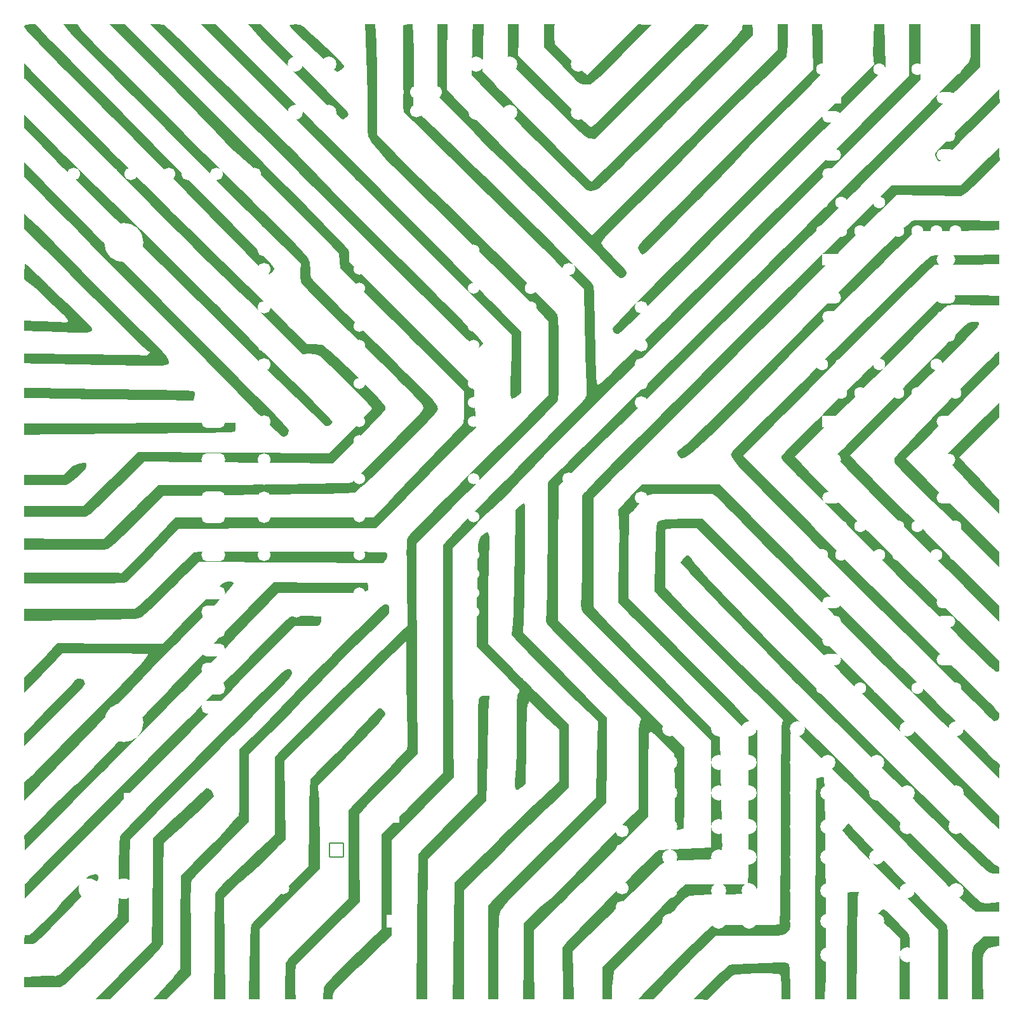
<source format=gbr>
%TF.GenerationSoftware,KiCad,Pcbnew,9.0.4*%
%TF.CreationDate,2025-09-28T00:55:06-04:00*%
%TF.ProjectId,8051,38303531-2e6b-4696-9361-645f70636258,rev?*%
%TF.SameCoordinates,Original*%
%TF.FileFunction,Legend,Bot*%
%TF.FilePolarity,Positive*%
%FSLAX46Y46*%
G04 Gerber Fmt 4.6, Leading zero omitted, Abs format (unit mm)*
G04 Created by KiCad (PCBNEW 9.0.4) date 2025-09-28 00:55:06*
%MOMM*%
%LPD*%
G01*
G04 APERTURE LIST*
G04 Aperture macros list*
%AMRoundRect*
0 Rectangle with rounded corners*
0 $1 Rounding radius*
0 $2 $3 $4 $5 $6 $7 $8 $9 X,Y pos of 4 corners*
0 Add a 4 corners polygon primitive as box body*
4,1,4,$2,$3,$4,$5,$6,$7,$8,$9,$2,$3,0*
0 Add four circle primitives for the rounded corners*
1,1,$1+$1,$2,$3*
1,1,$1+$1,$4,$5*
1,1,$1+$1,$6,$7*
1,1,$1+$1,$8,$9*
0 Add four rect primitives between the rounded corners*
20,1,$1+$1,$2,$3,$4,$5,0*
20,1,$1+$1,$4,$5,$6,$7,0*
20,1,$1+$1,$6,$7,$8,$9,0*
20,1,$1+$1,$8,$9,$2,$3,0*%
G04 Aperture macros list end*
%ADD10C,0.000000*%
%ADD11O,3.220000X1.712000*%
%ADD12C,5.220000*%
%ADD13C,1.524000*%
%ADD14R,1.524000X1.524000*%
%ADD15C,2.000000*%
%ADD16R,1.700000X1.700000*%
%ADD17R,1.600000X1.600000*%
%ADD18C,1.600000*%
%ADD19RoundRect,0.102000X-0.930000X0.930000X-0.930000X-0.930000X0.930000X-0.930000X0.930000X0.930000X0*%
%ADD20C,2.064000*%
%ADD21C,1.700000*%
%ADD22C,1.651000*%
%ADD23R,2.524000X1.524000*%
%ADD24O,2.524000X1.524000*%
%ADD25C,1.500000*%
%ADD26C,1.800000*%
%ADD27R,1.800000X1.800000*%
%ADD28C,2.775000*%
%ADD29C,1.498600*%
%ADD30R,2.600000X2.600000*%
%ADD31C,2.600000*%
G04 APERTURE END LIST*
D10*
%TO.C,G\u002A\u002A\u002A*%
G36*
X206295469Y-153440745D02*
G01*
X206603124Y-153454723D01*
X206813035Y-153481064D01*
X206950269Y-153519784D01*
X207039889Y-153570896D01*
X207046041Y-153575807D01*
X207119746Y-153672998D01*
X207175388Y-153849503D01*
X207216457Y-154140257D01*
X207246438Y-154580200D01*
X207268820Y-155204267D01*
X207287089Y-156047397D01*
X207328852Y-158365146D01*
X206724926Y-158365146D01*
X206121000Y-158365146D01*
X206119055Y-156809396D01*
X206119045Y-156802235D01*
X206108615Y-156185386D01*
X206082038Y-155652041D01*
X206043305Y-155259021D01*
X205996406Y-155063146D01*
X205958868Y-155034847D01*
X205704348Y-154972920D01*
X205256694Y-154925970D01*
X204659350Y-154893628D01*
X203955760Y-154875526D01*
X203189368Y-154871296D01*
X202403620Y-154880567D01*
X201641960Y-154902972D01*
X200947831Y-154938142D01*
X200364680Y-154985708D01*
X199935949Y-155045300D01*
X199705083Y-155116551D01*
X199577454Y-155216120D01*
X199275666Y-155479683D01*
X198857212Y-155861768D01*
X198359048Y-156328504D01*
X197818130Y-156846019D01*
X196234609Y-158376669D01*
X195316224Y-158339158D01*
X194397840Y-158301646D01*
X196671670Y-156042526D01*
X197176767Y-155545593D01*
X197774271Y-154970920D01*
X198302598Y-154477227D01*
X198734447Y-154089473D01*
X199042515Y-153832617D01*
X199199500Y-153731618D01*
X199230052Y-153726897D01*
X199490794Y-153703971D01*
X199952125Y-153674277D01*
X200572130Y-153640162D01*
X201308893Y-153603974D01*
X202120500Y-153568058D01*
X202413764Y-153555810D01*
X203586113Y-153508185D01*
X204535393Y-153472852D01*
X205286669Y-153449824D01*
X205865006Y-153439117D01*
X206295469Y-153440745D01*
G37*
G36*
X235204000Y-150609008D02*
G01*
X235204000Y-151234870D01*
X234516565Y-151320759D01*
X234272449Y-151358641D01*
X233830903Y-151499375D01*
X233508645Y-151742647D01*
X233319352Y-151956744D01*
X233171492Y-152180093D01*
X233065188Y-152443195D01*
X232995639Y-152781703D01*
X232958047Y-153231273D01*
X232947612Y-153827559D01*
X232959534Y-154606215D01*
X232989014Y-155602896D01*
X233079623Y-158365146D01*
X232300311Y-158365146D01*
X231521000Y-158365146D01*
X231521000Y-155056840D01*
X231521025Y-154562463D01*
X231523671Y-153603085D01*
X231535558Y-152849440D01*
X231563632Y-152267978D01*
X231614838Y-151825151D01*
X231696121Y-151487408D01*
X231814424Y-151221202D01*
X231976694Y-150992983D01*
X232189875Y-150769202D01*
X232460911Y-150516309D01*
X233039324Y-149983146D01*
X234121662Y-149983146D01*
X235204000Y-149983146D01*
X235204000Y-150609008D01*
G37*
G36*
X219878655Y-146368491D02*
G01*
X220136770Y-146590138D01*
X220502202Y-146931043D01*
X220939954Y-147355879D01*
X221415026Y-147829316D01*
X221892420Y-148316028D01*
X222337137Y-148780685D01*
X222714177Y-149187959D01*
X222988543Y-149502523D01*
X223125235Y-149689047D01*
X223156180Y-149805666D01*
X223195913Y-150184146D01*
X223226687Y-150807039D01*
X223248577Y-151676705D01*
X223261656Y-152795505D01*
X223266000Y-154165797D01*
X223266000Y-158365146D01*
X222553505Y-158365146D01*
X221841011Y-158365146D01*
X221886755Y-154284543D01*
X221932500Y-150203940D01*
X220352758Y-148701303D01*
X218773017Y-147198667D01*
X219016240Y-146908157D01*
X219225024Y-146674899D01*
X219445505Y-146458896D01*
X219563679Y-146375519D01*
X219767929Y-146300146D01*
X219878655Y-146368491D01*
G37*
G36*
X216342257Y-144363396D02*
G01*
X216333396Y-144422972D01*
X216313843Y-144724651D01*
X216293772Y-145243876D01*
X216273704Y-145955846D01*
X216254159Y-146835763D01*
X216235659Y-147858825D01*
X216218723Y-149000235D01*
X216203873Y-150235192D01*
X216191629Y-151538897D01*
X216136354Y-158365146D01*
X215510177Y-158365146D01*
X214884000Y-158365146D01*
X214884000Y-151274313D01*
X214884669Y-150382907D01*
X214888030Y-149112972D01*
X214893976Y-147935206D01*
X214902234Y-146872729D01*
X214912532Y-145948658D01*
X214924598Y-145186113D01*
X214938157Y-144608211D01*
X214952937Y-144238072D01*
X214968666Y-144098813D01*
X215057558Y-144065626D01*
X215345907Y-144028563D01*
X215745471Y-144014146D01*
X216437610Y-144014146D01*
X216342257Y-144363396D01*
G37*
G36*
X114908723Y-141731430D02*
G01*
X115039230Y-142019540D01*
X115041044Y-142097029D01*
X115005950Y-142235425D01*
X114906491Y-142410921D01*
X114722640Y-142646427D01*
X114434373Y-142964852D01*
X114021665Y-143389106D01*
X113464492Y-143942098D01*
X112742828Y-144646738D01*
X112487107Y-144896533D01*
X111690576Y-145686634D01*
X110854148Y-146531523D01*
X110033877Y-147373809D01*
X109285811Y-148156102D01*
X108666003Y-148821010D01*
X108381177Y-149131290D01*
X107787331Y-149764489D01*
X107314172Y-150237332D01*
X106929881Y-150572761D01*
X106602640Y-150793716D01*
X106300633Y-150923138D01*
X105992042Y-150983968D01*
X105645048Y-150999146D01*
X105156000Y-150999146D01*
X105156000Y-150356164D01*
X105156483Y-150258326D01*
X105177579Y-149918415D01*
X105244722Y-149763159D01*
X105378250Y-149735788D01*
X105495570Y-149744409D01*
X105757301Y-149743771D01*
X105841835Y-149708065D01*
X106108526Y-149513611D01*
X106504817Y-149173132D01*
X107003723Y-148712401D01*
X107578258Y-148157195D01*
X108201439Y-147533289D01*
X108846279Y-146866457D01*
X109485793Y-146182475D01*
X110041920Y-145580087D01*
X110999349Y-144561380D01*
X111846353Y-143685303D01*
X112572377Y-142962255D01*
X113166864Y-142402637D01*
X113619257Y-142016846D01*
X113919000Y-141815282D01*
X114183203Y-141704768D01*
X114616905Y-141625325D01*
X114908723Y-141731430D01*
G37*
G36*
X215122099Y-134915926D02*
G01*
X215320377Y-135120792D01*
X215638184Y-135461598D01*
X216046439Y-135907061D01*
X216516062Y-136425896D01*
X216670108Y-136594741D01*
X217107876Y-137062692D01*
X217691862Y-137676169D01*
X218399750Y-138412173D01*
X219209222Y-139247706D01*
X220097961Y-140159768D01*
X221043652Y-141125362D01*
X222023978Y-142121487D01*
X223016622Y-143125146D01*
X223714636Y-143830745D01*
X224620189Y-144751319D01*
X225461180Y-145612125D01*
X226221184Y-146396034D01*
X226883774Y-147085920D01*
X227432524Y-147664654D01*
X227851006Y-148115108D01*
X228122795Y-148420154D01*
X228231463Y-148562664D01*
X228233067Y-148567242D01*
X228258927Y-148772211D01*
X228282685Y-149199243D01*
X228303655Y-149818211D01*
X228321156Y-150598989D01*
X228334502Y-151511450D01*
X228343011Y-152525467D01*
X228346000Y-153610914D01*
X228346000Y-158365146D01*
X227711000Y-158365146D01*
X227076000Y-158365146D01*
X227072746Y-157888896D01*
X227072351Y-157779517D01*
X227072002Y-157408427D01*
X227072064Y-156837411D01*
X227072514Y-156100821D01*
X227073328Y-155233010D01*
X227074482Y-154268333D01*
X227075953Y-153241143D01*
X227082412Y-149069639D01*
X222094456Y-144033071D01*
X221528388Y-143460757D01*
X220285212Y-142198424D01*
X219128858Y-141016644D01*
X218069708Y-139926350D01*
X217118146Y-138938472D01*
X216284555Y-138063941D01*
X215579319Y-137313690D01*
X215012821Y-136698650D01*
X214595444Y-136229752D01*
X214337572Y-135917928D01*
X214249587Y-135774108D01*
X214265037Y-135735998D01*
X214402881Y-135548680D01*
X214637024Y-135282896D01*
X214748901Y-135165561D01*
X214963580Y-134953980D01*
X215069841Y-134870146D01*
X215122099Y-134915926D01*
G37*
G36*
X129713895Y-130230696D02*
G01*
X130061890Y-130466594D01*
X130303347Y-130809398D01*
X130471360Y-131215018D01*
X128640430Y-133010832D01*
X128125421Y-133509522D01*
X127382300Y-134212261D01*
X126624006Y-134913315D01*
X125915175Y-135553088D01*
X125320442Y-136071985D01*
X125048068Y-136305594D01*
X124556904Y-136738628D01*
X124153504Y-137109754D01*
X123873755Y-137385522D01*
X123753542Y-137532485D01*
X123748078Y-137562751D01*
X123733868Y-137809868D01*
X123721196Y-138277657D01*
X123710289Y-138941634D01*
X123701377Y-139777313D01*
X123694685Y-140760210D01*
X123690441Y-141865840D01*
X123688873Y-143069718D01*
X123690209Y-144347359D01*
X123704719Y-150967072D01*
X123242543Y-151522859D01*
X123117309Y-151665097D01*
X122806229Y-152001333D01*
X122358925Y-152474405D01*
X121799978Y-153058655D01*
X121153966Y-153728426D01*
X120445469Y-154458059D01*
X119699065Y-155221896D01*
X116617763Y-158365146D01*
X115629251Y-158365146D01*
X114640739Y-158365146D01*
X115447925Y-157507897D01*
X115560405Y-157389579D01*
X115923861Y-157013555D01*
X116424187Y-156501344D01*
X117032053Y-155882756D01*
X117718127Y-155187602D01*
X118453078Y-154445691D01*
X119207575Y-153686834D01*
X122160039Y-150723022D01*
X122223540Y-146638334D01*
X122224578Y-146571237D01*
X122241442Y-145392619D01*
X122257076Y-144141414D01*
X122270816Y-142882930D01*
X122281997Y-141682478D01*
X122289953Y-140605366D01*
X122294020Y-139716904D01*
X122301000Y-136880162D01*
X123094750Y-136052760D01*
X123463862Y-135683017D01*
X123997312Y-135174687D01*
X124586538Y-134633156D01*
X125158063Y-134127003D01*
X125276309Y-134024112D01*
X125879723Y-133486771D01*
X126569795Y-132856859D01*
X127270283Y-132204520D01*
X127904942Y-131599896D01*
X128242174Y-131275537D01*
X128704959Y-130836806D01*
X129082400Y-130486746D01*
X129342400Y-130254984D01*
X129452861Y-130171146D01*
X129713895Y-130230696D01*
G37*
G36*
X211665810Y-128690189D02*
G01*
X211803372Y-128805896D01*
X211819161Y-128917064D01*
X211837727Y-129265796D01*
X211856324Y-129831384D01*
X211874809Y-130593832D01*
X211893040Y-131533145D01*
X211910873Y-132629328D01*
X211928165Y-133862385D01*
X211944773Y-135212322D01*
X211960554Y-136659142D01*
X211975365Y-138182851D01*
X211989062Y-139763453D01*
X212001504Y-141380953D01*
X212012546Y-143015355D01*
X212022046Y-144646665D01*
X212029860Y-146254886D01*
X212035846Y-147820024D01*
X212039861Y-149322083D01*
X212041760Y-150741068D01*
X212041402Y-152056983D01*
X212038644Y-153249833D01*
X212033341Y-154299623D01*
X212025352Y-155186358D01*
X212014533Y-155890042D01*
X212000740Y-156390680D01*
X211923631Y-158365146D01*
X211269624Y-158365146D01*
X210615618Y-158365146D01*
X210651011Y-143674545D01*
X210653475Y-142734822D01*
X210659626Y-140856426D01*
X210667131Y-139056667D01*
X210675848Y-137351488D01*
X210685631Y-135756829D01*
X210696336Y-134288634D01*
X210707819Y-132962844D01*
X210719934Y-131795401D01*
X210732538Y-130802248D01*
X210745486Y-129999326D01*
X210758634Y-129402579D01*
X210771837Y-129027946D01*
X210784951Y-128891372D01*
X210881114Y-128830415D01*
X211137500Y-128737706D01*
X211459533Y-128674012D01*
X211665810Y-128690189D01*
G37*
G36*
X152702821Y-119522788D02*
G01*
X152970465Y-119699003D01*
X153194863Y-119979661D01*
X153289000Y-120268204D01*
X153288054Y-120281577D01*
X153176920Y-120508817D01*
X152882670Y-120906125D01*
X152407819Y-121470744D01*
X151754881Y-122199920D01*
X150926370Y-123090899D01*
X149924801Y-124140925D01*
X148752688Y-125347244D01*
X147412544Y-126707100D01*
X144362631Y-129783554D01*
X144442863Y-131279100D01*
X144449273Y-131410121D01*
X144470101Y-131988933D01*
X144490003Y-132760865D01*
X144508135Y-133679271D01*
X144523655Y-134697505D01*
X144535720Y-135768919D01*
X144543487Y-136846868D01*
X144563880Y-140919089D01*
X140529149Y-144918227D01*
X136494419Y-148917365D01*
X136527844Y-151387006D01*
X136534220Y-151932262D01*
X136542522Y-152995270D01*
X136546999Y-154115108D01*
X136547315Y-155188182D01*
X136543134Y-156110896D01*
X136525000Y-158365146D01*
X135815070Y-158365146D01*
X135105140Y-158365146D01*
X135196313Y-153507397D01*
X135202005Y-153209570D01*
X135230203Y-151896982D01*
X135259492Y-150817958D01*
X135290706Y-149955522D01*
X135324685Y-149292698D01*
X135362266Y-148812511D01*
X135404285Y-148497986D01*
X135451580Y-148332146D01*
X135484733Y-148284094D01*
X135680661Y-148055149D01*
X136027943Y-147676746D01*
X136506747Y-147169607D01*
X137097244Y-146554455D01*
X137779603Y-145852012D01*
X138533994Y-145083002D01*
X139340586Y-144268146D01*
X143065500Y-140521646D01*
X143129000Y-134870146D01*
X143134601Y-134390986D01*
X143154755Y-132949803D01*
X143177395Y-131748597D01*
X143202911Y-130776581D01*
X143231690Y-130022966D01*
X143264120Y-129476964D01*
X143300590Y-129127787D01*
X143341487Y-128964646D01*
X143419640Y-128865285D01*
X143664398Y-128594997D01*
X144044243Y-128194521D01*
X144532559Y-127691475D01*
X145102730Y-127113478D01*
X145728140Y-126488146D01*
X145885645Y-126331306D01*
X146668370Y-125542345D01*
X147507915Y-124682930D01*
X148344549Y-123814941D01*
X149118539Y-123000259D01*
X149770153Y-122300763D01*
X149880350Y-122180840D01*
X150445796Y-121567881D01*
X150973512Y-120999544D01*
X151430098Y-120511554D01*
X151782158Y-120139635D01*
X151996292Y-119919513D01*
X152126816Y-119798439D01*
X152405902Y-119586879D01*
X152599542Y-119503146D01*
X152702821Y-119522788D01*
G37*
G36*
X167082466Y-118899896D02*
G01*
X167081856Y-118908868D01*
X167063510Y-119284045D01*
X167043171Y-119876125D01*
X167021690Y-120649310D01*
X166999918Y-121567802D01*
X166978705Y-122595804D01*
X166958902Y-123697518D01*
X166941360Y-124837146D01*
X166940777Y-124878482D01*
X166923044Y-126017298D01*
X166902919Y-127116852D01*
X166881270Y-128141358D01*
X166858971Y-129055028D01*
X166836892Y-129822076D01*
X166815903Y-130406713D01*
X166796877Y-130773153D01*
X166721164Y-131819660D01*
X162853680Y-135726153D01*
X158986196Y-139632646D01*
X158951231Y-141537646D01*
X158946817Y-141825828D01*
X158939779Y-142459841D01*
X158932605Y-143297718D01*
X158925473Y-144309061D01*
X158918559Y-145463474D01*
X158912041Y-146730560D01*
X158906096Y-148079924D01*
X158900900Y-149481168D01*
X158896632Y-150903896D01*
X158877000Y-158365146D01*
X158166372Y-158365146D01*
X157455744Y-158365146D01*
X157546984Y-148744896D01*
X157551779Y-148251080D01*
X157571368Y-146447124D01*
X157592546Y-144807410D01*
X157615066Y-143343158D01*
X157638683Y-142065587D01*
X157663147Y-140985918D01*
X157688213Y-140115369D01*
X157713632Y-139465162D01*
X157739158Y-139046514D01*
X157764544Y-138870646D01*
X157806578Y-138813325D01*
X158011840Y-138581125D01*
X158367055Y-138200586D01*
X158852945Y-137691693D01*
X159450230Y-137074433D01*
X160139633Y-136368792D01*
X160901876Y-135594755D01*
X161717681Y-134772310D01*
X165544500Y-130927974D01*
X165576231Y-129755810D01*
X165577971Y-129685864D01*
X165586035Y-129242730D01*
X165594938Y-128589148D01*
X165604329Y-127760363D01*
X165613856Y-126791620D01*
X165623167Y-125718163D01*
X165631909Y-124575239D01*
X165639731Y-123398091D01*
X165644626Y-122620330D01*
X165652940Y-121472287D01*
X165662200Y-120540690D01*
X165673637Y-119801810D01*
X165688481Y-119231916D01*
X165707963Y-118807277D01*
X165733314Y-118504162D01*
X165765765Y-118298842D01*
X165806546Y-118167586D01*
X165856889Y-118086662D01*
X165918023Y-118032341D01*
X165952988Y-118009658D01*
X166269113Y-117897714D01*
X166659674Y-117852146D01*
X167154801Y-117852146D01*
X167082466Y-118899896D01*
G37*
G36*
X112897118Y-115639558D02*
G01*
X113076860Y-115757196D01*
X113175197Y-116000898D01*
X113199873Y-116085839D01*
X113219674Y-116172462D01*
X113216766Y-116262985D01*
X113176870Y-116373365D01*
X113085705Y-116519559D01*
X112928993Y-116717524D01*
X112692454Y-116983216D01*
X112361809Y-117332594D01*
X111922779Y-117781614D01*
X111361084Y-118346234D01*
X110662444Y-119042409D01*
X109812581Y-119886099D01*
X108797214Y-120893258D01*
X105156000Y-124505870D01*
X105156000Y-123672618D01*
X105156000Y-122839366D01*
X106453468Y-121457006D01*
X106497929Y-121409697D01*
X107013966Y-120866343D01*
X107651577Y-120202876D01*
X108358372Y-119473389D01*
X109081962Y-118731971D01*
X109769959Y-118032716D01*
X110054077Y-117744437D01*
X110620053Y-117164326D01*
X111116229Y-116648028D01*
X111515171Y-116224507D01*
X111789443Y-115922730D01*
X111911611Y-115771658D01*
X111960328Y-115703479D01*
X112172005Y-115597724D01*
X112555417Y-115591089D01*
X112897118Y-115639558D01*
G37*
G36*
X140765912Y-114497034D02*
G01*
X140778451Y-114529985D01*
X140814663Y-114640565D01*
X140830880Y-114752914D01*
X140816463Y-114878890D01*
X140760774Y-115030352D01*
X140653173Y-115219155D01*
X140483023Y-115457159D01*
X140239684Y-115756220D01*
X139912517Y-116128197D01*
X139490885Y-116584946D01*
X138964147Y-117138326D01*
X138321666Y-117800195D01*
X137552802Y-118582409D01*
X136646917Y-119496827D01*
X135593373Y-120555306D01*
X134381530Y-121769705D01*
X133000750Y-123151879D01*
X132507965Y-123645193D01*
X131245380Y-124910167D01*
X129981164Y-126178169D01*
X128735464Y-127428917D01*
X127528429Y-128642129D01*
X126380207Y-129797523D01*
X125310947Y-130874819D01*
X124340797Y-131853734D01*
X123489906Y-132713988D01*
X122778421Y-133435297D01*
X122226491Y-133997382D01*
X119294482Y-136994119D01*
X119210241Y-139699110D01*
X119188692Y-140482393D01*
X119163716Y-141651433D01*
X119143852Y-142888020D01*
X119130735Y-144086539D01*
X119126000Y-145141374D01*
X119126000Y-147878648D01*
X115093750Y-151929945D01*
X114497999Y-152526352D01*
X113667395Y-153350639D01*
X112887814Y-154116071D01*
X112180445Y-154802287D01*
X111566478Y-155388921D01*
X111067102Y-155855610D01*
X110703508Y-156181989D01*
X110496885Y-156347695D01*
X109932271Y-156714147D01*
X107544135Y-156714147D01*
X105156000Y-156714146D01*
X105156000Y-156028657D01*
X105156000Y-155343167D01*
X106876521Y-155251017D01*
X106985825Y-155245347D01*
X107657052Y-155218294D01*
X108263195Y-155206119D01*
X108741468Y-155209466D01*
X109029083Y-155228977D01*
X109070045Y-155235049D01*
X109230433Y-155242856D01*
X109399071Y-155213586D01*
X109592813Y-155132710D01*
X109828515Y-154985697D01*
X110123031Y-154758019D01*
X110493216Y-154435147D01*
X110955924Y-154002551D01*
X111528010Y-153445701D01*
X112226329Y-152750070D01*
X113067736Y-151901127D01*
X114069084Y-150884343D01*
X117584669Y-147308569D01*
X117654385Y-146645608D01*
X117669673Y-146411393D01*
X117688031Y-145935722D01*
X117706714Y-145269850D01*
X117724976Y-144447719D01*
X117742074Y-143503272D01*
X117757262Y-142470452D01*
X117769796Y-141383200D01*
X117815491Y-136783753D01*
X118184995Y-136239923D01*
X118190950Y-136231470D01*
X118355948Y-136037771D01*
X118686022Y-135680428D01*
X119167161Y-135173528D01*
X119785350Y-134531161D01*
X120526577Y-133767415D01*
X121376829Y-132896380D01*
X122322093Y-131932143D01*
X123348356Y-130888795D01*
X124441605Y-129780423D01*
X125587828Y-128621117D01*
X126773011Y-127424965D01*
X127983141Y-126206056D01*
X129204205Y-124978479D01*
X130422192Y-123756322D01*
X131623087Y-122553675D01*
X132792877Y-121384626D01*
X133917551Y-120263264D01*
X134983094Y-119203678D01*
X135975494Y-118219956D01*
X136880739Y-117326188D01*
X137684814Y-116536462D01*
X138373708Y-115864866D01*
X138933407Y-115325491D01*
X139349898Y-114932424D01*
X139609169Y-114699754D01*
X139888409Y-114497448D01*
X140276875Y-114326559D01*
X140585093Y-114323667D01*
X140765912Y-114497034D01*
G37*
G36*
X142811500Y-107222278D02*
G01*
X144716500Y-107247646D01*
X144757477Y-107605105D01*
X144734958Y-107913079D01*
X144595800Y-108271855D01*
X144595536Y-108272258D01*
X144501578Y-108399493D01*
X144385721Y-108485914D01*
X144201544Y-108539405D01*
X143902629Y-108567851D01*
X143442557Y-108579137D01*
X142774907Y-108581146D01*
X141156670Y-108581146D01*
X133856085Y-116027015D01*
X132890939Y-117010381D01*
X131459452Y-118466055D01*
X129908620Y-120040306D01*
X128273048Y-121698131D01*
X126587343Y-123404527D01*
X124886109Y-125124492D01*
X123203952Y-126823023D01*
X121575478Y-128465117D01*
X120035292Y-130015771D01*
X118618000Y-131439983D01*
X117983669Y-132076708D01*
X116723945Y-133341353D01*
X115469682Y-134600720D01*
X114240197Y-135835406D01*
X113054803Y-137026007D01*
X111932815Y-138153118D01*
X110893549Y-139197335D01*
X109956320Y-140139255D01*
X109140442Y-140959474D01*
X108465230Y-141638587D01*
X107950000Y-142157191D01*
X105219500Y-144907299D01*
X105182160Y-144014935D01*
X105181871Y-144007949D01*
X105177264Y-143536766D01*
X105200150Y-143154722D01*
X105245660Y-142943937D01*
X105265795Y-142919278D01*
X105436730Y-142736255D01*
X105771450Y-142388341D01*
X106259147Y-141886491D01*
X106889012Y-141241658D01*
X107650238Y-140464799D01*
X108532015Y-139566867D01*
X109523536Y-138558817D01*
X110613991Y-137451604D01*
X111792573Y-136256183D01*
X113048473Y-134983508D01*
X114370883Y-133644534D01*
X115748994Y-132250216D01*
X117171998Y-130811508D01*
X118629086Y-129339366D01*
X120109450Y-127844743D01*
X121602282Y-126338594D01*
X123096773Y-124831875D01*
X124582115Y-123335540D01*
X126047500Y-121860543D01*
X126150916Y-121756477D01*
X127027980Y-120872815D01*
X128043225Y-119848313D01*
X129161438Y-118718595D01*
X130347404Y-117519286D01*
X131565907Y-116286010D01*
X132781734Y-115054391D01*
X133959670Y-113860054D01*
X135064500Y-112738624D01*
X135869412Y-111923424D01*
X136786585Y-111000386D01*
X137643848Y-110143870D01*
X138424410Y-109370335D01*
X139111478Y-108696241D01*
X139688263Y-108138046D01*
X140137972Y-107712210D01*
X140443815Y-107435192D01*
X140589000Y-107323449D01*
X140659840Y-107304419D01*
X140986200Y-107265073D01*
X141489708Y-107236624D01*
X142116196Y-107221537D01*
X142811500Y-107222278D01*
G37*
G36*
X153498612Y-105674209D02*
G01*
X153677634Y-105766692D01*
X153772520Y-105996785D01*
X153824392Y-106422679D01*
X153827417Y-106457694D01*
X153834244Y-106561254D01*
X153824720Y-106661441D01*
X153783578Y-106774453D01*
X153695553Y-106916489D01*
X153545380Y-107103748D01*
X153317793Y-107352428D01*
X152997527Y-107678730D01*
X152569317Y-108098850D01*
X152017896Y-108628990D01*
X151328000Y-109285346D01*
X150484363Y-110084119D01*
X149471720Y-111041506D01*
X148900060Y-111592799D01*
X148224842Y-112263512D01*
X147567434Y-112933726D01*
X147012670Y-113518006D01*
X146514478Y-114051078D01*
X145765127Y-114842434D01*
X144893550Y-115754297D01*
X143931397Y-116754131D01*
X142910316Y-117809402D01*
X141861958Y-118887573D01*
X140817972Y-119956110D01*
X139810009Y-120982476D01*
X138869718Y-121934137D01*
X138028748Y-122778557D01*
X137318750Y-123483201D01*
X135128000Y-125639212D01*
X135128000Y-130125326D01*
X135128000Y-134611440D01*
X131434178Y-138328543D01*
X131103736Y-138661462D01*
X130316897Y-139457450D01*
X129588443Y-140198850D01*
X128938574Y-140864822D01*
X128387487Y-141434528D01*
X127955385Y-141887125D01*
X127662465Y-142201775D01*
X127528928Y-142357637D01*
X127486342Y-142434010D01*
X127445109Y-142556225D01*
X127411733Y-142735929D01*
X127385643Y-142994956D01*
X127366271Y-143355137D01*
X127353047Y-143838307D01*
X127345401Y-144466298D01*
X127342763Y-145260943D01*
X127344565Y-146244075D01*
X127350235Y-147437526D01*
X127359206Y-148863130D01*
X127400912Y-155056632D01*
X125738078Y-156710889D01*
X124075245Y-158365146D01*
X123242974Y-158365146D01*
X122410704Y-158365146D01*
X122664106Y-158015897D01*
X122842208Y-157797114D01*
X123156448Y-157439842D01*
X123558630Y-156998644D01*
X124003753Y-156523646D01*
X124036466Y-156489184D01*
X124447024Y-156049499D01*
X124782414Y-155677508D01*
X125008837Y-155411513D01*
X125092498Y-155289816D01*
X125116667Y-155233073D01*
X125265431Y-155021454D01*
X125504360Y-154732749D01*
X125913720Y-154266513D01*
X125964153Y-148101620D01*
X126014586Y-141936727D01*
X127663933Y-140178066D01*
X128086331Y-139732439D01*
X128733787Y-139063988D01*
X129378311Y-138413390D01*
X129963723Y-137837154D01*
X130433843Y-137391793D01*
X130743661Y-137096971D01*
X131359393Y-136465923D01*
X131971350Y-135791090D01*
X132483952Y-135175784D01*
X132850348Y-134721181D01*
X133179500Y-134339146D01*
X133427134Y-134080259D01*
X133557437Y-133984268D01*
X133586011Y-133981228D01*
X133657723Y-133938939D01*
X133715626Y-133828658D01*
X133761171Y-133627136D01*
X133795811Y-133311124D01*
X133820999Y-132857370D01*
X133838186Y-132242625D01*
X133848825Y-131443640D01*
X133854367Y-130437164D01*
X133856265Y-129199947D01*
X133858000Y-124990247D01*
X135524237Y-123357947D01*
X135714045Y-123170833D01*
X136352328Y-122530112D01*
X137090690Y-121775668D01*
X137876275Y-120962115D01*
X138656227Y-120144069D01*
X139377693Y-119376146D01*
X139769233Y-118960080D01*
X140393454Y-118306762D01*
X141153880Y-117518837D01*
X142026444Y-116620928D01*
X142987080Y-115637657D01*
X144011721Y-114593645D01*
X145076302Y-113513517D01*
X146156756Y-112421893D01*
X147229017Y-111343396D01*
X147343132Y-111228903D01*
X148487837Y-110081596D01*
X149469031Y-109101135D01*
X150300340Y-108274735D01*
X150995389Y-107589609D01*
X151567804Y-107032971D01*
X152031212Y-106592036D01*
X152399238Y-106254017D01*
X152685508Y-106006127D01*
X152903648Y-105835581D01*
X153067284Y-105729594D01*
X153190041Y-105675377D01*
X153285547Y-105660146D01*
X153498612Y-105674209D01*
G37*
G36*
X144655333Y-102772180D02*
G01*
X150939500Y-102802646D01*
X150978196Y-103266829D01*
X150986006Y-103358607D01*
X150995438Y-103540495D01*
X150976929Y-103691557D01*
X150909930Y-103814653D01*
X150773888Y-103912645D01*
X150548254Y-103988394D01*
X150212476Y-104044760D01*
X149746004Y-104084605D01*
X149128287Y-104110789D01*
X148338774Y-104126175D01*
X147356914Y-104133622D01*
X146162157Y-104135992D01*
X144733951Y-104136146D01*
X139029420Y-104136146D01*
X137762675Y-105374396D01*
X137255312Y-105879115D01*
X136582187Y-106567131D01*
X135914796Y-107265854D01*
X135342524Y-107882646D01*
X134922832Y-108340523D01*
X134150339Y-109169112D01*
X133251365Y-110120178D01*
X132258737Y-111159797D01*
X131205281Y-112254044D01*
X130123823Y-113368995D01*
X129047190Y-114470725D01*
X128008207Y-115525310D01*
X127039702Y-116498826D01*
X126174500Y-117357348D01*
X125899226Y-117628702D01*
X125051169Y-118469483D01*
X124135661Y-119383015D01*
X123215046Y-120306797D01*
X122351673Y-121178332D01*
X121607886Y-121935120D01*
X121054852Y-122499211D01*
X120254049Y-123312003D01*
X119367760Y-124208094D01*
X118448212Y-125134783D01*
X117547632Y-126039368D01*
X116718249Y-126869146D01*
X116358169Y-127228936D01*
X115592984Y-127995426D01*
X114703386Y-128888479D01*
X113723994Y-129873253D01*
X112689426Y-130914903D01*
X111634302Y-131978588D01*
X110593241Y-133029462D01*
X109600862Y-134032683D01*
X105219500Y-138465720D01*
X105187390Y-137461683D01*
X105155282Y-136457646D01*
X108061640Y-133507809D01*
X108379867Y-133185753D01*
X109127178Y-132436379D01*
X109847871Y-131722708D01*
X110511852Y-131074016D01*
X111089025Y-130519578D01*
X111549293Y-130088670D01*
X111862560Y-129810565D01*
X112116776Y-129591207D01*
X112658309Y-129095262D01*
X113232399Y-128541075D01*
X113750811Y-128012658D01*
X113982222Y-127770623D01*
X114406976Y-127331301D01*
X114968085Y-126754275D01*
X115642491Y-126063139D01*
X116407134Y-125281489D01*
X117238954Y-124432919D01*
X118114893Y-123541025D01*
X119011890Y-122629402D01*
X119817079Y-121810491D01*
X120660776Y-120949392D01*
X121448147Y-120142714D01*
X122158809Y-119411487D01*
X122772383Y-118776739D01*
X123268486Y-118259497D01*
X123626739Y-117880790D01*
X123826759Y-117661646D01*
X123971325Y-117501905D01*
X124299234Y-117152617D01*
X124775152Y-116653083D01*
X125382388Y-116020468D01*
X126104253Y-115271936D01*
X126924058Y-114424652D01*
X127825113Y-113495780D01*
X128790729Y-112502483D01*
X129804217Y-111461928D01*
X130848886Y-110391278D01*
X131908048Y-109307698D01*
X132965013Y-108228352D01*
X134003092Y-107170405D01*
X135005595Y-106151021D01*
X135955833Y-105187364D01*
X138371166Y-102741714D01*
X144655333Y-102772180D01*
G37*
G36*
X132985668Y-102660161D02*
G01*
X133091960Y-102770896D01*
X133061301Y-102897347D01*
X132924267Y-103144980D01*
X132847975Y-103238918D01*
X132565226Y-103557716D01*
X132134765Y-104022401D01*
X131578576Y-104610494D01*
X130918641Y-105299516D01*
X130176943Y-106066992D01*
X129375465Y-106890442D01*
X128536189Y-107747389D01*
X127681100Y-108615355D01*
X126832179Y-109471862D01*
X126011409Y-110294433D01*
X125240774Y-111060589D01*
X124542256Y-111747852D01*
X123937838Y-112333746D01*
X123863069Y-112405905D01*
X123347224Y-112918918D01*
X122744121Y-113538402D01*
X122122766Y-114192722D01*
X121552165Y-114810246D01*
X121486065Y-114882867D01*
X120959769Y-115452335D01*
X120314227Y-116139327D01*
X119601235Y-116889312D01*
X118872592Y-117647762D01*
X118180094Y-118360146D01*
X118060215Y-118482666D01*
X117365712Y-119195256D01*
X116649757Y-119933961D01*
X115962278Y-120647020D01*
X115353206Y-121282669D01*
X114872471Y-121789146D01*
X114862677Y-121799543D01*
X114431546Y-122253017D01*
X113860859Y-122847285D01*
X113188340Y-123543390D01*
X112451716Y-124302374D01*
X111688710Y-125085278D01*
X110937049Y-125853146D01*
X110207874Y-126598086D01*
X109404584Y-127422428D01*
X108610539Y-128240653D01*
X107868028Y-129009089D01*
X107219338Y-129684065D01*
X106706756Y-130221907D01*
X105156000Y-131860168D01*
X105156000Y-130634294D01*
X105156000Y-129408419D01*
X106128488Y-128488033D01*
X106523668Y-128107309D01*
X107099694Y-127538133D01*
X107703472Y-126929358D01*
X108254862Y-126361146D01*
X108353359Y-126258648D01*
X108728524Y-125872202D01*
X109252847Y-125335856D01*
X109904674Y-124671606D01*
X110662353Y-123901448D01*
X111504230Y-123047376D01*
X112408650Y-122131389D01*
X113353961Y-121175480D01*
X114318509Y-120201646D01*
X114453632Y-120065313D01*
X115827536Y-118676308D01*
X117030059Y-117454627D01*
X118070203Y-116390506D01*
X118956968Y-115474180D01*
X119699356Y-114695885D01*
X120306370Y-114045855D01*
X120787010Y-113514326D01*
X121150278Y-113091534D01*
X121405176Y-112767714D01*
X121560705Y-112533102D01*
X121625867Y-112377932D01*
X121609663Y-112292440D01*
X121528055Y-112278295D01*
X121215366Y-112260192D01*
X120693908Y-112243732D01*
X119989724Y-112229331D01*
X119128858Y-112217406D01*
X118137353Y-112208373D01*
X117041252Y-112202647D01*
X115866597Y-112200646D01*
X110215288Y-112200646D01*
X109444501Y-113026146D01*
X109142675Y-113345551D01*
X108679367Y-113829483D01*
X108123605Y-114405537D01*
X107520423Y-115027048D01*
X106914856Y-115647352D01*
X105156000Y-117443058D01*
X105156000Y-116436046D01*
X105156000Y-115429033D01*
X105951528Y-114640340D01*
X106077949Y-114514004D01*
X106506551Y-114077760D01*
X107032346Y-113534544D01*
X107600315Y-112941398D01*
X108155438Y-112355367D01*
X109563820Y-110859087D01*
X116599160Y-110872507D01*
X123634500Y-110885927D01*
X127411640Y-106971287D01*
X127850500Y-106517816D01*
X128644739Y-105704154D01*
X129387086Y-104952463D01*
X130056975Y-104283053D01*
X130633842Y-103716232D01*
X131097122Y-103272309D01*
X131426249Y-102971594D01*
X131600658Y-102834396D01*
X131601101Y-102834158D01*
X131942372Y-102704453D01*
X132336483Y-102630107D01*
X132709046Y-102614287D01*
X132985668Y-102660161D01*
G37*
G36*
X193926531Y-99293366D02*
G01*
X194223118Y-99678594D01*
X194299184Y-99790660D01*
X194545131Y-100125863D01*
X194862534Y-100524295D01*
X195259233Y-100994151D01*
X195743068Y-101543628D01*
X196321879Y-102180921D01*
X197003508Y-102914228D01*
X197795794Y-103751743D01*
X198706578Y-104701662D01*
X199743701Y-105772183D01*
X200915003Y-106971501D01*
X202228325Y-108307811D01*
X203691507Y-109789311D01*
X205312390Y-111424196D01*
X207098814Y-113220663D01*
X209058619Y-115186906D01*
X211436866Y-117569745D01*
X214112246Y-120247786D01*
X216613563Y-122748664D01*
X218943002Y-125074531D01*
X221102748Y-127227538D01*
X223094986Y-129209837D01*
X224921900Y-131023580D01*
X226585677Y-132670917D01*
X228088500Y-134154001D01*
X229432556Y-135474983D01*
X230620028Y-136636014D01*
X231653103Y-137639246D01*
X232533965Y-138486830D01*
X233264800Y-139180918D01*
X233847792Y-139723661D01*
X234285126Y-140117211D01*
X234578988Y-140363719D01*
X234731562Y-140465337D01*
X234769639Y-140479227D01*
X235058550Y-140614797D01*
X235179537Y-140795029D01*
X235204000Y-141118659D01*
X235203631Y-141205349D01*
X235176492Y-141475126D01*
X235060135Y-141582114D01*
X234790411Y-141601146D01*
X234715004Y-141601199D01*
X234549781Y-141598198D01*
X234391009Y-141582408D01*
X234227032Y-141543431D01*
X234046194Y-141470869D01*
X233836839Y-141354324D01*
X233587310Y-141183397D01*
X233285951Y-140947689D01*
X232921107Y-140636804D01*
X232481120Y-140240342D01*
X231954335Y-139747905D01*
X231329095Y-139149095D01*
X230593744Y-138433513D01*
X229736626Y-137590763D01*
X228746085Y-136610444D01*
X227610464Y-135482159D01*
X226318107Y-134195510D01*
X224857358Y-132740098D01*
X223902389Y-131789095D01*
X222513528Y-130407723D01*
X221101243Y-129004908D01*
X219688102Y-127602979D01*
X218296672Y-126224267D01*
X216949521Y-124891100D01*
X215669218Y-123625808D01*
X214478331Y-122450721D01*
X213399427Y-121388168D01*
X212455074Y-120460478D01*
X211667842Y-119689982D01*
X211632177Y-119655162D01*
X210706412Y-118748332D01*
X209810822Y-117865584D01*
X208967155Y-117028727D01*
X208197160Y-116259572D01*
X207522587Y-115579927D01*
X206965185Y-115011602D01*
X206546703Y-114576405D01*
X206288889Y-114296146D01*
X206229190Y-114228580D01*
X205909936Y-113881023D01*
X205443097Y-113386157D01*
X204853329Y-112769553D01*
X204165285Y-112056780D01*
X203403621Y-111273409D01*
X202592990Y-110445008D01*
X201758047Y-109597146D01*
X200871315Y-108697452D01*
X199763713Y-107567632D01*
X198689678Y-106465628D01*
X197667428Y-105410450D01*
X196715181Y-104421109D01*
X195851153Y-103516615D01*
X195093563Y-102715980D01*
X194460629Y-102038214D01*
X193970567Y-101502329D01*
X193641597Y-101127333D01*
X193519475Y-100984297D01*
X193199330Y-100624436D01*
X192933335Y-100343881D01*
X192636170Y-100049317D01*
X192932044Y-99711482D01*
X192946145Y-99695433D01*
X193198917Y-99421247D01*
X193400303Y-99223619D01*
X193460103Y-99177972D01*
X193682149Y-99131998D01*
X193926531Y-99293366D01*
G37*
G36*
X139099872Y-98631262D02*
G01*
X140664760Y-98633013D01*
X142228805Y-98636032D01*
X143771051Y-98640289D01*
X145270542Y-98645755D01*
X146706322Y-98652397D01*
X148057435Y-98660186D01*
X149302925Y-98669091D01*
X150421836Y-98679082D01*
X151393212Y-98690127D01*
X152196097Y-98702197D01*
X152809536Y-98715260D01*
X153212572Y-98729287D01*
X153384250Y-98744246D01*
X153416412Y-98757997D01*
X153533516Y-98944930D01*
X153533878Y-99251776D01*
X153428845Y-99594466D01*
X153229764Y-99888928D01*
X152916528Y-100202163D01*
X140674059Y-100116407D01*
X128431589Y-100030651D01*
X126731544Y-101660397D01*
X126412017Y-101967961D01*
X125682273Y-102677267D01*
X124916503Y-103429194D01*
X124188235Y-104151364D01*
X123571000Y-104771402D01*
X122808447Y-105532065D01*
X121976750Y-106323479D01*
X121293306Y-106924759D01*
X120761416Y-107333031D01*
X120384380Y-107545422D01*
X120257911Y-107564279D01*
X119888612Y-107589449D01*
X119306210Y-107615682D01*
X118533469Y-107642348D01*
X117593155Y-107668819D01*
X116508033Y-107694465D01*
X115300869Y-107718658D01*
X113994426Y-107740768D01*
X112611471Y-107760168D01*
X105156000Y-107854225D01*
X105156000Y-107074686D01*
X105156000Y-106295146D01*
X112509984Y-106295146D01*
X119863968Y-106295146D01*
X120415734Y-105840451D01*
X120607011Y-105670313D01*
X120966860Y-105333310D01*
X121459640Y-104862208D01*
X122060820Y-104280742D01*
X122745876Y-103612643D01*
X123490278Y-102881646D01*
X124269500Y-102111483D01*
X125021836Y-101368370D01*
X125736468Y-100668168D01*
X126380648Y-100042659D01*
X126932533Y-99512812D01*
X127370280Y-99099597D01*
X127672043Y-98823982D01*
X127815981Y-98706939D01*
X127823857Y-98704502D01*
X128014926Y-98690276D01*
X128435669Y-98677656D01*
X129065127Y-98666610D01*
X129882346Y-98657108D01*
X130866370Y-98649120D01*
X131996242Y-98642615D01*
X133251006Y-98637562D01*
X134609708Y-98633931D01*
X136051389Y-98631691D01*
X137555096Y-98630812D01*
X139099872Y-98631262D01*
G37*
G36*
X167050680Y-96117975D02*
G01*
X167124711Y-96327351D01*
X167161789Y-96695860D01*
X167168157Y-97247148D01*
X167150059Y-98004861D01*
X167113737Y-98992646D01*
X167096851Y-99515383D01*
X167077621Y-100333192D01*
X167059932Y-101319988D01*
X167044415Y-102429575D01*
X167031704Y-103615759D01*
X167022433Y-104832345D01*
X167017234Y-106033139D01*
X167005000Y-110914631D01*
X169259250Y-113204789D01*
X169767312Y-113720073D01*
X170344858Y-114303555D01*
X170846325Y-114807673D01*
X171246264Y-115206939D01*
X171519226Y-115475863D01*
X171639761Y-115588958D01*
X171705559Y-115649304D01*
X171936502Y-115873240D01*
X172309375Y-116240084D01*
X172802320Y-116728179D01*
X173393479Y-117315868D01*
X174060995Y-117981494D01*
X174783011Y-118703399D01*
X177800000Y-121723828D01*
X177800000Y-125905154D01*
X177800000Y-130086480D01*
X177002908Y-130859063D01*
X176945045Y-130914951D01*
X176572168Y-131270523D01*
X176063898Y-131750173D01*
X175462533Y-132314208D01*
X174810371Y-132922930D01*
X174149710Y-133536646D01*
X173451103Y-134194590D01*
X172591685Y-135024064D01*
X171697157Y-135904507D01*
X170839089Y-136765421D01*
X170089052Y-137536312D01*
X169931192Y-137700934D01*
X169273209Y-138380766D01*
X168614061Y-139052821D01*
X167997635Y-139672874D01*
X167467818Y-140196700D01*
X167068500Y-140580073D01*
X166697319Y-140930726D01*
X166098945Y-141506068D01*
X165473862Y-142116172D01*
X164909242Y-142676408D01*
X163765985Y-143823646D01*
X163766242Y-151094395D01*
X163766500Y-158365143D01*
X163036250Y-158365145D01*
X162306000Y-158365146D01*
X162312151Y-156555396D01*
X162314292Y-156214695D01*
X162321018Y-155546555D01*
X162331636Y-154685769D01*
X162345629Y-153668039D01*
X162362481Y-152529064D01*
X162381677Y-151304546D01*
X162402701Y-150030185D01*
X162425037Y-148741681D01*
X162531771Y-142737716D01*
X164228635Y-141131276D01*
X164358580Y-141007787D01*
X165004852Y-140384086D01*
X165757048Y-139646015D01*
X166558700Y-138849597D01*
X167353340Y-138050856D01*
X168084500Y-137305815D01*
X168417773Y-136966625D01*
X169040673Y-136344057D01*
X169764861Y-135630715D01*
X170562136Y-134853528D01*
X171404298Y-134039421D01*
X172263148Y-133215320D01*
X173110485Y-132408152D01*
X173918111Y-131644844D01*
X174657824Y-130952322D01*
X175301425Y-130357513D01*
X175820715Y-129887342D01*
X176187492Y-129568736D01*
X176530000Y-129283826D01*
X176530000Y-125796807D01*
X176530000Y-122309788D01*
X175927676Y-121827217D01*
X175824850Y-121742242D01*
X175459361Y-121421600D01*
X174983321Y-120986728D01*
X174446889Y-120483843D01*
X173900227Y-119959161D01*
X172475100Y-118573676D01*
X172313582Y-118943161D01*
X172298183Y-118986421D01*
X172254849Y-119215087D01*
X172217002Y-119600750D01*
X172183977Y-120159577D01*
X172155108Y-120907735D01*
X172129730Y-121861390D01*
X172107176Y-123036707D01*
X172086781Y-124449854D01*
X172021500Y-129587062D01*
X171471877Y-130006104D01*
X171248419Y-130169510D01*
X170965401Y-130353539D01*
X170807546Y-130425146D01*
X170769980Y-130418297D01*
X170649220Y-130241118D01*
X170591030Y-129834418D01*
X170596361Y-129211908D01*
X170666164Y-128387296D01*
X170684056Y-128197278D01*
X170720506Y-127614351D01*
X170752622Y-126830664D01*
X170779468Y-125882716D01*
X170800109Y-124807005D01*
X170813611Y-123640032D01*
X170819039Y-122418296D01*
X170819978Y-121749688D01*
X170824033Y-120630644D01*
X170831820Y-119729159D01*
X170844279Y-119021183D01*
X170862350Y-118482663D01*
X170886971Y-118089548D01*
X170919084Y-117817788D01*
X170959626Y-117643330D01*
X171009539Y-117542123D01*
X171124472Y-117355787D01*
X171196000Y-117134923D01*
X171169622Y-117086808D01*
X170993154Y-116872993D01*
X170669123Y-116515799D01*
X170219007Y-116037897D01*
X169664284Y-115461956D01*
X169026433Y-114810648D01*
X168326932Y-114106642D01*
X165457865Y-111239038D01*
X165529774Y-104316192D01*
X165539039Y-103422296D01*
X165554588Y-101990552D01*
X165570460Y-100781065D01*
X165588880Y-99773402D01*
X165612078Y-98947130D01*
X165642279Y-98281816D01*
X165681710Y-97757026D01*
X165732599Y-97352327D01*
X165797173Y-97047286D01*
X165877658Y-96821470D01*
X165976282Y-96654446D01*
X166095270Y-96525780D01*
X166236852Y-96415039D01*
X166403253Y-96301790D01*
X166544432Y-96208189D01*
X166766784Y-96082040D01*
X166933452Y-96044087D01*
X167050680Y-96117975D01*
G37*
G36*
X198926875Y-97563896D02*
G01*
X199441111Y-98082007D01*
X200243605Y-98889461D01*
X201199382Y-99850212D01*
X202293735Y-100949522D01*
X203511953Y-102172649D01*
X204839328Y-103504855D01*
X206261150Y-104931399D01*
X207762712Y-106437541D01*
X209329304Y-108008542D01*
X210946216Y-109629661D01*
X212598741Y-111286159D01*
X214272169Y-112963295D01*
X215951791Y-114646331D01*
X217622898Y-116320525D01*
X219270781Y-117971138D01*
X220880732Y-119583430D01*
X222438041Y-121142661D01*
X223927999Y-122634091D01*
X225335898Y-124042981D01*
X226647028Y-125354590D01*
X227846680Y-126554178D01*
X228920146Y-127627006D01*
X229852717Y-128558334D01*
X230629683Y-129333421D01*
X235204000Y-133893196D01*
X235204000Y-134775750D01*
X235204000Y-135658305D01*
X234287881Y-134851476D01*
X234127371Y-134700768D01*
X233790085Y-134373624D01*
X233290233Y-133883508D01*
X232636540Y-133239105D01*
X231837733Y-132449097D01*
X230902537Y-131522166D01*
X229839678Y-130466996D01*
X228657883Y-129292270D01*
X227365877Y-128006671D01*
X225972386Y-126618882D01*
X224486137Y-125137585D01*
X222915854Y-123571464D01*
X221270266Y-121929201D01*
X219558096Y-120219480D01*
X217788071Y-118450984D01*
X215968918Y-116632395D01*
X214109361Y-114772396D01*
X194846959Y-95500146D01*
X193022729Y-95501881D01*
X192796926Y-95502670D01*
X192136413Y-95511636D01*
X191565733Y-95528898D01*
X191139606Y-95552428D01*
X190912750Y-95580193D01*
X190627000Y-95656771D01*
X190627000Y-99537041D01*
X190627000Y-103417311D01*
X191477429Y-104316479D01*
X191705918Y-104557320D01*
X192235719Y-105110599D01*
X192823977Y-105717965D01*
X193480980Y-106389685D01*
X194217013Y-107136025D01*
X195042365Y-107967251D01*
X195967321Y-108893629D01*
X197002168Y-109925426D01*
X198157193Y-111072908D01*
X199442683Y-112346340D01*
X200868925Y-113755990D01*
X202446204Y-115312124D01*
X204184809Y-117025007D01*
X206095026Y-118904906D01*
X206098886Y-118908704D01*
X207409428Y-120198492D01*
X208669382Y-121439714D01*
X209866874Y-122620606D01*
X210990028Y-123729403D01*
X212026969Y-124754341D01*
X212965820Y-125683653D01*
X213794707Y-126505577D01*
X214501754Y-127208347D01*
X215075085Y-127780198D01*
X215502824Y-128209366D01*
X215773096Y-128484086D01*
X215874026Y-128592593D01*
X215874948Y-128594030D01*
X215984666Y-128714078D01*
X216260187Y-129000461D01*
X216688727Y-129440215D01*
X217257500Y-130020379D01*
X217953722Y-130727990D01*
X218764607Y-131550085D01*
X219677370Y-132473701D01*
X220679226Y-133485876D01*
X221757390Y-134573647D01*
X222899076Y-135724051D01*
X224091500Y-136924126D01*
X224728111Y-137564010D01*
X226302886Y-139142616D01*
X227707638Y-140544152D01*
X228941605Y-141767873D01*
X230004025Y-142813036D01*
X230894134Y-143678897D01*
X231611171Y-144364712D01*
X232154371Y-144869738D01*
X232522973Y-145193231D01*
X232716215Y-145334447D01*
X233005625Y-145451760D01*
X233297450Y-145507661D01*
X233670191Y-145506003D01*
X234208465Y-145453539D01*
X235204000Y-145337592D01*
X235204000Y-146009369D01*
X235204000Y-146681146D01*
X233603361Y-146681147D01*
X232002722Y-146681147D01*
X231031611Y-145870283D01*
X230895401Y-145753719D01*
X230408295Y-145309142D01*
X229833932Y-144754483D01*
X229232944Y-144149146D01*
X228665962Y-143552533D01*
X228634991Y-143519108D01*
X228148814Y-143001705D01*
X227530026Y-142354051D01*
X226792136Y-141589682D01*
X225948654Y-140722136D01*
X225013089Y-139764949D01*
X223998948Y-138731660D01*
X222919742Y-137635804D01*
X221788980Y-136490919D01*
X220620169Y-135310543D01*
X219426820Y-134108212D01*
X218222440Y-132897463D01*
X217020540Y-131691834D01*
X215834627Y-130504863D01*
X214678211Y-129350085D01*
X213564801Y-128241038D01*
X212507906Y-127191259D01*
X211521034Y-126214286D01*
X210617695Y-125323656D01*
X209811397Y-124532905D01*
X209115650Y-123855571D01*
X208543962Y-123305191D01*
X208109842Y-122895302D01*
X207826799Y-122639442D01*
X207708343Y-122551146D01*
X207566763Y-122607072D01*
X207386576Y-122813412D01*
X207374247Y-122855716D01*
X207351467Y-123063850D01*
X207332372Y-123441512D01*
X207316920Y-123997147D01*
X207305067Y-124739200D01*
X207296769Y-125676115D01*
X207291982Y-126816339D01*
X207290664Y-128168316D01*
X207292770Y-129740492D01*
X207298256Y-131541312D01*
X207307080Y-133579220D01*
X207319197Y-135862662D01*
X207323625Y-136650716D01*
X207334491Y-138731417D01*
X207342678Y-140575644D01*
X207348099Y-142196363D01*
X207350668Y-143606543D01*
X207350295Y-144819149D01*
X207346896Y-145847148D01*
X207340381Y-146703506D01*
X207330664Y-147401191D01*
X207317657Y-147953168D01*
X207301274Y-148372404D01*
X207281426Y-148671866D01*
X207258027Y-148864521D01*
X207230989Y-148963335D01*
X207204091Y-149010266D01*
X206962696Y-149298299D01*
X206640118Y-149566585D01*
X206622553Y-149578402D01*
X206504288Y-149653213D01*
X206377870Y-149713218D01*
X206215983Y-149760049D01*
X205991310Y-149795340D01*
X205676536Y-149820722D01*
X205244343Y-149837828D01*
X204667416Y-149848291D01*
X203918438Y-149853744D01*
X202970092Y-149855818D01*
X201795063Y-149856146D01*
X197379689Y-149856146D01*
X195723792Y-151451445D01*
X195308219Y-151857737D01*
X194653902Y-152511776D01*
X193907567Y-153269976D01*
X193114486Y-154085977D01*
X192319929Y-154913420D01*
X191569168Y-155705945D01*
X189070440Y-158365146D01*
X188060048Y-158365146D01*
X187049656Y-158365146D01*
X187430290Y-157888896D01*
X187580780Y-157714106D01*
X187915062Y-157351946D01*
X188383528Y-156860250D01*
X188963906Y-156261238D01*
X189633923Y-155577132D01*
X190371305Y-154830150D01*
X191153778Y-154042515D01*
X191959071Y-153236446D01*
X192764909Y-152434163D01*
X193549019Y-151657887D01*
X194289129Y-150929838D01*
X194962965Y-150272236D01*
X195548254Y-149707302D01*
X196022723Y-149257257D01*
X196364098Y-148944320D01*
X196550107Y-148790712D01*
X197075715Y-148444111D01*
X201390433Y-148453887D01*
X202408940Y-148454978D01*
X203421283Y-148452086D01*
X204221656Y-148443818D01*
X204833000Y-148429344D01*
X205278259Y-148407836D01*
X205580375Y-148378463D01*
X205762290Y-148340397D01*
X205846948Y-148292807D01*
X205864336Y-148232721D01*
X205887998Y-148002694D01*
X205909689Y-147596792D01*
X205929519Y-147007202D01*
X205947594Y-146226112D01*
X205964022Y-145245709D01*
X205978911Y-144058181D01*
X205992369Y-142655716D01*
X206004503Y-141030502D01*
X206015423Y-139174726D01*
X206025235Y-137080577D01*
X206034047Y-134740241D01*
X206038590Y-133461922D01*
X206047370Y-131324480D01*
X206056925Y-129425332D01*
X206067401Y-127754338D01*
X206078943Y-126301358D01*
X206091698Y-125056252D01*
X206105811Y-124008880D01*
X206121428Y-123149104D01*
X206138694Y-122466783D01*
X206157757Y-121951777D01*
X206178760Y-121593947D01*
X206201851Y-121383153D01*
X206227175Y-121309255D01*
X206275325Y-121286772D01*
X206375000Y-121142584D01*
X206323723Y-121067826D01*
X206113392Y-120833411D01*
X205763465Y-120467629D01*
X205298665Y-119995813D01*
X204743718Y-119443298D01*
X204123347Y-118835417D01*
X203478159Y-118206322D01*
X202648488Y-117393756D01*
X201738936Y-116499793D01*
X200765798Y-115540667D01*
X199745373Y-114532610D01*
X198693958Y-113491855D01*
X197627848Y-112434634D01*
X196563343Y-111377182D01*
X195516738Y-110335730D01*
X194504330Y-109326512D01*
X193542418Y-108365760D01*
X192647297Y-107469708D01*
X191835266Y-106654588D01*
X191122620Y-105936634D01*
X190525658Y-105332078D01*
X190060676Y-104857153D01*
X189743970Y-104528091D01*
X189591840Y-104361127D01*
X189212982Y-103887608D01*
X189304448Y-99429917D01*
X189308198Y-99246453D01*
X189333089Y-98037069D01*
X189357177Y-97053910D01*
X189385910Y-96272616D01*
X189424733Y-95668825D01*
X189479093Y-95218175D01*
X189554435Y-94896303D01*
X189656206Y-94678850D01*
X189789852Y-94541452D01*
X189960819Y-94459749D01*
X190174553Y-94409379D01*
X190436500Y-94365979D01*
X190673845Y-94338465D01*
X191167051Y-94305018D01*
X191814555Y-94276739D01*
X192559786Y-94255977D01*
X193346170Y-94245084D01*
X195620841Y-94230146D01*
X198926875Y-97563896D01*
G37*
G36*
X171785292Y-92199745D02*
G01*
X171833646Y-92217518D01*
X171873604Y-92271351D01*
X171905639Y-92381055D01*
X171930222Y-92566442D01*
X171947825Y-92847321D01*
X171958920Y-93243505D01*
X171963978Y-93774804D01*
X171963471Y-94461028D01*
X171957871Y-95321988D01*
X171947649Y-96377496D01*
X171933277Y-97647362D01*
X171915227Y-99151396D01*
X171908976Y-99654051D01*
X171890489Y-101016233D01*
X171870380Y-102340581D01*
X171849244Y-103596217D01*
X171827677Y-104752260D01*
X171806275Y-105777833D01*
X171785635Y-106642055D01*
X171766351Y-107314048D01*
X171749021Y-107762933D01*
X171667104Y-109421220D01*
X177267765Y-115101379D01*
X182868426Y-120781539D01*
X182817051Y-126431535D01*
X182765676Y-132081532D01*
X176426515Y-138397089D01*
X175744123Y-139077732D01*
X174695337Y-140126942D01*
X173696039Y-141130334D01*
X172762590Y-142071284D01*
X171911354Y-142933164D01*
X171158693Y-143699351D01*
X170520968Y-144353218D01*
X170014542Y-144878140D01*
X169655777Y-145257491D01*
X169461036Y-145474646D01*
X169451342Y-145486427D01*
X169205952Y-145777386D01*
X169001782Y-146018371D01*
X168835075Y-146234710D01*
X168702075Y-146451732D01*
X168599024Y-146694766D01*
X168522166Y-146989140D01*
X168467745Y-147360183D01*
X168432003Y-147833223D01*
X168411184Y-148433591D01*
X168401531Y-149186614D01*
X168399287Y-150117622D01*
X168400695Y-151251942D01*
X168402000Y-152614905D01*
X168402000Y-158365146D01*
X167703500Y-158365146D01*
X167005000Y-158365146D01*
X167005000Y-152083066D01*
X167005000Y-145800985D01*
X167410784Y-145338822D01*
X167445134Y-145300104D01*
X167757800Y-144964926D01*
X168164196Y-144548421D01*
X168585534Y-144131556D01*
X168645531Y-144073155D01*
X168928719Y-143795303D01*
X169368591Y-143361914D01*
X169947751Y-142790192D01*
X170648807Y-142097337D01*
X171454363Y-141300553D01*
X172347027Y-140417042D01*
X173309404Y-139464006D01*
X174324101Y-138458647D01*
X175373723Y-137418168D01*
X181392946Y-131449882D01*
X181513368Y-126335181D01*
X181633789Y-121220481D01*
X180320144Y-119964516D01*
X180172868Y-119823440D01*
X179541038Y-119213624D01*
X178817313Y-118509122D01*
X178022719Y-117730889D01*
X177178284Y-116899879D01*
X176305038Y-116037046D01*
X175424007Y-115163347D01*
X174556219Y-114299734D01*
X173722703Y-113467163D01*
X172944486Y-112686588D01*
X172242596Y-111978964D01*
X171638061Y-111365245D01*
X171151910Y-110866386D01*
X170805169Y-110503342D01*
X170618868Y-110297068D01*
X170137059Y-109709084D01*
X170297900Y-108160865D01*
X170328346Y-107781531D01*
X170364413Y-107122773D01*
X170399952Y-106260624D01*
X170434160Y-105222448D01*
X170466234Y-104035611D01*
X170495371Y-102727479D01*
X170520767Y-101325418D01*
X170541620Y-99856793D01*
X170624500Y-93100939D01*
X171062163Y-92649543D01*
X171214729Y-92505686D01*
X171518464Y-92285054D01*
X171749672Y-92198146D01*
X171785292Y-92199745D01*
G37*
G36*
X202098257Y-93930451D02*
G01*
X202349737Y-94185290D01*
X203189038Y-95033991D01*
X204162693Y-96016283D01*
X205255775Y-97117230D01*
X206453356Y-98321894D01*
X207740510Y-99615338D01*
X209102310Y-100982624D01*
X210523828Y-102408814D01*
X211990137Y-103878972D01*
X213486310Y-105378160D01*
X214997420Y-106891441D01*
X216508539Y-108403878D01*
X218004741Y-109900532D01*
X219471099Y-111366468D01*
X220892684Y-112786746D01*
X222254571Y-114146431D01*
X223541832Y-115430584D01*
X224739540Y-116624268D01*
X225832768Y-117712546D01*
X226806588Y-118680481D01*
X227646073Y-119513135D01*
X228336297Y-120195570D01*
X228862332Y-120712850D01*
X229332748Y-121175068D01*
X230112234Y-121947277D01*
X230893990Y-122728526D01*
X231631828Y-123472384D01*
X232279560Y-124132421D01*
X232791000Y-124662206D01*
X233101286Y-124985699D01*
X233621893Y-125519082D01*
X234095611Y-125993451D01*
X234480168Y-126366705D01*
X234733293Y-126596740D01*
X235215087Y-126998122D01*
X235177793Y-127910522D01*
X235140500Y-128822923D01*
X233101450Y-126798285D01*
X232765420Y-126465272D01*
X232202812Y-125909112D01*
X231495027Y-125210509D01*
X230661976Y-124389074D01*
X229723566Y-123464416D01*
X228699706Y-122456146D01*
X227610306Y-121383874D01*
X226475274Y-120267210D01*
X225314519Y-119125764D01*
X224147950Y-117979146D01*
X223067997Y-116917183D01*
X221952966Y-115819173D01*
X220880681Y-114761723D01*
X219868468Y-113761991D01*
X218933654Y-112837137D01*
X218093565Y-112004320D01*
X217365528Y-111280699D01*
X216766871Y-110683434D01*
X216314919Y-110229684D01*
X216027000Y-109936610D01*
X215695106Y-109596320D01*
X215151290Y-109045258D01*
X214498608Y-108388914D01*
X213777167Y-107667480D01*
X213027074Y-106921148D01*
X212288436Y-106190110D01*
X211966448Y-105871849D01*
X211257531Y-105168320D01*
X210451050Y-104364930D01*
X209564326Y-103479146D01*
X208614682Y-102528438D01*
X207619437Y-101530273D01*
X206595915Y-100502119D01*
X205561436Y-99461445D01*
X204533322Y-98425719D01*
X203528894Y-97412408D01*
X202565475Y-96438982D01*
X201660386Y-95522908D01*
X200830947Y-94681655D01*
X200094482Y-93932690D01*
X199468310Y-93293482D01*
X198969755Y-92781500D01*
X198616137Y-92414211D01*
X198424778Y-92209083D01*
X198225172Y-91995333D01*
X197812343Y-91600460D01*
X197434195Y-91288333D01*
X196938890Y-90928146D01*
X192654014Y-90928146D01*
X192279005Y-90927921D01*
X191179338Y-90925749D01*
X190295593Y-90926463D01*
X189598504Y-90936679D01*
X189058807Y-90963011D01*
X188647237Y-91012075D01*
X188334527Y-91090485D01*
X188091414Y-91204857D01*
X187888630Y-91361805D01*
X187696913Y-91567945D01*
X187486995Y-91829891D01*
X187229611Y-92154259D01*
X187202869Y-92187056D01*
X186837443Y-92619801D01*
X186481802Y-93017308D01*
X186209422Y-93297259D01*
X185824667Y-93658646D01*
X185756979Y-99244870D01*
X185689291Y-104831093D01*
X192324046Y-111500370D01*
X192930524Y-112110092D01*
X194492005Y-113680966D01*
X195885983Y-115085187D01*
X197121499Y-116332122D01*
X198207595Y-117431142D01*
X199153311Y-118391613D01*
X199967688Y-119222905D01*
X200659767Y-119934386D01*
X201238590Y-120535425D01*
X201713196Y-121035389D01*
X202092628Y-121443648D01*
X202385926Y-121769570D01*
X202602131Y-122022524D01*
X202750285Y-122211877D01*
X202839427Y-122346999D01*
X202878599Y-122437258D01*
X202884031Y-122489187D01*
X202894375Y-122775871D01*
X202903352Y-123287647D01*
X202910891Y-124004984D01*
X202916921Y-124908355D01*
X202921371Y-125978230D01*
X202924171Y-127195080D01*
X202925249Y-128539377D01*
X202924535Y-129991591D01*
X202921958Y-131532193D01*
X202917447Y-133141655D01*
X202882500Y-143541664D01*
X202438000Y-143900687D01*
X201993500Y-144259710D01*
X197993000Y-144344906D01*
X197335196Y-144359720D01*
X196225074Y-144389910D01*
X195339630Y-144422504D01*
X194659434Y-144458646D01*
X194165057Y-144499476D01*
X193837069Y-144546137D01*
X193656042Y-144599770D01*
X193563445Y-144662063D01*
X193286085Y-144901553D01*
X192898885Y-145273212D01*
X192439821Y-145740042D01*
X191946869Y-146265043D01*
X191629639Y-146605306D01*
X191091236Y-147170812D01*
X190429576Y-147856517D01*
X189676576Y-148629677D01*
X188864155Y-149457547D01*
X188024230Y-150307382D01*
X187188719Y-151146439D01*
X183803284Y-154532231D01*
X183659142Y-155501377D01*
X183592663Y-156055807D01*
X183536561Y-156776023D01*
X183515000Y-157417834D01*
X183515000Y-158365146D01*
X182880000Y-158365146D01*
X182245000Y-158365146D01*
X182245000Y-156188640D01*
X182245000Y-154012133D01*
X185197750Y-151070963D01*
X185380046Y-150889179D01*
X186197117Y-150070015D01*
X187030439Y-149228191D01*
X187840598Y-148403919D01*
X188588186Y-147637411D01*
X189233790Y-146968876D01*
X189738000Y-146438527D01*
X190114658Y-146041706D01*
X190732314Y-145406646D01*
X191340813Y-144797563D01*
X191886094Y-144268301D01*
X192314098Y-143872705D01*
X193302696Y-142998146D01*
X197489348Y-142998146D01*
X201676000Y-142998146D01*
X201682714Y-142267896D01*
X201684458Y-142074146D01*
X201693964Y-140854178D01*
X201701994Y-139535162D01*
X201708572Y-138139164D01*
X201713721Y-136688249D01*
X201717466Y-135204483D01*
X201719831Y-133709931D01*
X201720839Y-132226657D01*
X201720515Y-130776729D01*
X201718883Y-129382209D01*
X201715967Y-128065165D01*
X201711790Y-126847662D01*
X201706378Y-125751764D01*
X201699753Y-124799537D01*
X201691940Y-124013047D01*
X201682962Y-123414358D01*
X201672845Y-123025536D01*
X201661611Y-122868646D01*
X201644288Y-122833933D01*
X201569132Y-122729488D01*
X201430800Y-122565338D01*
X201220903Y-122332993D01*
X200931050Y-122023962D01*
X200552851Y-121629756D01*
X200077914Y-121141884D01*
X199497852Y-120551857D01*
X198804272Y-119851185D01*
X197988784Y-119031378D01*
X197042999Y-118083946D01*
X195958526Y-117000398D01*
X194726974Y-115772246D01*
X193339954Y-114390998D01*
X191789075Y-112848166D01*
X190065947Y-111135259D01*
X189979364Y-111049203D01*
X188997275Y-110071393D01*
X188069000Y-109144136D01*
X187210376Y-108283447D01*
X186437243Y-107505343D01*
X185765439Y-106825840D01*
X185210804Y-106260955D01*
X184789175Y-105826703D01*
X184516391Y-105539102D01*
X184408292Y-105414167D01*
X184394644Y-105356610D01*
X184374370Y-105061968D01*
X184364356Y-104550321D01*
X184364511Y-103846388D01*
X184374746Y-102974886D01*
X184394969Y-101960536D01*
X184425091Y-100828054D01*
X184441034Y-100253990D01*
X184466813Y-99121575D01*
X184485251Y-98010418D01*
X184495950Y-96967034D01*
X184498510Y-96037936D01*
X184492533Y-95269638D01*
X184477618Y-94708654D01*
X184400581Y-92964662D01*
X184870711Y-92422654D01*
X185100375Y-92166502D01*
X185488412Y-91748498D01*
X185949214Y-91262502D01*
X186425522Y-90769396D01*
X187510204Y-89658146D01*
X192697609Y-89658146D01*
X197885014Y-89658146D01*
X202098257Y-93930451D01*
G37*
G36*
X113248247Y-86764281D02*
G01*
X113376978Y-86897194D01*
X113411000Y-87157400D01*
X113397818Y-87322483D01*
X113323860Y-87527252D01*
X113154819Y-87761799D01*
X112857272Y-88070312D01*
X112397798Y-88496979D01*
X112081240Y-88778068D01*
X111641449Y-89149305D01*
X111272909Y-89438594D01*
X111032548Y-89599944D01*
X110870701Y-89659731D01*
X110600468Y-89709287D01*
X110201368Y-89744677D01*
X109642138Y-89767753D01*
X108891518Y-89780365D01*
X107918250Y-89784364D01*
X105156000Y-89785146D01*
X105156000Y-89086646D01*
X105156000Y-88388146D01*
X107796024Y-88388146D01*
X110436048Y-88388146D01*
X111066274Y-87747929D01*
X111666664Y-87234706D01*
X112268000Y-86931275D01*
X112546671Y-86848678D01*
X112984811Y-86750746D01*
X113248247Y-86764281D01*
G37*
G36*
X133286500Y-81466646D02*
G01*
X133324537Y-81985628D01*
X133326823Y-82020719D01*
X133304729Y-82411689D01*
X133197537Y-82636166D01*
X133075949Y-82660589D01*
X132699565Y-82688451D01*
X132073246Y-82715138D01*
X131199193Y-82740604D01*
X130079610Y-82764802D01*
X128716697Y-82787686D01*
X127112656Y-82809209D01*
X125269690Y-82829325D01*
X123190000Y-82847986D01*
X121936596Y-82858580D01*
X120228256Y-82874127D01*
X118520828Y-82890846D01*
X116845949Y-82908369D01*
X115235253Y-82926330D01*
X113720375Y-82944361D01*
X112332951Y-82962094D01*
X111104615Y-82979162D01*
X110067003Y-82995199D01*
X109251750Y-83009836D01*
X105156000Y-83091421D01*
X105156000Y-82305758D01*
X105156000Y-81520094D01*
X108553250Y-81562128D01*
X109533850Y-81570347D01*
X110762323Y-81573404D01*
X112099697Y-81570790D01*
X113470900Y-81562810D01*
X114800858Y-81549766D01*
X116014500Y-81531961D01*
X116764728Y-81520246D01*
X117911248Y-81506323D01*
X119227017Y-81493815D01*
X120664547Y-81483028D01*
X122176349Y-81474267D01*
X123714934Y-81467839D01*
X125232814Y-81464049D01*
X126682500Y-81463204D01*
X133286500Y-81466646D01*
G37*
G36*
X235175611Y-78747275D02*
G01*
X235190037Y-78906083D01*
X235200172Y-79245074D01*
X235204000Y-79703172D01*
X235204000Y-80670198D01*
X232528896Y-83331108D01*
X229853793Y-85992018D01*
X230554146Y-86777332D01*
X230627571Y-86859144D01*
X230971914Y-87236538D01*
X231441960Y-87745451D01*
X232000003Y-88345314D01*
X232608335Y-88995555D01*
X233229249Y-89655602D01*
X235204000Y-91748558D01*
X235204000Y-92644318D01*
X235204000Y-93540078D01*
X233314483Y-91694362D01*
X233055151Y-91439551D01*
X232399313Y-90783940D01*
X231714613Y-90085859D01*
X231024109Y-89370087D01*
X230350860Y-88661403D01*
X229717924Y-87984586D01*
X229148361Y-87364415D01*
X228665228Y-86825668D01*
X228291585Y-86393125D01*
X228050489Y-86091565D01*
X227965000Y-85945766D01*
X227973071Y-85928727D01*
X228111436Y-85763446D01*
X228406424Y-85446504D01*
X228838665Y-84997694D01*
X229388790Y-84436810D01*
X230037425Y-83783647D01*
X230765202Y-83057997D01*
X231552750Y-82279656D01*
X231802240Y-82034190D01*
X232573454Y-81276198D01*
X233280498Y-80582438D01*
X233903917Y-79971921D01*
X234424256Y-79463660D01*
X234822061Y-79076667D01*
X235077877Y-78829952D01*
X235172250Y-78742529D01*
X235175611Y-78747275D01*
G37*
G36*
X112236250Y-76891943D02*
G01*
X114295125Y-76921723D01*
X116393251Y-76952337D01*
X118262432Y-76980142D01*
X119915946Y-77005553D01*
X121367072Y-77028990D01*
X122629087Y-77050869D01*
X123715268Y-77071608D01*
X124638892Y-77091625D01*
X125413238Y-77111338D01*
X126051583Y-77131163D01*
X126567205Y-77151519D01*
X126973381Y-77172823D01*
X127283388Y-77195493D01*
X127510505Y-77219946D01*
X127668008Y-77246600D01*
X127769176Y-77275873D01*
X127827286Y-77308182D01*
X127855616Y-77343945D01*
X127867442Y-77383579D01*
X127870346Y-77400824D01*
X127873453Y-77697817D01*
X127827861Y-78069721D01*
X127743214Y-78520931D01*
X123212357Y-78437534D01*
X122345185Y-78422179D01*
X121099007Y-78401515D01*
X119689140Y-78379349D01*
X118165136Y-78356410D01*
X116576544Y-78333427D01*
X114972915Y-78311128D01*
X113403800Y-78290242D01*
X111918750Y-78271497D01*
X105156000Y-78188857D01*
X105156000Y-77489288D01*
X105156000Y-76789719D01*
X112236250Y-76891943D01*
G37*
G36*
X235111409Y-71883294D02*
G01*
X235158157Y-72008275D01*
X235191366Y-72319585D01*
X235204000Y-72752954D01*
X235204000Y-73627761D01*
X234179642Y-74624611D01*
X233955368Y-74842938D01*
X233079959Y-75697393D01*
X232330616Y-76434159D01*
X231664639Y-77096642D01*
X231039330Y-77728243D01*
X230411988Y-78372367D01*
X229739916Y-79072416D01*
X228980415Y-79871794D01*
X228090784Y-80813905D01*
X227837431Y-81082086D01*
X227071398Y-81886312D01*
X226308197Y-82678572D01*
X225581868Y-83424070D01*
X224926449Y-84088008D01*
X224375980Y-84635590D01*
X223964500Y-85032019D01*
X222694500Y-86219875D01*
X225488500Y-89032887D01*
X225878775Y-89425440D01*
X226743216Y-90293035D01*
X227716059Y-91267425D01*
X228749894Y-92301217D01*
X229797311Y-93347023D01*
X230810899Y-94357449D01*
X231743250Y-95285106D01*
X235204000Y-98724313D01*
X235203740Y-99747480D01*
X235203480Y-100770646D01*
X231668963Y-97214646D01*
X230901103Y-96444723D01*
X230006446Y-95553391D01*
X229117579Y-94673312D01*
X228269002Y-93838417D01*
X227495216Y-93082637D01*
X226830722Y-92439903D01*
X226310019Y-91944146D01*
X226008856Y-91660164D01*
X225066162Y-90758480D01*
X224184361Y-89896095D01*
X223381545Y-89091865D01*
X222675808Y-88364649D01*
X222085243Y-87733303D01*
X221627941Y-87216686D01*
X221321996Y-86833654D01*
X221185501Y-86603065D01*
X221185396Y-86602724D01*
X221158437Y-86479511D01*
X221170261Y-86351043D01*
X221240419Y-86191859D01*
X221388463Y-85976497D01*
X221633944Y-85679498D01*
X221996412Y-85275399D01*
X222495420Y-84738739D01*
X223150518Y-84044058D01*
X223999291Y-83148480D01*
X225104849Y-81987343D01*
X226220274Y-80821359D01*
X227325113Y-79671604D01*
X228398915Y-78559155D01*
X229421225Y-77505088D01*
X230371591Y-76530482D01*
X231229561Y-75656412D01*
X231974680Y-74903955D01*
X232586496Y-74294189D01*
X233044556Y-73848190D01*
X233197309Y-73702224D01*
X233695788Y-73222350D01*
X234140755Y-72788932D01*
X234488561Y-72444689D01*
X234695556Y-72232343D01*
X234742572Y-72182462D01*
X234967770Y-71971334D01*
X235108750Y-71883093D01*
X235111409Y-71883294D01*
G37*
G36*
X232299579Y-67991562D02*
G01*
X232474931Y-68070463D01*
X232484751Y-68098105D01*
X232445868Y-68313569D01*
X232300050Y-68610213D01*
X232290938Y-68623245D01*
X232135561Y-68800390D01*
X231814977Y-69140798D01*
X231342223Y-69631271D01*
X230730330Y-70258610D01*
X229992334Y-71009616D01*
X229141268Y-71871092D01*
X228190166Y-72829837D01*
X227152062Y-73872654D01*
X226039990Y-74986344D01*
X224866985Y-76157708D01*
X223646079Y-77373547D01*
X215246911Y-85726448D01*
X216068690Y-86644547D01*
X216180607Y-86766260D01*
X216515812Y-87117991D01*
X217000996Y-87617482D01*
X217616333Y-88244681D01*
X218342000Y-88979537D01*
X219158173Y-89802001D01*
X220045028Y-90692022D01*
X220982740Y-91629548D01*
X221951485Y-92594531D01*
X222931818Y-93571097D01*
X224128760Y-94767517D01*
X225379769Y-96021730D01*
X226645721Y-97294349D01*
X227887494Y-98545985D01*
X229065963Y-99737253D01*
X230142006Y-100828764D01*
X231076500Y-101781131D01*
X235140500Y-105935847D01*
X235175146Y-106972747D01*
X235209793Y-108009646D01*
X231806835Y-104580646D01*
X231465993Y-104237554D01*
X230463899Y-103232044D01*
X229371021Y-102139361D01*
X228241186Y-101013110D01*
X227128219Y-99906898D01*
X226085944Y-98874332D01*
X225168188Y-97969017D01*
X225000788Y-97804143D01*
X224146571Y-96957715D01*
X223165982Y-95979139D01*
X222100095Y-94909788D01*
X220989980Y-93791034D01*
X219876711Y-92664250D01*
X218801360Y-91570806D01*
X217805000Y-90552076D01*
X217048793Y-89776311D01*
X216250466Y-88957360D01*
X215519658Y-88207697D01*
X214874664Y-87546088D01*
X214333780Y-86991300D01*
X213915303Y-86562099D01*
X213637527Y-86277253D01*
X213518750Y-86155527D01*
X213437137Y-86062646D01*
X213360000Y-85927131D01*
X213384217Y-85890472D01*
X213551697Y-85701333D01*
X213852240Y-85383050D01*
X214254854Y-84968188D01*
X214728543Y-84489309D01*
X215138809Y-84077343D01*
X215773745Y-83437984D01*
X216528152Y-82676845D01*
X217383399Y-81812823D01*
X218320853Y-80864815D01*
X219321884Y-79851718D01*
X220367860Y-78792429D01*
X221440148Y-77705844D01*
X222520119Y-76610860D01*
X223589139Y-75526375D01*
X224628577Y-74471286D01*
X225619802Y-73464488D01*
X226544182Y-72524879D01*
X227383086Y-71671357D01*
X228117881Y-70922817D01*
X228729937Y-70298157D01*
X229200621Y-69816274D01*
X229511302Y-69496064D01*
X229741561Y-69260383D01*
X230224501Y-68788222D01*
X230647057Y-68404127D01*
X230972051Y-68141068D01*
X231162302Y-68032013D01*
X231508289Y-67982149D01*
X231951652Y-67961371D01*
X232299579Y-67991562D01*
G37*
G36*
X230066690Y-64409330D02*
G01*
X231135905Y-64432628D01*
X232441750Y-64469183D01*
X235204000Y-64552596D01*
X235204000Y-65187137D01*
X235204000Y-65821677D01*
X231871719Y-65746822D01*
X231821326Y-65745694D01*
X230782542Y-65724853D01*
X229965946Y-65714675D01*
X229341225Y-65716040D01*
X228878066Y-65729825D01*
X228546154Y-65756908D01*
X228315177Y-65798167D01*
X228154820Y-65854481D01*
X228143738Y-65860224D01*
X227940628Y-66013920D01*
X227591487Y-66323342D01*
X227123036Y-66762991D01*
X226561994Y-67307370D01*
X225935083Y-67930979D01*
X225269022Y-68608320D01*
X225220974Y-68657719D01*
X224763119Y-69128705D01*
X224369035Y-69534350D01*
X224024372Y-69889029D01*
X223714782Y-70207118D01*
X223425915Y-70502992D01*
X223143423Y-70791028D01*
X222852957Y-71085602D01*
X222540168Y-71401089D01*
X222190708Y-71751866D01*
X221790227Y-72152308D01*
X221324377Y-72616792D01*
X220778809Y-73159693D01*
X220139174Y-73795388D01*
X219391123Y-74538251D01*
X218520308Y-75402660D01*
X217512380Y-76402990D01*
X216352990Y-77553617D01*
X215027789Y-78868917D01*
X207869078Y-85974624D01*
X209777950Y-87975135D01*
X210181870Y-88394189D01*
X210823529Y-89050648D01*
X211625808Y-89864113D01*
X212577348Y-90823275D01*
X213666790Y-91916825D01*
X214882772Y-93133454D01*
X216213937Y-94461852D01*
X217648923Y-95890711D01*
X219176373Y-97408722D01*
X220784925Y-99004574D01*
X222463221Y-100666959D01*
X224199901Y-102384568D01*
X225983605Y-104146092D01*
X227802974Y-105940221D01*
X229646649Y-107755646D01*
X235196761Y-113216646D01*
X235200380Y-113946896D01*
X235198651Y-114212425D01*
X235172229Y-114509529D01*
X235099704Y-114644973D01*
X234962015Y-114677146D01*
X234854676Y-114662023D01*
X234720066Y-114605276D01*
X234543269Y-114491423D01*
X234307274Y-114304987D01*
X233995068Y-114030491D01*
X233589642Y-113652459D01*
X233073983Y-113155411D01*
X232431081Y-112523873D01*
X231643923Y-111742365D01*
X230695500Y-110795413D01*
X230436579Y-110536610D01*
X229595065Y-109697223D01*
X228732178Y-108838853D01*
X227888048Y-108001283D01*
X227102804Y-107224297D01*
X226416578Y-106547676D01*
X225869500Y-106011205D01*
X225823869Y-105966601D01*
X225422727Y-105571934D01*
X224863086Y-105018155D01*
X224163052Y-104323305D01*
X223340727Y-103505428D01*
X222414215Y-102582565D01*
X221401622Y-101572758D01*
X220321049Y-100494050D01*
X219190602Y-99364483D01*
X218028384Y-98202099D01*
X216852500Y-97024940D01*
X216627268Y-96799373D01*
X215461774Y-95632755D01*
X214319203Y-94490053D01*
X213216934Y-93388593D01*
X212172349Y-92345705D01*
X211202828Y-91378715D01*
X210325751Y-90504951D01*
X209558500Y-89741740D01*
X208918453Y-89106410D01*
X208422993Y-88616287D01*
X208089500Y-88288700D01*
X207462196Y-87671174D01*
X206928939Y-87128775D01*
X206547534Y-86714332D01*
X206298722Y-86405605D01*
X206163242Y-86180350D01*
X206121836Y-86016326D01*
X206157862Y-85935590D01*
X206335942Y-85691711D01*
X206629302Y-85343302D01*
X207000138Y-84936826D01*
X207203731Y-84724009D01*
X207677335Y-84238332D01*
X208293403Y-83614381D01*
X209027220Y-82876672D01*
X209854072Y-82049720D01*
X210749246Y-81158042D01*
X211688028Y-80226154D01*
X212645703Y-79278572D01*
X213597558Y-78339812D01*
X214518879Y-77434390D01*
X215384953Y-76586822D01*
X216171064Y-75821625D01*
X216852500Y-75163314D01*
X217138821Y-74886842D01*
X217779884Y-74262128D01*
X218551163Y-73504966D01*
X219421378Y-72646314D01*
X220359249Y-71717129D01*
X221333496Y-70748369D01*
X222312839Y-69770989D01*
X223266000Y-68815949D01*
X224108877Y-67971927D01*
X224920507Y-67163969D01*
X225663753Y-66428864D01*
X226320238Y-65784560D01*
X226871582Y-65249009D01*
X227299410Y-64840162D01*
X227585341Y-64575967D01*
X227711000Y-64474376D01*
X227815583Y-64449084D01*
X228108549Y-64419166D01*
X228570038Y-64402580D01*
X229217076Y-64399308D01*
X230066690Y-64409330D01*
G37*
G36*
X105333689Y-60283086D02*
G01*
X105370809Y-60311150D01*
X105575965Y-60492316D01*
X105929315Y-60818192D01*
X106407123Y-61266438D01*
X106985654Y-61814713D01*
X107641171Y-62440678D01*
X108349939Y-63121991D01*
X108439171Y-63208020D01*
X109230037Y-63968819D01*
X110032817Y-64738376D01*
X110808633Y-65479603D01*
X111518605Y-66155413D01*
X112123853Y-66728717D01*
X112585500Y-67162428D01*
X112975409Y-67529866D01*
X113582557Y-68133077D01*
X113982815Y-68600209D01*
X114170054Y-68946787D01*
X114138147Y-69188335D01*
X113880966Y-69340378D01*
X113392383Y-69418441D01*
X112666270Y-69438049D01*
X111696500Y-69414727D01*
X111389101Y-69403590D01*
X110446207Y-69369408D01*
X109397302Y-69331356D01*
X108349583Y-69293325D01*
X107410250Y-69259204D01*
X105156000Y-69177281D01*
X105156000Y-68482511D01*
X105156000Y-67787741D01*
X107029250Y-67866758D01*
X107161936Y-67872424D01*
X107945215Y-67908217D01*
X108727126Y-67947383D01*
X109423520Y-67985554D01*
X109950250Y-68018362D01*
X110333976Y-68043294D01*
X110700243Y-68054642D01*
X110899333Y-68029570D01*
X110981750Y-67959228D01*
X110998000Y-67834765D01*
X110997145Y-67816151D01*
X110887148Y-67561309D01*
X110648750Y-67305545D01*
X110631585Y-67291775D01*
X110412482Y-67098126D01*
X110051317Y-66762609D01*
X109582055Y-66317411D01*
X109038662Y-65794721D01*
X108455103Y-65226726D01*
X108436733Y-65208748D01*
X107821522Y-64615149D01*
X107216150Y-64045802D01*
X106663046Y-63539559D01*
X106204637Y-63135270D01*
X105883353Y-62871787D01*
X105156000Y-62322630D01*
X105156000Y-61252077D01*
X105156052Y-61191400D01*
X105164350Y-60688586D01*
X105191872Y-60396046D01*
X105245893Y-60274104D01*
X105333689Y-60283086D01*
G37*
G36*
X235204000Y-59669771D02*
G01*
X235204000Y-60288396D01*
X230909461Y-60343913D01*
X226614922Y-60399430D01*
X226115211Y-60768061D01*
X226038953Y-60833456D01*
X225780823Y-61075015D01*
X225369385Y-61471008D01*
X224820522Y-62005603D01*
X224150120Y-62662965D01*
X223374063Y-63427263D01*
X222508235Y-64282663D01*
X221568522Y-65213332D01*
X220570809Y-66203438D01*
X219530979Y-67237146D01*
X218464918Y-68298623D01*
X217388510Y-69372038D01*
X216317640Y-70441556D01*
X215268193Y-71491345D01*
X214256053Y-72505571D01*
X213297106Y-73468402D01*
X212407235Y-74364005D01*
X211602326Y-75176545D01*
X210898263Y-75890191D01*
X210310931Y-76489109D01*
X209856215Y-76957466D01*
X209550000Y-77279429D01*
X209138065Y-77710375D01*
X208600769Y-78255042D01*
X208016245Y-78834556D01*
X207454500Y-79378784D01*
X207058129Y-79761982D01*
X206492619Y-80316871D01*
X205824350Y-80978578D01*
X205092378Y-81708285D01*
X204335756Y-82467170D01*
X203593541Y-83216416D01*
X201002583Y-85841441D01*
X204686337Y-89496044D01*
X205322933Y-90130416D01*
X206362449Y-91175774D01*
X207461039Y-92290205D01*
X208570535Y-93424408D01*
X209642774Y-94529083D01*
X210629588Y-95554929D01*
X211482813Y-96452646D01*
X211856506Y-96847089D01*
X212801925Y-97832133D01*
X213856095Y-98915931D01*
X214966999Y-100045732D01*
X216082622Y-101168786D01*
X217150949Y-102232341D01*
X218119965Y-103183646D01*
X218702743Y-103751580D01*
X219747364Y-104773032D01*
X220886731Y-105890617D01*
X222068671Y-107053003D01*
X223241014Y-108208858D01*
X224351589Y-109306850D01*
X225348225Y-110295646D01*
X226045518Y-110988631D01*
X227081332Y-112016926D01*
X228170546Y-113097131D01*
X229266493Y-114183014D01*
X230322501Y-115228337D01*
X231291903Y-116186867D01*
X232128028Y-117012369D01*
X232599155Y-117477334D01*
X233337138Y-118208460D01*
X233921138Y-118793553D01*
X234369088Y-119253042D01*
X234698921Y-119607354D01*
X234928571Y-119876917D01*
X235075971Y-120082158D01*
X235159053Y-120243506D01*
X235195752Y-120381389D01*
X235204000Y-120516233D01*
X235193634Y-120732899D01*
X235101853Y-120981042D01*
X234870032Y-121138542D01*
X234755415Y-121186503D01*
X234511238Y-121213357D01*
X234274882Y-121063677D01*
X234230290Y-121022315D01*
X234012639Y-120811677D01*
X233641166Y-120447411D01*
X233133467Y-119946930D01*
X232507140Y-119327643D01*
X231779784Y-118606961D01*
X230968996Y-117802293D01*
X230092373Y-116931052D01*
X229167512Y-116010646D01*
X228325364Y-115173087D01*
X227183978Y-114040749D01*
X225995558Y-112864505D01*
X224797871Y-111681611D01*
X223628688Y-110529322D01*
X222525779Y-109444895D01*
X221526913Y-108465585D01*
X220669859Y-107628646D01*
X219491901Y-106480522D01*
X218311090Y-105326858D01*
X217225851Y-104262784D01*
X216208968Y-103261084D01*
X215233226Y-102294539D01*
X214271410Y-101335934D01*
X213296303Y-100358052D01*
X212280692Y-99333675D01*
X211197361Y-98235587D01*
X210019094Y-97036570D01*
X208718677Y-95709409D01*
X207268894Y-94226885D01*
X207260063Y-94217849D01*
X206258702Y-93193781D01*
X205288475Y-92202738D01*
X204367663Y-91263315D01*
X203514549Y-90394111D01*
X202747412Y-89613723D01*
X202084533Y-88940746D01*
X201544195Y-88393779D01*
X201144677Y-87991418D01*
X200904261Y-87752260D01*
X200358975Y-87192690D01*
X199823188Y-86554466D01*
X199498930Y-86034077D01*
X199390000Y-85636829D01*
X199392212Y-85605961D01*
X199481988Y-85394409D01*
X199716087Y-85086765D01*
X200112321Y-84661929D01*
X200688505Y-84098801D01*
X200874852Y-83919636D01*
X201280581Y-83524801D01*
X201839445Y-82977541D01*
X202535651Y-82293442D01*
X203353400Y-81488090D01*
X204276898Y-80577071D01*
X205290349Y-79575971D01*
X206377955Y-78500375D01*
X207523923Y-77365869D01*
X208712455Y-76188040D01*
X209927755Y-74982472D01*
X211160546Y-73758958D01*
X213037399Y-71896469D01*
X214747178Y-70200328D01*
X216298045Y-68662697D01*
X217698166Y-67275739D01*
X218955707Y-66031615D01*
X220078833Y-64922488D01*
X221075707Y-63940518D01*
X221954497Y-63077869D01*
X222723366Y-62326701D01*
X223390479Y-61679177D01*
X223964002Y-61127458D01*
X224452100Y-60663707D01*
X224862938Y-60280085D01*
X225204680Y-59968754D01*
X225485493Y-59721876D01*
X225713540Y-59531613D01*
X225896988Y-59390127D01*
X226044001Y-59289579D01*
X226162743Y-59222132D01*
X226261381Y-59179947D01*
X226348080Y-59155186D01*
X226431003Y-59140012D01*
X226534103Y-59131835D01*
X226882867Y-59119019D01*
X227432087Y-59106552D01*
X228149147Y-59094933D01*
X229001437Y-59084664D01*
X229956342Y-59076244D01*
X230981250Y-59070175D01*
X235204000Y-59051146D01*
X235204000Y-59669771D01*
G37*
G36*
X224440529Y-54421812D02*
G01*
X224760145Y-54432202D01*
X225294110Y-54442171D01*
X226011369Y-54451415D01*
X226880867Y-54459628D01*
X227871549Y-54466504D01*
X228952362Y-54471737D01*
X230092250Y-54475022D01*
X235204000Y-54484759D01*
X235204000Y-55101804D01*
X235204000Y-55718850D01*
X233965750Y-55774860D01*
X233756558Y-55782801D01*
X233202378Y-55797815D01*
X232458503Y-55813042D01*
X231566395Y-55827825D01*
X230567516Y-55841506D01*
X229503329Y-55853428D01*
X228415295Y-55862931D01*
X227156157Y-55876194D01*
X226064436Y-55896010D01*
X225174158Y-55921744D01*
X224498454Y-55952919D01*
X224050456Y-55989055D01*
X223843295Y-56029673D01*
X223828865Y-56039203D01*
X223658010Y-56187601D01*
X223326933Y-56496482D01*
X222851649Y-56950261D01*
X222248175Y-57533354D01*
X221532526Y-58230179D01*
X220720718Y-59025153D01*
X219828767Y-59902691D01*
X218872689Y-60847210D01*
X217868500Y-61843128D01*
X216856718Y-62847554D01*
X215809362Y-63885397D01*
X214791412Y-64892272D01*
X213824372Y-65846992D01*
X212929748Y-66728371D01*
X212129044Y-67515225D01*
X211443766Y-68186367D01*
X210895418Y-68720612D01*
X210505507Y-69096774D01*
X210193020Y-69398482D01*
X209521607Y-70063273D01*
X208844488Y-70752490D01*
X208225713Y-71400493D01*
X207729337Y-71941646D01*
X207436874Y-72262462D01*
X206949938Y-72780646D01*
X206337175Y-73421387D01*
X205628085Y-74154221D01*
X204852165Y-74948686D01*
X204038914Y-75774319D01*
X203217829Y-76600657D01*
X202681669Y-77138034D01*
X201771150Y-78051843D01*
X200841343Y-78986342D01*
X199932035Y-79901482D01*
X199083012Y-80757208D01*
X198334059Y-81513471D01*
X197724962Y-82130217D01*
X196714181Y-83138285D01*
X195745778Y-84064837D01*
X194894478Y-84835641D01*
X194169546Y-85442958D01*
X193580246Y-85879048D01*
X193135842Y-86136172D01*
X192845597Y-86206591D01*
X192552519Y-86084931D01*
X192338506Y-85759183D01*
X192168548Y-85352719D01*
X193207524Y-84474190D01*
X193403014Y-84303929D01*
X193842415Y-83902015D01*
X194427244Y-83349137D01*
X195160364Y-82642454D01*
X196044639Y-81779120D01*
X197082935Y-80756294D01*
X198278113Y-79571132D01*
X199633040Y-78220790D01*
X201150579Y-76702426D01*
X202833593Y-75013196D01*
X204684948Y-73150257D01*
X206707506Y-71110766D01*
X208904133Y-68891879D01*
X209184828Y-68608207D01*
X210743679Y-67035904D01*
X212261530Y-65510055D01*
X213727844Y-64041026D01*
X215132081Y-62639180D01*
X216463702Y-61314881D01*
X217712167Y-60078494D01*
X218866938Y-58940382D01*
X219917475Y-57910909D01*
X220853239Y-57000441D01*
X221663691Y-56219340D01*
X222338292Y-55577971D01*
X222866503Y-55086698D01*
X223237784Y-54755885D01*
X223441597Y-54595896D01*
X223808178Y-54448779D01*
X224394097Y-54418903D01*
X224440529Y-54421812D01*
G37*
G36*
X106807787Y-55119721D02*
G01*
X107196135Y-55487883D01*
X107796575Y-56066830D01*
X108358366Y-56619212D01*
X108832228Y-57096401D01*
X109168884Y-57449766D01*
X109438447Y-57737015D01*
X109881505Y-58197783D01*
X110463045Y-58795618D01*
X111161500Y-59508818D01*
X111955303Y-60315679D01*
X112822886Y-61194500D01*
X113742681Y-62123576D01*
X114693121Y-63081205D01*
X115652639Y-64045684D01*
X116599667Y-64995309D01*
X117512638Y-65908379D01*
X118369983Y-66763190D01*
X119150136Y-67538039D01*
X119831529Y-68211223D01*
X120392595Y-68761039D01*
X120811766Y-69165784D01*
X120945387Y-69293311D01*
X122013716Y-70330133D01*
X122890806Y-71215197D01*
X123575319Y-71947019D01*
X124065915Y-72524116D01*
X124361255Y-72945003D01*
X124460000Y-73208196D01*
X124459847Y-73255021D01*
X124451270Y-73401089D01*
X124414543Y-73522472D01*
X124329138Y-73620955D01*
X124174527Y-73698322D01*
X123930185Y-73756357D01*
X123575583Y-73796845D01*
X123090194Y-73821570D01*
X122453491Y-73832316D01*
X121644948Y-73830868D01*
X120644036Y-73819009D01*
X119430229Y-73798525D01*
X117983000Y-73771199D01*
X117147404Y-73754981D01*
X115875043Y-73729631D01*
X114640739Y-73704299D01*
X113480476Y-73679764D01*
X112430238Y-73656802D01*
X111526007Y-73636192D01*
X110803766Y-73618712D01*
X110299500Y-73605138D01*
X109569778Y-73585941D01*
X108615468Y-73565733D01*
X107663151Y-73549902D01*
X106838750Y-73540791D01*
X105156000Y-73529146D01*
X105156000Y-72879456D01*
X105156000Y-72229765D01*
X113252250Y-72322646D01*
X113635505Y-72327093D01*
X115028253Y-72344114D01*
X116339566Y-72361463D01*
X117547875Y-72378774D01*
X118631610Y-72395681D01*
X119569203Y-72411817D01*
X120339086Y-72426817D01*
X120919688Y-72440316D01*
X121289441Y-72451946D01*
X121426776Y-72461342D01*
X121537077Y-72427978D01*
X121729287Y-72259381D01*
X121853636Y-72110926D01*
X121858349Y-71995093D01*
X121649835Y-71896143D01*
X121620203Y-71877992D01*
X121421335Y-71709949D01*
X121065499Y-71381803D01*
X120568479Y-70908966D01*
X119946056Y-70306848D01*
X119214015Y-69590861D01*
X118388138Y-68776416D01*
X117484209Y-67878923D01*
X116518009Y-66913794D01*
X115505323Y-65896440D01*
X114439908Y-64824075D01*
X113346259Y-63725160D01*
X112267103Y-62642561D01*
X111225900Y-61599732D01*
X110246108Y-60620129D01*
X109351188Y-59727205D01*
X108564599Y-58944415D01*
X107909800Y-58295213D01*
X107410250Y-57803054D01*
X105156000Y-55593911D01*
X105156000Y-54579733D01*
X105156000Y-53565556D01*
X106807787Y-55119721D01*
G37*
G36*
X107539398Y-49131020D02*
G01*
X107841905Y-49441649D01*
X108343226Y-49951996D01*
X109003017Y-50620596D01*
X109810041Y-51436151D01*
X110753057Y-52387364D01*
X111820827Y-53462936D01*
X113002112Y-54651568D01*
X114285673Y-55941963D01*
X115660271Y-57322821D01*
X117114666Y-58782846D01*
X118637621Y-60310738D01*
X120217896Y-61895199D01*
X121844251Y-63524931D01*
X123505449Y-65188635D01*
X125190250Y-66875014D01*
X127170585Y-68857435D01*
X129069328Y-70760038D01*
X130798783Y-72495181D01*
X132364632Y-74068661D01*
X133772558Y-75486271D01*
X135028243Y-76753809D01*
X136137370Y-77877069D01*
X137105621Y-78861846D01*
X137938679Y-79713936D01*
X138642226Y-80439134D01*
X139221945Y-81043235D01*
X139683518Y-81532036D01*
X140032627Y-81911330D01*
X140274956Y-82186914D01*
X140416186Y-82364583D01*
X140462000Y-82450132D01*
X140461010Y-82492162D01*
X140344711Y-82898058D01*
X140077865Y-83193767D01*
X139721843Y-83308146D01*
X139637820Y-83283415D01*
X139503332Y-83201885D01*
X139311065Y-83055151D01*
X139052547Y-82834818D01*
X138719305Y-82532488D01*
X138302864Y-82139765D01*
X137794753Y-81648254D01*
X137186498Y-81049558D01*
X136469626Y-80335280D01*
X135635663Y-79497024D01*
X134676137Y-78526394D01*
X133582575Y-77414993D01*
X132346503Y-76154426D01*
X130959449Y-74736296D01*
X129412939Y-73152206D01*
X127698500Y-71393760D01*
X127226577Y-70911691D01*
X126590311Y-70265312D01*
X125820392Y-69485709D01*
X124940026Y-68596283D01*
X123972418Y-67620439D01*
X122940774Y-66581577D01*
X121868298Y-65503102D01*
X120778197Y-64408415D01*
X119693676Y-63320919D01*
X119554888Y-63181846D01*
X118502367Y-62126334D01*
X117470729Y-61090371D01*
X116479811Y-60093964D01*
X115549455Y-59157121D01*
X114699499Y-58299850D01*
X113949783Y-57542159D01*
X113320146Y-56904056D01*
X112830429Y-56405549D01*
X112500471Y-56066646D01*
X112319785Y-55880010D01*
X111683801Y-55230455D01*
X110965532Y-54505399D01*
X110240267Y-53780586D01*
X109583294Y-53131762D01*
X109395185Y-52946941D01*
X108695404Y-52252524D01*
X107940979Y-51495362D01*
X107211047Y-50755163D01*
X106584750Y-50111636D01*
X105156000Y-48629395D01*
X105158148Y-47649021D01*
X105160296Y-46668646D01*
X107539398Y-49131020D01*
G37*
G36*
X235178529Y-45642240D02*
G01*
X235216558Y-46519944D01*
X233146529Y-48542085D01*
X232880333Y-48800967D01*
X232264422Y-49391354D01*
X231694365Y-49926466D01*
X231203754Y-50375374D01*
X230826182Y-50707153D01*
X230595242Y-50890876D01*
X230113985Y-51217527D01*
X225789962Y-51129981D01*
X221465939Y-51042435D01*
X219166028Y-53300541D01*
X218862323Y-53600204D01*
X218355472Y-54103082D01*
X217692294Y-54763016D01*
X216885055Y-55567740D01*
X215946022Y-56504988D01*
X214887459Y-57562493D01*
X213721633Y-58727987D01*
X212460810Y-59989206D01*
X211117255Y-61333881D01*
X209703235Y-62749746D01*
X208231014Y-64224536D01*
X206712859Y-65745983D01*
X205161035Y-67301820D01*
X203587808Y-68879781D01*
X202332319Y-70139283D01*
X200254585Y-72223462D01*
X198341086Y-74142611D01*
X196582271Y-75906282D01*
X194968590Y-77524030D01*
X193490492Y-79005409D01*
X192138426Y-80359973D01*
X190902844Y-81597275D01*
X189774193Y-82726871D01*
X188742924Y-83758313D01*
X187799486Y-84701156D01*
X186934329Y-85564954D01*
X186137901Y-86359260D01*
X185400654Y-87093629D01*
X184713036Y-87777615D01*
X184065496Y-88420772D01*
X183448485Y-89032653D01*
X182852452Y-89622813D01*
X181026926Y-91428979D01*
X181067610Y-98576313D01*
X181072795Y-99493545D01*
X181079918Y-100776394D01*
X181086402Y-101970878D01*
X181092127Y-103053337D01*
X181096972Y-104000107D01*
X181100817Y-104787529D01*
X181103541Y-105391939D01*
X181105025Y-105789677D01*
X181105147Y-105957081D01*
X181156722Y-106055227D01*
X181371944Y-106328191D01*
X181740354Y-106749861D01*
X182246447Y-107303342D01*
X182874715Y-107971739D01*
X183609651Y-108738159D01*
X184435750Y-109585707D01*
X186005895Y-111184930D01*
X187748441Y-112960158D01*
X189325384Y-114567200D01*
X190743596Y-116013094D01*
X192009950Y-117304879D01*
X193131319Y-118449593D01*
X194114576Y-119454275D01*
X194966594Y-120325962D01*
X195694247Y-121071693D01*
X196304406Y-121698506D01*
X196803945Y-122213440D01*
X197199738Y-122623532D01*
X197498656Y-122935822D01*
X197707573Y-123157346D01*
X197833362Y-123295144D01*
X197882896Y-123356254D01*
X197891396Y-123397955D01*
X197911496Y-123661050D01*
X197933268Y-124138096D01*
X197955921Y-124801708D01*
X197978663Y-125624504D01*
X198000703Y-126579098D01*
X198021248Y-127638107D01*
X198039508Y-128774146D01*
X198041380Y-128902828D01*
X198060749Y-130154924D01*
X198082228Y-131420748D01*
X198104934Y-132655681D01*
X198127985Y-133815105D01*
X198150495Y-134854402D01*
X198171583Y-135728955D01*
X198190366Y-136394146D01*
X198208246Y-137123171D01*
X198214198Y-137793527D01*
X198207928Y-138337697D01*
X198189945Y-138713151D01*
X198160754Y-138877360D01*
X198124331Y-138917380D01*
X197911781Y-139104704D01*
X197612000Y-139337188D01*
X197515033Y-139406999D01*
X197377131Y-139491670D01*
X197217043Y-139556901D01*
X197001663Y-139606378D01*
X196697886Y-139643787D01*
X196272607Y-139672815D01*
X195692723Y-139697149D01*
X194925128Y-139720476D01*
X193936717Y-139746481D01*
X190705935Y-139829660D01*
X190253717Y-140169503D01*
X190234173Y-140184802D01*
X190016906Y-140376970D01*
X189646811Y-140723670D01*
X189146494Y-141202984D01*
X188538558Y-141792992D01*
X187845609Y-142471776D01*
X187090250Y-143217416D01*
X186295088Y-144007996D01*
X185652310Y-144648558D01*
X184715004Y-145580258D01*
X183757889Y-146529223D01*
X182820819Y-147456049D01*
X181943647Y-148321334D01*
X181166225Y-149085672D01*
X180528408Y-149709662D01*
X178268140Y-151912677D01*
X178353377Y-155138912D01*
X178438614Y-158365146D01*
X177738307Y-158365146D01*
X177038000Y-158365146D01*
X177035303Y-157634896D01*
X177034920Y-157576377D01*
X177028944Y-157177017D01*
X177016853Y-156586198D01*
X176999820Y-155854835D01*
X176979017Y-155033846D01*
X176955618Y-154174146D01*
X176878628Y-151443646D01*
X177386381Y-150808646D01*
X177402018Y-150789379D01*
X177634150Y-150526114D01*
X178019860Y-150111455D01*
X178539696Y-149565018D01*
X179174205Y-148906416D01*
X179903933Y-148155265D01*
X180709427Y-147331178D01*
X181571234Y-146453769D01*
X182469901Y-145542655D01*
X183385975Y-144617448D01*
X184300004Y-143697763D01*
X185192532Y-142803215D01*
X186044109Y-141953419D01*
X186835280Y-141167987D01*
X187546592Y-140466537D01*
X188158592Y-139868680D01*
X188651828Y-139394033D01*
X189006846Y-139062208D01*
X189204193Y-138892822D01*
X189801500Y-138457591D01*
X193270672Y-138283119D01*
X196739844Y-138108646D01*
X196727458Y-130948256D01*
X196715072Y-123787865D01*
X188232240Y-115327256D01*
X187926207Y-115021948D01*
X186712672Y-113809771D01*
X185551080Y-112647105D01*
X184454249Y-111546907D01*
X183434998Y-110522137D01*
X182506142Y-109585750D01*
X181680501Y-108750707D01*
X180970891Y-108029963D01*
X180390130Y-107436477D01*
X179951036Y-106983208D01*
X179666426Y-106683111D01*
X179549118Y-106549146D01*
X179526341Y-106510974D01*
X179461975Y-106358761D01*
X179420977Y-106148515D01*
X179402091Y-105841160D01*
X179404065Y-105397615D01*
X179425645Y-104778804D01*
X179465576Y-103945646D01*
X179467798Y-103901095D01*
X179493229Y-103230037D01*
X179515239Y-102353051D01*
X179533297Y-101314548D01*
X179546872Y-100158942D01*
X179555432Y-98930643D01*
X179558448Y-97674063D01*
X179555387Y-96433615D01*
X179528451Y-91207584D01*
X179893297Y-90718615D01*
X179951184Y-90649040D01*
X180191057Y-90386889D01*
X180584313Y-89972166D01*
X181113466Y-89422567D01*
X181761031Y-88755792D01*
X182509522Y-87989537D01*
X183341454Y-87141502D01*
X184239340Y-86229384D01*
X185185696Y-85270880D01*
X186163036Y-84283690D01*
X187153875Y-83285511D01*
X188140726Y-82294041D01*
X189106105Y-81326977D01*
X190032525Y-80402019D01*
X190902502Y-79536863D01*
X191698550Y-78749208D01*
X192403182Y-78056752D01*
X192999380Y-77469839D01*
X193814828Y-76658760D01*
X194658619Y-75811933D01*
X195460365Y-75000051D01*
X196149682Y-74293810D01*
X196351465Y-74085526D01*
X196843294Y-73579579D01*
X197347264Y-73063899D01*
X197875444Y-72526464D01*
X198439907Y-71955250D01*
X199052722Y-71338232D01*
X199725960Y-70663387D01*
X200471693Y-69918691D01*
X201301992Y-69092121D01*
X202228927Y-68171652D01*
X203264569Y-67145262D01*
X204420989Y-66000925D01*
X205710258Y-64726619D01*
X207144446Y-63310320D01*
X208735626Y-61740004D01*
X210495867Y-60003646D01*
X210537900Y-59962191D01*
X211776095Y-58740430D01*
X212978980Y-57552455D01*
X214131989Y-56412711D01*
X215220556Y-55335641D01*
X216230115Y-54335690D01*
X217146101Y-53427304D01*
X217953948Y-52624927D01*
X218639090Y-51943003D01*
X219186961Y-51395977D01*
X219582996Y-50998293D01*
X219812629Y-50764396D01*
X220759350Y-49780146D01*
X225390397Y-49780146D01*
X230021445Y-49780146D01*
X232580972Y-47272342D01*
X235140500Y-44764537D01*
X235178529Y-45642240D01*
G37*
G36*
X108811209Y-44029298D02*
G01*
X109637734Y-44854349D01*
X110578970Y-45790803D01*
X111525583Y-46729725D01*
X112440661Y-47634619D01*
X113287290Y-48468985D01*
X114028556Y-49196327D01*
X114627547Y-49780146D01*
X114764397Y-49912880D01*
X115804145Y-50923544D01*
X116937593Y-52028710D01*
X118145054Y-53208966D01*
X119406844Y-54444899D01*
X120703274Y-55717098D01*
X122014658Y-57006151D01*
X123321310Y-58292644D01*
X124603544Y-59557166D01*
X125841673Y-60780304D01*
X127016010Y-61942646D01*
X128106869Y-63024780D01*
X129094563Y-64007293D01*
X129959407Y-64870773D01*
X130681713Y-65595808D01*
X131241795Y-66162986D01*
X131333204Y-66256188D01*
X132050565Y-66986104D01*
X132777723Y-67723069D01*
X133531806Y-68484191D01*
X134329944Y-69286575D01*
X135189265Y-70147328D01*
X136126898Y-71083556D01*
X137159971Y-72112366D01*
X138305614Y-73250864D01*
X139580956Y-74516156D01*
X141003125Y-75925348D01*
X142589250Y-77495548D01*
X142945657Y-77848945D01*
X143722700Y-78624465D01*
X144432028Y-79339255D01*
X145054700Y-79973797D01*
X145571775Y-80508575D01*
X145964312Y-80924073D01*
X146213370Y-81200772D01*
X146300009Y-81319156D01*
X146223464Y-81480411D01*
X145986613Y-81687521D01*
X145685710Y-81844779D01*
X145420351Y-81887800D01*
X145351169Y-81844353D01*
X145160528Y-81684230D01*
X144850132Y-81403176D01*
X144416464Y-80997739D01*
X143856005Y-80464464D01*
X143165237Y-79799896D01*
X142340643Y-79000582D01*
X141378704Y-78063067D01*
X140275903Y-76983897D01*
X139028722Y-75759618D01*
X137633643Y-74386775D01*
X136087148Y-72861915D01*
X134385719Y-71181584D01*
X132525838Y-69342326D01*
X130503987Y-67340689D01*
X128316649Y-65173217D01*
X125960306Y-62836457D01*
X123431438Y-60326954D01*
X120726530Y-57641254D01*
X119837184Y-56758430D01*
X118564851Y-55496917D01*
X117339407Y-54283615D01*
X116174164Y-53131622D01*
X115082436Y-52054037D01*
X114077534Y-51063958D01*
X113172772Y-50174482D01*
X112381462Y-49398708D01*
X111716917Y-48749735D01*
X111192450Y-48240661D01*
X110821373Y-47884583D01*
X110617000Y-47694601D01*
X110391234Y-47487179D01*
X109964915Y-47075583D01*
X109425374Y-46539996D01*
X108807245Y-45915207D01*
X108145159Y-45236003D01*
X107473750Y-44537175D01*
X105156000Y-42106010D01*
X105156000Y-41239980D01*
X105156000Y-40373950D01*
X108811209Y-44029298D01*
G37*
G36*
X235177363Y-37838385D02*
G01*
X235214227Y-38686527D01*
X231287104Y-42645837D01*
X230717791Y-43218520D01*
X229929370Y-44007144D01*
X229206823Y-44724680D01*
X228568877Y-45352817D01*
X228034260Y-45873244D01*
X227621702Y-46267649D01*
X227349931Y-46517720D01*
X227237674Y-46605146D01*
X227198463Y-46600257D01*
X226980830Y-46451631D01*
X226768571Y-46155160D01*
X226622623Y-45791462D01*
X226614599Y-45755217D01*
X226609118Y-45661472D01*
X226636867Y-45552321D01*
X226712714Y-45411579D01*
X226851531Y-45223062D01*
X227068188Y-44970586D01*
X227377554Y-44637966D01*
X227794499Y-44209018D01*
X228333894Y-43667558D01*
X229010609Y-42997401D01*
X229839514Y-42182363D01*
X230835478Y-41206260D01*
X235140500Y-36990243D01*
X235177363Y-37838385D01*
G37*
G36*
X106034821Y-34413146D02*
G01*
X106075208Y-34456649D01*
X106340921Y-34734066D01*
X106767478Y-35171593D01*
X107339672Y-35753993D01*
X108042292Y-36466030D01*
X108860130Y-37292465D01*
X109777977Y-38218063D01*
X110780624Y-39227587D01*
X111852862Y-40305798D01*
X112979481Y-41437459D01*
X114145273Y-42607335D01*
X115335029Y-43800187D01*
X116533539Y-45000779D01*
X117725595Y-46193874D01*
X118895989Y-47364233D01*
X120029509Y-48496621D01*
X121110949Y-49575800D01*
X122125098Y-50586534D01*
X123056748Y-51513584D01*
X123890690Y-52341714D01*
X124611714Y-53055687D01*
X125204612Y-53640266D01*
X125654175Y-54080213D01*
X125945194Y-54360292D01*
X126107904Y-54514901D01*
X126545860Y-54935724D01*
X127134857Y-55505706D01*
X127855349Y-56205685D01*
X128687791Y-57016501D01*
X129612636Y-57918994D01*
X130610339Y-58894005D01*
X131661353Y-59922372D01*
X132746132Y-60984935D01*
X133845131Y-62062535D01*
X134938803Y-63136010D01*
X136007602Y-64186201D01*
X137031984Y-65193947D01*
X137992400Y-66140088D01*
X138869307Y-67005463D01*
X139643157Y-67770914D01*
X140294404Y-68417278D01*
X140803503Y-68925396D01*
X142862011Y-70989146D01*
X143874761Y-70989146D01*
X144038015Y-70989611D01*
X144510634Y-71004516D01*
X144828263Y-71054315D01*
X145068765Y-71157675D01*
X145310005Y-71333266D01*
X145627623Y-71601628D01*
X146141605Y-72058672D01*
X146754506Y-72621792D01*
X147442638Y-73267673D01*
X148182316Y-73973000D01*
X148949851Y-74714460D01*
X149721558Y-75468737D01*
X150473750Y-76212516D01*
X151182739Y-76922484D01*
X151824840Y-77575325D01*
X152376365Y-78147726D01*
X152813628Y-78616370D01*
X153112942Y-78957944D01*
X153250620Y-79149133D01*
X153311284Y-79373232D01*
X153293602Y-79677946D01*
X153286350Y-79692173D01*
X153146739Y-79866054D01*
X152850481Y-80193385D01*
X152417703Y-80653192D01*
X151868534Y-81224500D01*
X151223101Y-81886335D01*
X150501532Y-82617723D01*
X149723954Y-83397690D01*
X146240500Y-86874134D01*
X140144500Y-86806150D01*
X139662811Y-86800776D01*
X138105313Y-86783378D01*
X136382958Y-86764112D01*
X134562203Y-86743722D01*
X132709506Y-86722953D01*
X130891326Y-86702550D01*
X129174119Y-86683258D01*
X127624344Y-86665822D01*
X121200189Y-86593478D01*
X117802580Y-89935562D01*
X117790402Y-89947540D01*
X117002183Y-90718568D01*
X116251241Y-91445216D01*
X115561380Y-92105031D01*
X114956408Y-92675559D01*
X114460129Y-93134348D01*
X114096349Y-93458945D01*
X113888875Y-93626897D01*
X113372777Y-93976147D01*
X109264388Y-93976147D01*
X105156000Y-93976146D01*
X105156000Y-93277646D01*
X105156000Y-92579146D01*
X109061804Y-92579146D01*
X112967609Y-92579146D01*
X116650054Y-88946942D01*
X120332500Y-85314738D01*
X132080000Y-85409403D01*
X132209064Y-85410443D01*
X133934448Y-85424416D01*
X135602237Y-85438039D01*
X137192790Y-85451145D01*
X138686469Y-85463568D01*
X140063634Y-85475139D01*
X141304645Y-85485694D01*
X142389862Y-85495063D01*
X143299645Y-85503081D01*
X144014356Y-85509581D01*
X144514354Y-85514395D01*
X144780000Y-85517357D01*
X145732500Y-85530646D01*
X148618219Y-82609646D01*
X149031706Y-82189169D01*
X149698787Y-81502135D01*
X150292459Y-80879889D01*
X150791443Y-80345355D01*
X151174459Y-79921454D01*
X151420228Y-79631111D01*
X151507469Y-79497248D01*
X151471743Y-79429347D01*
X151280312Y-79194097D01*
X150944693Y-78822622D01*
X150488971Y-78338883D01*
X149937228Y-77766846D01*
X149313549Y-77130474D01*
X148642016Y-76453730D01*
X147946714Y-75760578D01*
X147251725Y-75074981D01*
X146581133Y-74420904D01*
X145959023Y-73822310D01*
X145409476Y-73303162D01*
X144956577Y-72887424D01*
X144624409Y-72599059D01*
X144437056Y-72462032D01*
X144341826Y-72420517D01*
X143820349Y-72301551D01*
X143103556Y-72262623D01*
X142176500Y-72266099D01*
X138874500Y-68910638D01*
X138146417Y-68173239D01*
X137395164Y-67417539D01*
X136697418Y-66720811D01*
X136077980Y-66107598D01*
X135561648Y-65602442D01*
X135173222Y-65229885D01*
X134937500Y-65014468D01*
X134808266Y-64901093D01*
X134427981Y-64552139D01*
X133898061Y-64053256D01*
X133238508Y-63424023D01*
X132469325Y-62684021D01*
X131610514Y-61852828D01*
X130682076Y-60950026D01*
X129704014Y-59995193D01*
X128696330Y-59007909D01*
X127679026Y-58007755D01*
X126672105Y-57014310D01*
X125695567Y-56047154D01*
X124769416Y-55125866D01*
X123913654Y-54270027D01*
X123148282Y-53499216D01*
X122493304Y-52833013D01*
X121977699Y-52307321D01*
X121259851Y-51579771D01*
X120403490Y-50715205D01*
X119430456Y-49735539D01*
X118362586Y-48662692D01*
X117221719Y-47518583D01*
X116029694Y-46325128D01*
X114808349Y-45104246D01*
X113579523Y-43877855D01*
X112365054Y-42667873D01*
X105156000Y-35492100D01*
X105158871Y-34476373D01*
X105161743Y-33460646D01*
X106034821Y-34413146D01*
G37*
G36*
X232664000Y-31164659D02*
G01*
X232664000Y-34012171D01*
X230669002Y-35895409D01*
X230572750Y-35986591D01*
X230050678Y-36488088D01*
X229382220Y-37138720D01*
X228593426Y-37912725D01*
X227710348Y-38784339D01*
X226759037Y-39727801D01*
X225765543Y-40717348D01*
X224755918Y-41727217D01*
X223756212Y-42731646D01*
X223216826Y-43274880D01*
X222316891Y-44181171D01*
X221476856Y-45027061D01*
X220713728Y-45795427D01*
X220044515Y-46469148D01*
X219486224Y-47031103D01*
X219055865Y-47464168D01*
X218770444Y-47751224D01*
X218646968Y-47875146D01*
X218577070Y-47944844D01*
X218334576Y-48186744D01*
X217929354Y-48591014D01*
X217371020Y-49148057D01*
X216669192Y-49848280D01*
X215833487Y-50682086D01*
X214873522Y-51639879D01*
X213798915Y-52712065D01*
X212619282Y-53889048D01*
X211344240Y-55161232D01*
X209983408Y-56519022D01*
X208546401Y-57952822D01*
X207042837Y-59453037D01*
X205482334Y-61010072D01*
X203874508Y-62614330D01*
X203775521Y-62713096D01*
X202042949Y-64441298D01*
X200283624Y-66195281D01*
X198513427Y-67959255D01*
X196748237Y-69717428D01*
X195003937Y-71454007D01*
X193296406Y-73153200D01*
X191641526Y-74799216D01*
X190055177Y-76376263D01*
X188553240Y-77868548D01*
X187151596Y-79260279D01*
X185866125Y-80535665D01*
X184712709Y-81678914D01*
X183707228Y-82674233D01*
X182865563Y-83505830D01*
X176437626Y-89848646D01*
X176365212Y-98801372D01*
X176292798Y-107754097D01*
X178221149Y-109709504D01*
X178436116Y-109927118D01*
X178947322Y-110443094D01*
X179606399Y-111106946D01*
X180393084Y-111898319D01*
X181287114Y-112796859D01*
X182268227Y-113782212D01*
X183316159Y-114834025D01*
X184410649Y-115931942D01*
X185531433Y-117055610D01*
X186658250Y-118184674D01*
X193167000Y-124704436D01*
X193167000Y-130097296D01*
X193166302Y-130749945D01*
X193161804Y-131853223D01*
X193153532Y-132861243D01*
X193141949Y-133747550D01*
X193127516Y-134485686D01*
X193110697Y-135049195D01*
X193091954Y-135411619D01*
X193071750Y-135546502D01*
X193038226Y-135560935D01*
X192804200Y-135622266D01*
X192455855Y-135688932D01*
X191935211Y-135775017D01*
X191867255Y-130647508D01*
X191799299Y-125520000D01*
X190312666Y-124067323D01*
X189965469Y-123731805D01*
X189492699Y-123287829D01*
X189099305Y-122933742D01*
X188818749Y-122699396D01*
X188684492Y-122614646D01*
X188568663Y-122694510D01*
X188454635Y-122932146D01*
X188445321Y-122994498D01*
X188426341Y-123298649D01*
X188408363Y-123814831D01*
X188391905Y-124514685D01*
X188377482Y-125369852D01*
X188365613Y-126351973D01*
X188356814Y-127432691D01*
X188351601Y-128583646D01*
X188336884Y-133917646D01*
X183098395Y-139188146D01*
X182651446Y-139637535D01*
X181595485Y-140697138D01*
X180531024Y-141762547D01*
X179484807Y-142807145D01*
X178483577Y-143804319D01*
X177554078Y-144727452D01*
X176723054Y-145549930D01*
X176017247Y-146245138D01*
X175463403Y-146786461D01*
X173066899Y-149114276D01*
X173126041Y-153739711D01*
X173185183Y-158365146D01*
X172439121Y-158365146D01*
X171693059Y-158365146D01*
X171730279Y-153287402D01*
X171767500Y-148209658D01*
X173037500Y-146932226D01*
X173134587Y-146835146D01*
X173650384Y-146336452D01*
X174148031Y-145880479D01*
X174575059Y-145514174D01*
X174879000Y-145284486D01*
X174995716Y-145197274D01*
X175326486Y-144908315D01*
X175797677Y-144465556D01*
X176388680Y-143889800D01*
X177078886Y-143201847D01*
X177847687Y-142422497D01*
X178674474Y-141572551D01*
X179538636Y-140672810D01*
X180419566Y-139744075D01*
X181296653Y-138807146D01*
X181530391Y-138558369D01*
X182003678Y-138062372D01*
X182591347Y-137452803D01*
X183254714Y-136769590D01*
X183955095Y-136052662D01*
X184653808Y-135341947D01*
X185255120Y-134732282D01*
X185830002Y-134149049D01*
X186322592Y-133648926D01*
X186708853Y-133256328D01*
X186964750Y-132995668D01*
X187066249Y-132891364D01*
X187074258Y-132826078D01*
X187084371Y-132533624D01*
X187092200Y-132030833D01*
X187097622Y-131343828D01*
X187100513Y-130498727D01*
X187100750Y-129521653D01*
X187098210Y-128438725D01*
X187092769Y-127276063D01*
X187087497Y-126286001D01*
X187083239Y-125094126D01*
X187083247Y-124116987D01*
X187088154Y-123331642D01*
X187098595Y-122715149D01*
X187115201Y-122244567D01*
X187138605Y-121896953D01*
X187169442Y-121649367D01*
X187208343Y-121478867D01*
X187255942Y-121362510D01*
X187337533Y-121199714D01*
X187374623Y-121011848D01*
X187290004Y-120812108D01*
X187063005Y-120509053D01*
X186976826Y-120407574D01*
X186673056Y-120085410D01*
X186244524Y-119657952D01*
X185735457Y-119168824D01*
X185190082Y-118661650D01*
X185007903Y-118493323D01*
X184517032Y-118028816D01*
X183915530Y-117448403D01*
X183222830Y-116771699D01*
X182458368Y-116018317D01*
X181641577Y-115207874D01*
X180791894Y-114359983D01*
X179928753Y-113494259D01*
X179071587Y-112630316D01*
X178239833Y-111787769D01*
X177452925Y-110986232D01*
X176730296Y-110245320D01*
X176091384Y-109584648D01*
X175555621Y-109023830D01*
X175142442Y-108582481D01*
X174871283Y-108280215D01*
X174761578Y-108136646D01*
X174726877Y-107888364D01*
X174730857Y-107477240D01*
X174772979Y-106993646D01*
X174773918Y-106985695D01*
X174791093Y-106716642D01*
X174809384Y-106218508D01*
X174828476Y-105514863D01*
X174848054Y-104629277D01*
X174867802Y-103585321D01*
X174887404Y-102406566D01*
X174906547Y-101116580D01*
X174924915Y-99738936D01*
X174942192Y-98297203D01*
X174958064Y-96814952D01*
X174972214Y-95315752D01*
X174984329Y-93823175D01*
X174994092Y-92360791D01*
X175001189Y-90952170D01*
X175005304Y-89620882D01*
X175005328Y-89616615D01*
X175072120Y-89346424D01*
X175287879Y-89024391D01*
X175683047Y-88604882D01*
X176101526Y-88195460D01*
X176800528Y-87509730D01*
X177647002Y-86677762D01*
X178622701Y-85717582D01*
X179709378Y-84647216D01*
X180888786Y-83484688D01*
X182142678Y-82248025D01*
X183452806Y-80955252D01*
X184800924Y-79624396D01*
X186168784Y-78273481D01*
X187538140Y-76920533D01*
X188890744Y-75583579D01*
X190208349Y-74280643D01*
X191472708Y-73029751D01*
X192665574Y-71848930D01*
X193768699Y-70756204D01*
X194763838Y-69769600D01*
X195632742Y-68907142D01*
X196357165Y-68186858D01*
X196918859Y-67626771D01*
X197412066Y-67134175D01*
X198241166Y-66307598D01*
X199021361Y-65531594D01*
X199730897Y-64827698D01*
X200348019Y-64217444D01*
X200850972Y-63722366D01*
X201218004Y-63363999D01*
X201427359Y-63163877D01*
X201573098Y-63025552D01*
X201920734Y-62685644D01*
X202392084Y-62217744D01*
X202954735Y-61654231D01*
X203576275Y-61027482D01*
X204224290Y-60369877D01*
X204425104Y-60165994D01*
X204947004Y-59638972D01*
X205621561Y-58960511D01*
X206430499Y-58148884D01*
X207355547Y-57222364D01*
X208378430Y-56199225D01*
X209480874Y-55097739D01*
X210644605Y-53936179D01*
X211851351Y-52732818D01*
X213082837Y-51505928D01*
X214320790Y-50273784D01*
X215313729Y-49285772D01*
X217534555Y-47074096D01*
X219577779Y-45036479D01*
X221446030Y-43170259D01*
X223141940Y-41472773D01*
X224668139Y-39941358D01*
X226027258Y-38573354D01*
X227221929Y-37366097D01*
X228254783Y-36316925D01*
X229128450Y-35423176D01*
X229845561Y-34682187D01*
X230408747Y-34091297D01*
X230820639Y-33647843D01*
X231083869Y-33349163D01*
X231201067Y-33192594D01*
X231224955Y-33142098D01*
X231292349Y-32917832D01*
X231340211Y-32584932D01*
X231371202Y-32107094D01*
X231387984Y-31448016D01*
X231393217Y-30571396D01*
X231394000Y-28317146D01*
X232029000Y-28317146D01*
X232664000Y-28317146D01*
X232664000Y-31164659D01*
G37*
G36*
X219897720Y-31113355D02*
G01*
X219990777Y-33909564D01*
X219629247Y-34383554D01*
X219419451Y-34630143D01*
X219057863Y-35016208D01*
X218610038Y-35470042D01*
X218128663Y-35937095D01*
X218007241Y-36052962D01*
X217526548Y-36520566D01*
X216929172Y-37111458D01*
X216260325Y-37780490D01*
X215565216Y-38482513D01*
X214889054Y-39172375D01*
X214366185Y-39705851D01*
X213578035Y-40502430D01*
X212700958Y-41382296D01*
X211787313Y-42293125D01*
X210889460Y-43182592D01*
X210059757Y-43998375D01*
X210058316Y-43999785D01*
X209287372Y-44757485D01*
X208501390Y-45535835D01*
X207739837Y-46295331D01*
X207042178Y-46996468D01*
X206447882Y-47599742D01*
X205996414Y-48065646D01*
X205748887Y-48323001D01*
X205114292Y-48972678D01*
X204399310Y-49694093D01*
X203674433Y-50416360D01*
X203010156Y-51068590D01*
X202724364Y-51347627D01*
X201983555Y-52078407D01*
X201180973Y-52878412D01*
X200395870Y-53668435D01*
X199707500Y-54369272D01*
X199431581Y-54651144D01*
X198937722Y-55152708D01*
X198298095Y-55800134D01*
X197531459Y-56574516D01*
X196656573Y-57456946D01*
X195692196Y-58428517D01*
X194657086Y-59470323D01*
X193570003Y-60563456D01*
X192449705Y-61689011D01*
X191314952Y-62828079D01*
X190162896Y-63982904D01*
X189009467Y-65136019D01*
X188012840Y-66128167D01*
X187161740Y-66970125D01*
X186444896Y-67672670D01*
X185851033Y-68246579D01*
X185368879Y-68702627D01*
X184987160Y-69051592D01*
X184694602Y-69304249D01*
X184479934Y-69471377D01*
X184331881Y-69563750D01*
X184239170Y-69592146D01*
X183970134Y-69524417D01*
X183729795Y-69259656D01*
X183642000Y-68835561D01*
X183657276Y-68797331D01*
X183800389Y-68606115D01*
X184095563Y-68266538D01*
X184544622Y-67776751D01*
X185149390Y-67134903D01*
X185911689Y-66339144D01*
X186833342Y-65387624D01*
X187916175Y-64278494D01*
X189162009Y-63009904D01*
X190572668Y-61580003D01*
X192149975Y-59986941D01*
X193895754Y-58228869D01*
X195811828Y-56303937D01*
X197900021Y-54210294D01*
X200162155Y-51946091D01*
X202600055Y-49509478D01*
X205215543Y-46898605D01*
X208010443Y-44111622D01*
X218476140Y-33680597D01*
X218388215Y-32903450D01*
X218378945Y-32804706D01*
X218357750Y-32330061D01*
X218352371Y-31693958D01*
X218362788Y-30967483D01*
X218388980Y-30221725D01*
X218477668Y-28317146D01*
X219141166Y-28317146D01*
X219804664Y-28317146D01*
X219897720Y-31113355D01*
G37*
G36*
X211609363Y-29745896D02*
G01*
X211620307Y-30442196D01*
X211629962Y-31288048D01*
X211637246Y-32174510D01*
X211641113Y-32994702D01*
X211645500Y-34814757D01*
X210313146Y-36106202D01*
X210190285Y-36225571D01*
X209663509Y-36743166D01*
X209167540Y-37238876D01*
X208753283Y-37661463D01*
X208471646Y-37959690D01*
X208372313Y-38066571D01*
X208032649Y-38415976D01*
X207576106Y-38871949D01*
X207050088Y-39387420D01*
X206502000Y-39915324D01*
X206176576Y-40227598D01*
X205463479Y-40921744D01*
X204704742Y-41671460D01*
X203928843Y-42447678D01*
X203164261Y-43221327D01*
X202439476Y-43963341D01*
X201782965Y-44644648D01*
X201223209Y-45236181D01*
X200788685Y-45708870D01*
X200507874Y-46033646D01*
X200324097Y-46242601D01*
X199977656Y-46615612D01*
X199491785Y-47127907D01*
X198886546Y-47758672D01*
X198181998Y-48487093D01*
X197398202Y-49292355D01*
X196555218Y-50153645D01*
X195673106Y-51050146D01*
X195009442Y-51722896D01*
X194060792Y-52684695D01*
X193122687Y-53635980D01*
X192223104Y-54548370D01*
X191390022Y-55393486D01*
X190651417Y-56142949D01*
X190035267Y-56768379D01*
X189569550Y-57241396D01*
X189473899Y-57338357D01*
X188928831Y-57881574D01*
X188441636Y-58351982D01*
X188041911Y-58722060D01*
X187759252Y-58964288D01*
X187623256Y-59051146D01*
X187566016Y-59040453D01*
X187354808Y-58867952D01*
X187150598Y-58539051D01*
X187000822Y-58124380D01*
X186993362Y-58065618D01*
X187006355Y-57985986D01*
X187052180Y-57881739D01*
X187141320Y-57741808D01*
X187284260Y-57555123D01*
X187491485Y-57310613D01*
X187773479Y-56997208D01*
X188140726Y-56603838D01*
X188603712Y-56119434D01*
X189172920Y-55532923D01*
X189858835Y-54833238D01*
X190671941Y-54009307D01*
X191622723Y-53050060D01*
X192721666Y-51944427D01*
X193979254Y-50681338D01*
X195405972Y-49249724D01*
X196478634Y-48173834D01*
X197796546Y-46852384D01*
X199109965Y-45535878D01*
X200399472Y-44243760D01*
X201645647Y-42995475D01*
X202829072Y-41810466D01*
X203930327Y-40708180D01*
X204929993Y-39708059D01*
X205808651Y-38829549D01*
X206546882Y-38092095D01*
X207125267Y-37515139D01*
X210352034Y-34299944D01*
X210276574Y-31308545D01*
X210201114Y-28317146D01*
X210891557Y-28317146D01*
X211582000Y-28317146D01*
X211609363Y-29745896D01*
G37*
G36*
X187878770Y-28343616D02*
G01*
X188785500Y-28380646D01*
X184844075Y-32333451D01*
X184683319Y-32494662D01*
X183765226Y-33414452D01*
X183005417Y-34172507D01*
X182385985Y-34784766D01*
X181889027Y-35267166D01*
X181496637Y-35635645D01*
X181190911Y-35906142D01*
X180953944Y-36094594D01*
X180767832Y-36216939D01*
X180614670Y-36289116D01*
X180476552Y-36327061D01*
X180335575Y-36346714D01*
X180140756Y-36362003D01*
X179740704Y-36339928D01*
X179370496Y-36216954D01*
X178985290Y-35966976D01*
X178540239Y-35563889D01*
X177990500Y-34981588D01*
X177541538Y-34493646D01*
X176941355Y-33854572D01*
X176312943Y-33196299D01*
X175736250Y-32603179D01*
X174498000Y-31345458D01*
X174498000Y-29831302D01*
X174498000Y-28317146D01*
X175206590Y-28317146D01*
X175915181Y-28317146D01*
X175829579Y-28706890D01*
X175798973Y-29021232D01*
X175799958Y-29491554D01*
X175833433Y-30008640D01*
X175922890Y-30920646D01*
X177718695Y-32740831D01*
X177785135Y-32808104D01*
X178353875Y-33378372D01*
X178880441Y-33897020D01*
X179331076Y-34331458D01*
X179672024Y-34649096D01*
X179869528Y-34817344D01*
X180224557Y-35073672D01*
X183598299Y-31690128D01*
X186972041Y-28306585D01*
X187878770Y-28343616D01*
G37*
G36*
X171056101Y-30415621D02*
G01*
X171027421Y-32514096D01*
X175776041Y-37273621D01*
X176176459Y-37674266D01*
X177066614Y-38559850D01*
X177899310Y-39381397D01*
X178657245Y-40122251D01*
X179323117Y-40765756D01*
X179879626Y-41295255D01*
X180309468Y-41694090D01*
X180595342Y-41945606D01*
X180719946Y-42033146D01*
X180730842Y-42030734D01*
X180894342Y-41916080D01*
X181206633Y-41646260D01*
X181643196Y-41244223D01*
X182179517Y-40732920D01*
X182791078Y-40135301D01*
X183453365Y-39474317D01*
X183754178Y-39171379D01*
X184474262Y-38447946D01*
X185323364Y-37596701D01*
X186267352Y-36651776D01*
X187272092Y-35647307D01*
X188303451Y-34617427D01*
X189327298Y-33596270D01*
X190309500Y-32617969D01*
X194627500Y-28320449D01*
X195548250Y-28318798D01*
X195610403Y-28318914D01*
X196045324Y-28333852D01*
X196352561Y-28368873D01*
X196469000Y-28417231D01*
X196421071Y-28481280D01*
X196212144Y-28706095D01*
X195856822Y-29070269D01*
X195376249Y-29552624D01*
X194791568Y-30131980D01*
X194123921Y-30787158D01*
X193394451Y-31496981D01*
X192945731Y-31933240D01*
X192103700Y-32756963D01*
X191141480Y-33703234D01*
X190095108Y-34736386D01*
X189000623Y-35820751D01*
X187894063Y-36920661D01*
X186811465Y-38000448D01*
X185788869Y-39024444D01*
X181257835Y-43572241D01*
X180680880Y-43532944D01*
X180660910Y-43531573D01*
X180538500Y-43519821D01*
X180418196Y-43493337D01*
X180284803Y-43438433D01*
X180123126Y-43341424D01*
X179917967Y-43188623D01*
X179654134Y-42966343D01*
X179316429Y-42660899D01*
X178889658Y-42258603D01*
X178358624Y-41745771D01*
X177708133Y-41108715D01*
X176922990Y-40333749D01*
X175987998Y-39407186D01*
X174887962Y-38315342D01*
X169672000Y-33137037D01*
X169672000Y-30727092D01*
X169672000Y-28317146D01*
X170378391Y-28317146D01*
X171084782Y-28317146D01*
X171056101Y-30415621D01*
G37*
G36*
X166300341Y-31420155D02*
G01*
X166208170Y-34523164D01*
X167828874Y-36214405D01*
X168148944Y-36546729D01*
X168736562Y-37152059D01*
X169444591Y-37877350D01*
X170238367Y-38687254D01*
X171083227Y-39546421D01*
X171944508Y-40419501D01*
X172787545Y-41271146D01*
X173251683Y-41739314D01*
X174170447Y-42667044D01*
X175121357Y-43628359D01*
X176062179Y-44580506D01*
X176950679Y-45480730D01*
X177744622Y-46286278D01*
X178401775Y-46954396D01*
X178938564Y-47497370D01*
X179514924Y-48071743D01*
X180014821Y-48560612D01*
X180413160Y-48939772D01*
X180684844Y-49185019D01*
X180804779Y-49272146D01*
X180855446Y-49236472D01*
X181071062Y-49042778D01*
X181438233Y-48695154D01*
X181940358Y-48209858D01*
X182560835Y-47603151D01*
X183283063Y-46891291D01*
X184090442Y-46090539D01*
X184966370Y-45217155D01*
X185894246Y-44287396D01*
X186785186Y-43392530D01*
X187971791Y-42200763D01*
X189218965Y-40948229D01*
X190486747Y-39675056D01*
X191735176Y-38421376D01*
X192924291Y-37227317D01*
X194014131Y-36133011D01*
X194964735Y-35178586D01*
X195326647Y-34815129D01*
X196469449Y-33665409D01*
X197447741Y-32676884D01*
X198273939Y-31835968D01*
X198960457Y-31129077D01*
X199519711Y-30542623D01*
X199964117Y-30063021D01*
X200306090Y-29676686D01*
X200558045Y-29370032D01*
X200732398Y-29129472D01*
X200841565Y-28941421D01*
X200897960Y-28792293D01*
X200914000Y-28668502D01*
X200923737Y-28469394D01*
X200995581Y-28358630D01*
X201193323Y-28326655D01*
X201580750Y-28342260D01*
X202247500Y-28380646D01*
X202286146Y-29054894D01*
X202324793Y-29729141D01*
X201333646Y-30758532D01*
X200510524Y-31607731D01*
X199573213Y-32562591D01*
X198537146Y-33606293D01*
X197380914Y-34760297D01*
X196083104Y-36046062D01*
X194622307Y-37485048D01*
X194365281Y-37737856D01*
X193595159Y-38497672D01*
X192843679Y-39242303D01*
X192143427Y-39939261D01*
X191526992Y-40556062D01*
X191026957Y-41060221D01*
X190675911Y-41419250D01*
X190317356Y-41787477D01*
X189783134Y-42328704D01*
X189143662Y-42971010D01*
X188422679Y-43691004D01*
X187643918Y-44465292D01*
X186831117Y-45270483D01*
X186008010Y-46083183D01*
X185198334Y-46880001D01*
X184425824Y-47637544D01*
X183714217Y-48332420D01*
X183087248Y-48941237D01*
X182568652Y-49440602D01*
X182182166Y-49807122D01*
X181951525Y-50017406D01*
X181707667Y-50209946D01*
X181166370Y-50493183D01*
X180645661Y-50541041D01*
X180111443Y-50359867D01*
X180110095Y-50359119D01*
X179972116Y-50242090D01*
X179672454Y-49961584D01*
X179227690Y-49534154D01*
X178654406Y-48976353D01*
X177969186Y-48304735D01*
X177188612Y-47535854D01*
X176329265Y-46686263D01*
X175407729Y-45772517D01*
X174440586Y-44811168D01*
X173444418Y-43818771D01*
X172435807Y-42811878D01*
X171431336Y-41807044D01*
X170447587Y-40820823D01*
X169501143Y-39869767D01*
X168608585Y-38970431D01*
X167786497Y-38139368D01*
X167051461Y-37393132D01*
X166420058Y-36748277D01*
X165908872Y-36221356D01*
X165534485Y-35828923D01*
X165313478Y-35587531D01*
X164846000Y-35047415D01*
X164846577Y-33111031D01*
X164846752Y-32995026D01*
X164854730Y-32148209D01*
X164872803Y-31258427D01*
X164898533Y-30424661D01*
X164929481Y-29745896D01*
X165011808Y-28317146D01*
X165702160Y-28317146D01*
X166392513Y-28317146D01*
X166300341Y-31420155D01*
G37*
G36*
X206993400Y-29555396D02*
G01*
X206989904Y-29757151D01*
X206968680Y-30455624D01*
X206936267Y-31148539D01*
X206898150Y-31711674D01*
X206819500Y-32629701D01*
X205740000Y-33731845D01*
X205438087Y-34034751D01*
X204877111Y-34582410D01*
X204225297Y-35205800D01*
X203540982Y-35849281D01*
X202882500Y-36457218D01*
X202814283Y-36519594D01*
X201902831Y-37367886D01*
X200857012Y-38364671D01*
X199712149Y-39474993D01*
X198503566Y-40663894D01*
X197266586Y-41896419D01*
X196036532Y-43137612D01*
X194848729Y-44352516D01*
X193738500Y-45506174D01*
X192924044Y-46358082D01*
X191961552Y-47356917D01*
X191053641Y-48288170D01*
X190160273Y-49191995D01*
X189241410Y-50108550D01*
X188257013Y-51077990D01*
X187167044Y-52140470D01*
X185931466Y-53336146D01*
X184968166Y-54271254D01*
X184134832Y-55093698D01*
X183464880Y-55772882D01*
X182945601Y-56322717D01*
X182564285Y-56757114D01*
X182308221Y-57089986D01*
X182164698Y-57335244D01*
X182121005Y-57506801D01*
X182173402Y-57614137D01*
X182378656Y-57886054D01*
X182711802Y-58276540D01*
X183143433Y-58751426D01*
X183644141Y-59276545D01*
X183960217Y-59601363D01*
X184530004Y-60194227D01*
X184947674Y-60646094D01*
X185232423Y-60983144D01*
X185403447Y-61231554D01*
X185479939Y-61417501D01*
X185481097Y-61567164D01*
X185426115Y-61706720D01*
X185196641Y-61991270D01*
X184875011Y-62153930D01*
X184561514Y-62115477D01*
X184515836Y-62083640D01*
X184296592Y-61886337D01*
X183958906Y-61551701D01*
X183539598Y-61116814D01*
X183075486Y-60618759D01*
X182959324Y-60493429D01*
X182529001Y-60040915D01*
X181944458Y-59437885D01*
X181225609Y-58704171D01*
X180392368Y-57859606D01*
X179464649Y-56924021D01*
X178462367Y-55917247D01*
X177405435Y-54859117D01*
X176313768Y-53769463D01*
X175207279Y-52668116D01*
X174105883Y-51574908D01*
X173029494Y-50509671D01*
X171998026Y-49492236D01*
X171031394Y-48542436D01*
X170149511Y-47680103D01*
X169372291Y-46925067D01*
X168719650Y-46297162D01*
X168211500Y-45816218D01*
X168169125Y-45776617D01*
X167548842Y-45190073D01*
X166956646Y-44618362D01*
X166432301Y-44100710D01*
X166015574Y-43676342D01*
X165746229Y-43384480D01*
X165521655Y-43135624D01*
X165138924Y-42728348D01*
X164635728Y-42202743D01*
X164042360Y-41590240D01*
X163389113Y-40922268D01*
X162706277Y-40230260D01*
X160226595Y-37728873D01*
X160218547Y-33023055D01*
X160210500Y-28317238D01*
X160891124Y-28317192D01*
X161571749Y-28317146D01*
X161541699Y-32539896D01*
X161537035Y-33227721D01*
X161531295Y-34195174D01*
X161527106Y-35064056D01*
X161524567Y-35803285D01*
X161523774Y-36381774D01*
X161524827Y-36768440D01*
X161527824Y-36932198D01*
X161546653Y-36971584D01*
X161695310Y-37160215D01*
X161993815Y-37494356D01*
X162444609Y-37976475D01*
X163050132Y-38609044D01*
X163812824Y-39394530D01*
X164735128Y-40335403D01*
X165819482Y-41434134D01*
X167068328Y-42693190D01*
X168484107Y-44115042D01*
X170069258Y-45702159D01*
X171826224Y-47457010D01*
X173757443Y-49382065D01*
X175865358Y-51479794D01*
X178152409Y-53752665D01*
X180854318Y-56436201D01*
X183908251Y-53393924D01*
X184101175Y-53201667D01*
X184697417Y-52606952D01*
X185448568Y-51857142D01*
X186337101Y-50969758D01*
X187345485Y-49962321D01*
X188456192Y-48852352D01*
X189651693Y-47657370D01*
X190914458Y-46394897D01*
X192226960Y-45082454D01*
X193571669Y-43737559D01*
X194931056Y-42377735D01*
X196287592Y-41020502D01*
X205613000Y-31689358D01*
X205613000Y-30003252D01*
X205613000Y-28317146D01*
X206311500Y-28317146D01*
X207010000Y-28317146D01*
X206993400Y-29555396D01*
G37*
G36*
X157028864Y-29682396D02*
G01*
X157038110Y-29845252D01*
X157058156Y-30406900D01*
X157073895Y-31160447D01*
X157084879Y-32061719D01*
X157090661Y-33066542D01*
X157090794Y-34130741D01*
X157084830Y-35210141D01*
X157049269Y-39372636D01*
X157867884Y-40203168D01*
X158070858Y-40405361D01*
X158501396Y-40824190D01*
X159056217Y-41356286D01*
X159698328Y-41966398D01*
X160390737Y-42619278D01*
X161096452Y-43279673D01*
X161248778Y-43422083D01*
X161872138Y-44011539D01*
X162617956Y-44725255D01*
X163471747Y-45548864D01*
X164419026Y-46467998D01*
X165445309Y-47468288D01*
X166536110Y-48535368D01*
X167676947Y-49654869D01*
X168853334Y-50812422D01*
X170050786Y-51993660D01*
X171254819Y-53184216D01*
X172450948Y-54369720D01*
X173624690Y-55535805D01*
X174761559Y-56668103D01*
X175847070Y-57752247D01*
X176866740Y-58773867D01*
X177806083Y-59718596D01*
X178650616Y-60572066D01*
X179385853Y-61319909D01*
X179997310Y-61947758D01*
X180470503Y-62441243D01*
X180790946Y-62785998D01*
X180944156Y-62967653D01*
X180952084Y-62979867D01*
X181002907Y-63094022D01*
X181046083Y-63274492D01*
X181082914Y-63544737D01*
X181114700Y-63928215D01*
X181142743Y-64448384D01*
X181168343Y-65128704D01*
X181192801Y-65992633D01*
X181217419Y-67063630D01*
X181243497Y-68365153D01*
X181267270Y-69580297D01*
X181298232Y-71056372D01*
X181327635Y-72308665D01*
X181356259Y-73354713D01*
X181384887Y-74212050D01*
X181414300Y-74898213D01*
X181445279Y-75430739D01*
X181478606Y-75827164D01*
X181515063Y-76105023D01*
X181555431Y-76281853D01*
X181600492Y-76375190D01*
X181664315Y-76371197D01*
X181816421Y-76274947D01*
X182065110Y-76074205D01*
X182420552Y-75759377D01*
X182892918Y-75320868D01*
X183492378Y-74749083D01*
X184229103Y-74034428D01*
X185113261Y-73167307D01*
X186155024Y-72138126D01*
X187364563Y-70937290D01*
X188196423Y-70110054D01*
X189276832Y-69036102D01*
X190347663Y-67972138D01*
X191384569Y-66942335D01*
X192363198Y-65970861D01*
X193259200Y-65081888D01*
X194048226Y-64299587D01*
X194705925Y-63648128D01*
X195207949Y-63151681D01*
X195598423Y-62764997D01*
X196266472Y-62100513D01*
X197060792Y-61307911D01*
X197951108Y-60417507D01*
X198907142Y-59459616D01*
X199898618Y-58464554D01*
X200895260Y-57462637D01*
X201866792Y-56484181D01*
X202606076Y-55739663D01*
X203584649Y-54756362D01*
X204558564Y-53780011D01*
X205498836Y-52839557D01*
X206376481Y-51963948D01*
X207162512Y-51182131D01*
X207827944Y-50523053D01*
X208343792Y-50015663D01*
X208527706Y-49835185D01*
X209043843Y-49325120D01*
X209708154Y-48665107D01*
X210499806Y-47875989D01*
X211397968Y-46978613D01*
X212381804Y-45993822D01*
X213430484Y-44942461D01*
X214523173Y-43845375D01*
X215639039Y-42723410D01*
X216757250Y-41597409D01*
X223138999Y-35166139D01*
X223139000Y-31741643D01*
X223139000Y-28317146D01*
X223901000Y-28317146D01*
X224663000Y-28317146D01*
X224663000Y-31975447D01*
X224663000Y-35633747D01*
X207164523Y-53152697D01*
X206220464Y-54097755D01*
X204332267Y-55987351D01*
X202431345Y-57888920D01*
X200531422Y-59788763D01*
X198646223Y-61673182D01*
X196789469Y-63528479D01*
X194974887Y-65340957D01*
X193216198Y-67096916D01*
X191527127Y-68782659D01*
X189921398Y-70384487D01*
X188412734Y-71888702D01*
X187014860Y-73281606D01*
X185741498Y-74549500D01*
X184606373Y-75678688D01*
X183623208Y-76655469D01*
X182805728Y-77466146D01*
X182338483Y-77929139D01*
X180458865Y-79796994D01*
X178745077Y-81509549D01*
X177181937Y-83082345D01*
X175754262Y-84530922D01*
X174446871Y-85870820D01*
X173244582Y-87117577D01*
X172132211Y-88286736D01*
X171094578Y-89393834D01*
X170116500Y-90454413D01*
X169781240Y-90811048D01*
X169247840Y-91348623D01*
X168728669Y-91842053D01*
X168299835Y-92217477D01*
X168279130Y-92234488D01*
X167963537Y-92511490D01*
X167504289Y-92935951D01*
X166933261Y-93477395D01*
X166282328Y-94105342D01*
X165583362Y-94789314D01*
X164868237Y-95498834D01*
X162237305Y-98128120D01*
X162262316Y-108656883D01*
X162262460Y-108717116D01*
X162267667Y-110477056D01*
X162274764Y-112268798D01*
X162283523Y-114060583D01*
X162293715Y-115820658D01*
X162305112Y-117517266D01*
X162317486Y-119118653D01*
X162330608Y-120593061D01*
X162344250Y-121908737D01*
X162358184Y-123033923D01*
X162372181Y-123936865D01*
X162457035Y-128688084D01*
X159538952Y-131620365D01*
X159301646Y-131858986D01*
X158519773Y-132647261D01*
X157744340Y-133431920D01*
X157009968Y-134177753D01*
X156351279Y-134849550D01*
X155802894Y-135412102D01*
X155399434Y-135830200D01*
X154178000Y-137107754D01*
X154178000Y-143442036D01*
X154177999Y-149776318D01*
X153120996Y-150800482D01*
X153054919Y-150864410D01*
X152652088Y-151251998D01*
X152106740Y-151774288D01*
X151453206Y-152398514D01*
X150725820Y-153091910D01*
X149958915Y-153821710D01*
X149186823Y-154555146D01*
X148650831Y-155064000D01*
X147956334Y-155725706D01*
X147414828Y-156248188D01*
X147007250Y-156653089D01*
X146714539Y-156962053D01*
X146517633Y-157196727D01*
X146397470Y-157378753D01*
X146334989Y-157529777D01*
X146311129Y-157671443D01*
X146306827Y-157825396D01*
X146304000Y-158365146D01*
X145669000Y-158365146D01*
X145034000Y-158365146D01*
X145039728Y-157634896D01*
X145053247Y-157334290D01*
X145111315Y-156883708D01*
X145198478Y-156564639D01*
X145341567Y-156348321D01*
X145667179Y-155959121D01*
X146158276Y-155421651D01*
X146803182Y-154747747D01*
X147590217Y-153949246D01*
X148507704Y-153037983D01*
X149543965Y-152025794D01*
X150687321Y-150924516D01*
X151926095Y-149745985D01*
X152780999Y-148937323D01*
X152781000Y-142642077D01*
X152781000Y-136346832D01*
X154279322Y-134878239D01*
X154501939Y-134659130D01*
X155108292Y-134054691D01*
X155709701Y-133445665D01*
X156246887Y-132892371D01*
X156660572Y-132455130D01*
X156925057Y-132175284D01*
X157417516Y-131669873D01*
X158005208Y-131079329D01*
X158636061Y-130455850D01*
X159258000Y-129851630D01*
X160972500Y-128202646D01*
X160972500Y-113010527D01*
X160972500Y-97818407D01*
X161310563Y-97343258D01*
X161434741Y-97194255D01*
X161729831Y-96870070D01*
X162167894Y-96403614D01*
X162729394Y-95815227D01*
X163394796Y-95125249D01*
X164144565Y-94354017D01*
X164959166Y-93521873D01*
X165819063Y-92649155D01*
X165985587Y-92480645D01*
X167021758Y-91430281D01*
X168138599Y-90295403D01*
X169292843Y-89120143D01*
X170441221Y-87948633D01*
X171540469Y-86825003D01*
X172547317Y-85793386D01*
X173418500Y-84897912D01*
X174147455Y-84148450D01*
X175001702Y-83273475D01*
X175840970Y-82417066D01*
X176632960Y-81612045D01*
X177345372Y-80891236D01*
X177945905Y-80287459D01*
X178402260Y-79833539D01*
X178639464Y-79597354D01*
X179194573Y-79022338D01*
X179638050Y-78529268D01*
X179944215Y-78147515D01*
X180087386Y-77906445D01*
X180106962Y-77829362D01*
X180144614Y-77461727D01*
X180154272Y-76870876D01*
X180135942Y-76047062D01*
X180089632Y-74980541D01*
X180077278Y-74724809D01*
X180041486Y-73872448D01*
X180004252Y-72842854D01*
X179967320Y-71692258D01*
X179932430Y-70476888D01*
X179901325Y-69252977D01*
X179875747Y-68076753D01*
X179789982Y-63703859D01*
X178826741Y-62669224D01*
X178521619Y-62350161D01*
X178055909Y-61875421D01*
X177462488Y-61278218D01*
X176768955Y-60586094D01*
X176002911Y-59826591D01*
X175191957Y-59027252D01*
X174363693Y-58215617D01*
X173264876Y-57141990D01*
X171670007Y-55583033D01*
X170090544Y-54038398D01*
X168543129Y-52524388D01*
X167044403Y-51057309D01*
X165611007Y-49653464D01*
X164259583Y-48329157D01*
X163006771Y-47100692D01*
X161869214Y-45984375D01*
X160863552Y-44996508D01*
X160006427Y-44153395D01*
X159314480Y-43471342D01*
X158871876Y-43035304D01*
X158209952Y-42386403D01*
X157589850Y-41782106D01*
X157046185Y-41255993D01*
X156613571Y-40841646D01*
X156326622Y-40572646D01*
X155631784Y-39937646D01*
X155656767Y-34286146D01*
X155660688Y-33424017D01*
X155666150Y-32299016D01*
X155671542Y-31269305D01*
X155676706Y-30361335D01*
X155681481Y-29601558D01*
X155685707Y-29016425D01*
X155689225Y-28632388D01*
X155691875Y-28475896D01*
X155702440Y-28442078D01*
X155895057Y-28348895D01*
X156319668Y-28317146D01*
X156937336Y-28317146D01*
X157028864Y-29682396D01*
G37*
G36*
X152092819Y-30698396D02*
G01*
X152115858Y-31283080D01*
X152140600Y-32155679D01*
X152162586Y-33193384D01*
X152181067Y-34348521D01*
X152195296Y-35573419D01*
X152204526Y-36820405D01*
X152208007Y-38041806D01*
X152209500Y-43003966D01*
X154681774Y-45568319D01*
X155331465Y-46237878D01*
X156013588Y-46932113D01*
X156652988Y-47574388D01*
X157216556Y-48131707D01*
X157671187Y-48571072D01*
X157983774Y-48859483D01*
X158167581Y-49024379D01*
X158593068Y-49419723D01*
X159157682Y-49955601D01*
X159846147Y-50616867D01*
X160643187Y-51388377D01*
X161533526Y-52254986D01*
X162501889Y-53201547D01*
X163532998Y-54212916D01*
X164611578Y-55273947D01*
X165722352Y-56369496D01*
X166850046Y-57484418D01*
X167979381Y-58603566D01*
X169095083Y-59711796D01*
X170181876Y-60793962D01*
X171224482Y-61834920D01*
X172207627Y-62819524D01*
X173116033Y-63732629D01*
X173934426Y-64559090D01*
X174647528Y-65283761D01*
X175240064Y-65891497D01*
X175696757Y-66367154D01*
X176002333Y-66695585D01*
X176141513Y-66861646D01*
X176181096Y-66928427D01*
X176233268Y-67045759D01*
X176276059Y-67202214D01*
X176310578Y-67421666D01*
X176337933Y-67727991D01*
X176359230Y-68145065D01*
X176375577Y-68696761D01*
X176388083Y-69406956D01*
X176397855Y-70299525D01*
X176405999Y-71398342D01*
X176413625Y-72727284D01*
X176418254Y-73678759D01*
X176421996Y-74864753D01*
X176421599Y-75835187D01*
X176416413Y-76612839D01*
X176405784Y-77220484D01*
X176389061Y-77680899D01*
X176365592Y-78016860D01*
X176334725Y-78251144D01*
X176295807Y-78406526D01*
X176248187Y-78505784D01*
X176224195Y-78535727D01*
X176042468Y-78733762D01*
X175700585Y-79092305D01*
X175212434Y-79597187D01*
X174591897Y-80234239D01*
X173852862Y-80989291D01*
X173009213Y-81848175D01*
X172074836Y-82796722D01*
X171063615Y-83820762D01*
X169989437Y-84906127D01*
X168866186Y-86038646D01*
X168790103Y-86115278D01*
X167607840Y-87306443D01*
X166432145Y-88491668D01*
X165282183Y-89651596D01*
X164177117Y-90766868D01*
X163136111Y-91818126D01*
X162178329Y-92786010D01*
X161322935Y-93651163D01*
X160589091Y-94394226D01*
X159995963Y-94995840D01*
X159562714Y-95436646D01*
X157446588Y-97595646D01*
X157462997Y-103310646D01*
X157465491Y-104037500D01*
X157471643Y-105385369D01*
X157480146Y-106912956D01*
X157490676Y-108574458D01*
X157502908Y-110324071D01*
X157516514Y-112115992D01*
X157531171Y-113904417D01*
X157546552Y-115643543D01*
X157562332Y-117287566D01*
X157645258Y-125549485D01*
X155371879Y-127835471D01*
X154283549Y-128933448D01*
X153209238Y-130025593D01*
X152261161Y-130998714D01*
X151453326Y-131838341D01*
X150799742Y-132530005D01*
X150314418Y-133059236D01*
X149832541Y-133597825D01*
X149851468Y-139467044D01*
X149870395Y-145336264D01*
X145624551Y-149532955D01*
X141378708Y-153729646D01*
X141299689Y-154761724D01*
X141287331Y-154958852D01*
X141269318Y-155630261D01*
X141275279Y-156379956D01*
X141304926Y-157079474D01*
X141389181Y-158365146D01*
X140671590Y-158365146D01*
X139954000Y-158365146D01*
X139954000Y-156158522D01*
X139956330Y-155597192D01*
X139966195Y-154879880D01*
X139982440Y-154260427D01*
X140003601Y-153790875D01*
X140028212Y-153523272D01*
X140041547Y-153469751D01*
X140109689Y-153323078D01*
X140242794Y-153126266D01*
X140455584Y-152863532D01*
X140762785Y-152519093D01*
X141179119Y-152077167D01*
X141719311Y-151521969D01*
X142398083Y-150837719D01*
X143230160Y-150008632D01*
X144230266Y-149018926D01*
X148358107Y-144943205D01*
X148352890Y-139049426D01*
X148347673Y-133155646D01*
X149326086Y-132118467D01*
X149390885Y-132049919D01*
X149769414Y-131652371D01*
X150284904Y-131114172D01*
X150904896Y-130469061D01*
X151596929Y-129750781D01*
X152328544Y-128993069D01*
X153067281Y-128229668D01*
X153366510Y-127920481D01*
X154042333Y-127219632D01*
X154659955Y-126575719D01*
X155195582Y-126013757D01*
X155625423Y-125558762D01*
X155925686Y-125235751D01*
X156072579Y-125069740D01*
X156093851Y-125042079D01*
X156156734Y-124943148D01*
X156204951Y-124816025D01*
X156239366Y-124632498D01*
X156260845Y-124364357D01*
X156270251Y-123983390D01*
X156268448Y-123461385D01*
X156256303Y-122770133D01*
X156234679Y-121881421D01*
X156204441Y-120767039D01*
X156176687Y-119672744D01*
X156149224Y-118392477D01*
X156125493Y-117079221D01*
X156106664Y-115804688D01*
X156093907Y-114640590D01*
X156088393Y-113658639D01*
X156082999Y-110544632D01*
X154971750Y-111613286D01*
X154809595Y-111770002D01*
X154391393Y-112177260D01*
X153831888Y-112724701D01*
X153156271Y-113387574D01*
X152389732Y-114141125D01*
X151557464Y-114960603D01*
X150684656Y-115821257D01*
X149796500Y-116698333D01*
X149667763Y-116825548D01*
X148668287Y-117812374D01*
X147605394Y-118860523D01*
X146519734Y-119929986D01*
X145451959Y-120980759D01*
X144442719Y-121972833D01*
X143532666Y-122866203D01*
X142762450Y-123620862D01*
X139792401Y-126526999D01*
X139885720Y-131789232D01*
X139979039Y-137051465D01*
X138347269Y-138699785D01*
X137837531Y-139203739D01*
X137084110Y-139923953D01*
X136260543Y-140690156D01*
X135436147Y-141438014D01*
X134680237Y-142103195D01*
X134550356Y-142215448D01*
X133917271Y-142769615D01*
X133331123Y-143293566D01*
X132828609Y-143753785D01*
X132446425Y-144116756D01*
X132221269Y-144348966D01*
X131797563Y-144839646D01*
X131888451Y-151602396D01*
X131979339Y-158365146D01*
X131209676Y-158365146D01*
X130440012Y-158365146D01*
X130505957Y-151411896D01*
X130513322Y-150666561D01*
X130527326Y-149391779D01*
X130542153Y-148202217D01*
X130557400Y-147121985D01*
X130572667Y-146175194D01*
X130587553Y-145385955D01*
X130601656Y-144778377D01*
X130614575Y-144376571D01*
X130625908Y-144204646D01*
X130666201Y-144095364D01*
X130763835Y-143937717D01*
X130931678Y-143725103D01*
X131184216Y-143442782D01*
X131535933Y-143076017D01*
X132001315Y-142610068D01*
X132594846Y-142030196D01*
X133331012Y-141321663D01*
X134224297Y-140469729D01*
X135289186Y-139459657D01*
X138557000Y-136365667D01*
X138556999Y-131182651D01*
X138556999Y-125999635D01*
X138861988Y-125640641D01*
X138961340Y-125533886D01*
X139238240Y-125249717D01*
X139667996Y-124815134D01*
X140234776Y-124245823D01*
X140922745Y-123557472D01*
X141716071Y-122765767D01*
X142598919Y-121886394D01*
X143555457Y-120935040D01*
X144569850Y-119927390D01*
X145626266Y-118879133D01*
X146708871Y-117805953D01*
X147801831Y-116723538D01*
X148889313Y-115647575D01*
X149955483Y-114593748D01*
X150984509Y-113577746D01*
X151960555Y-112615254D01*
X152867790Y-111721959D01*
X153690379Y-110913547D01*
X154412489Y-110205705D01*
X155018286Y-109614119D01*
X155491937Y-109154476D01*
X155817609Y-108842463D01*
X156250718Y-108432966D01*
X156172068Y-102672693D01*
X156158741Y-101676614D01*
X156144078Y-100477159D01*
X156134658Y-99492996D01*
X156131002Y-98701522D01*
X156133629Y-98080137D01*
X156143059Y-97606236D01*
X156159812Y-97257219D01*
X156184408Y-97010483D01*
X156217368Y-96843426D01*
X156259212Y-96733446D01*
X156310458Y-96657940D01*
X156349730Y-96613413D01*
X156584045Y-96362231D01*
X156971795Y-95957243D01*
X157493411Y-95418287D01*
X158129325Y-94765199D01*
X158859971Y-94017817D01*
X159665779Y-93195978D01*
X160527182Y-92319519D01*
X161424612Y-91408277D01*
X162338501Y-90482089D01*
X163249281Y-89560793D01*
X164137385Y-88664225D01*
X164983244Y-87812223D01*
X165767291Y-87024624D01*
X166469958Y-86321265D01*
X167071677Y-85721983D01*
X167552880Y-85246615D01*
X167894000Y-84914998D01*
X168433353Y-84393709D01*
X169119478Y-83721957D01*
X169896864Y-82954350D01*
X170721752Y-82134251D01*
X171550384Y-81305026D01*
X172339000Y-80510038D01*
X175069500Y-77745527D01*
X175048017Y-72841475D01*
X175026534Y-67937422D01*
X174483408Y-67272534D01*
X174392480Y-67168371D01*
X174101170Y-66856546D01*
X173654424Y-66392346D01*
X173068567Y-65792046D01*
X172359919Y-65071920D01*
X171544803Y-64248243D01*
X170639543Y-63337289D01*
X169660460Y-62355333D01*
X168623877Y-61318648D01*
X167546116Y-60243511D01*
X166443501Y-59146194D01*
X165332353Y-58042973D01*
X164228995Y-56950121D01*
X163149749Y-55883914D01*
X162110939Y-54860626D01*
X161128886Y-53896530D01*
X160219914Y-53007903D01*
X159400344Y-52211017D01*
X158686500Y-51522148D01*
X158320702Y-51170388D01*
X156806998Y-49701955D01*
X155467425Y-48380233D01*
X154304586Y-47207959D01*
X153321084Y-46187872D01*
X152519524Y-45322709D01*
X151902509Y-44615208D01*
X151472643Y-44068108D01*
X151232529Y-43684146D01*
X151149755Y-43507727D01*
X151047659Y-43257088D01*
X150978775Y-43003320D01*
X150937378Y-42696258D01*
X150917741Y-42285736D01*
X150914136Y-41721588D01*
X150920839Y-40953646D01*
X150923786Y-40387560D01*
X150919554Y-39421930D01*
X150906720Y-38289559D01*
X150886424Y-37040951D01*
X150859808Y-35726605D01*
X150828013Y-34397025D01*
X150792180Y-33102712D01*
X150753451Y-31894169D01*
X150712967Y-30821896D01*
X150671869Y-29936396D01*
X150586186Y-28317146D01*
X151282654Y-28317146D01*
X151979123Y-28317146D01*
X152092819Y-30698396D01*
G37*
G36*
X141363115Y-28319776D02*
G01*
X141709580Y-28331659D01*
X141971539Y-28383820D01*
X142217803Y-28508121D01*
X142517185Y-28736424D01*
X142938500Y-29100592D01*
X143044432Y-29193815D01*
X143584411Y-29678544D01*
X144183565Y-30229254D01*
X144814568Y-30819487D01*
X145450095Y-31422782D01*
X146062819Y-32012681D01*
X146625415Y-32562722D01*
X147110557Y-33046447D01*
X147490919Y-33437395D01*
X147739175Y-33709107D01*
X147828000Y-33835124D01*
X147813861Y-33911533D01*
X147652727Y-34158837D01*
X147380159Y-34403923D01*
X147082309Y-34578486D01*
X146845325Y-34614224D01*
X146744761Y-34558235D01*
X146472893Y-34344253D01*
X146109496Y-34016023D01*
X145705015Y-33617632D01*
X145643989Y-33555332D01*
X145242880Y-33153802D01*
X144709889Y-32629383D01*
X144088968Y-32024904D01*
X143424069Y-31383193D01*
X142759146Y-30747079D01*
X142494708Y-30494375D01*
X141913123Y-29931476D01*
X141402390Y-29427478D01*
X140991086Y-29011126D01*
X140707786Y-28711162D01*
X140581069Y-28556329D01*
X140576263Y-28547286D01*
X140531104Y-28421128D01*
X140596754Y-28352330D01*
X140820913Y-28324027D01*
X141251281Y-28319354D01*
X141363115Y-28319776D01*
G37*
G36*
X142430076Y-34063896D02*
G01*
X142689496Y-34323697D01*
X143681102Y-35319247D01*
X144617488Y-36263201D01*
X145483058Y-37139607D01*
X146262218Y-37932507D01*
X146939374Y-38625948D01*
X147498932Y-39203975D01*
X147925297Y-39650633D01*
X148202875Y-39949966D01*
X148316073Y-40086020D01*
X148383597Y-40280170D01*
X148315466Y-40456516D01*
X148071170Y-40689270D01*
X147989292Y-40756620D01*
X147738686Y-40942501D01*
X147595483Y-41017146D01*
X147593954Y-41016892D01*
X147474837Y-40920574D01*
X147196980Y-40663227D01*
X146779138Y-40263545D01*
X146240064Y-39740218D01*
X145598512Y-39111940D01*
X144873236Y-38397403D01*
X144082991Y-37615299D01*
X143246529Y-36784321D01*
X142382605Y-35923161D01*
X141509973Y-35050510D01*
X140647387Y-34185062D01*
X139813600Y-33345509D01*
X139027367Y-32550543D01*
X138307442Y-31818857D01*
X137672578Y-31169142D01*
X137141530Y-30620091D01*
X136733050Y-30190396D01*
X134977422Y-28317146D01*
X135833130Y-28317146D01*
X136688837Y-28317146D01*
X142430076Y-34063896D01*
G37*
G36*
X143848265Y-41497406D02*
G01*
X144690873Y-42339717D01*
X146316125Y-43965200D01*
X147942489Y-45592800D01*
X149554892Y-47207389D01*
X151138259Y-48793836D01*
X152677516Y-50337012D01*
X154157590Y-51821789D01*
X155563406Y-53233036D01*
X156879891Y-54555624D01*
X158091971Y-55774424D01*
X159184571Y-56874307D01*
X160142618Y-57840143D01*
X160951038Y-58656802D01*
X161594756Y-59309156D01*
X162348532Y-60074730D01*
X163383468Y-61125455D01*
X164434756Y-62192366D01*
X165469984Y-63242588D01*
X166456737Y-64243245D01*
X167362601Y-65161461D01*
X168155162Y-65964361D01*
X168802006Y-66619069D01*
X171450000Y-69297492D01*
X171450000Y-73371147D01*
X171450000Y-77444803D01*
X170955474Y-77836475D01*
X170648873Y-78061782D01*
X170401019Y-78189172D01*
X170213097Y-78194770D01*
X170079817Y-78059838D01*
X169995890Y-77765636D01*
X169956025Y-77293426D01*
X169954934Y-76624468D01*
X169987326Y-75740023D01*
X170047912Y-74621352D01*
X170052502Y-74542383D01*
X170098224Y-73654982D01*
X170133720Y-72779438D01*
X170157191Y-71976137D01*
X170166840Y-71305465D01*
X170160869Y-70827808D01*
X170116500Y-69713970D01*
X149433384Y-49015558D01*
X128750268Y-28317146D01*
X129705649Y-28317146D01*
X130661030Y-28317146D01*
X143848265Y-41497406D01*
G37*
G36*
X122885690Y-28319283D02*
G01*
X123761500Y-28321419D01*
X125095000Y-29525808D01*
X125264580Y-29679683D01*
X125727174Y-30107238D01*
X126105969Y-30468748D01*
X126365600Y-30730000D01*
X126470701Y-30856777D01*
X126471644Y-30858678D01*
X126580001Y-30977129D01*
X126856021Y-31256918D01*
X127285471Y-31684114D01*
X127854119Y-32244786D01*
X128547735Y-32925004D01*
X129352085Y-33710838D01*
X130252939Y-34588357D01*
X131236064Y-35543630D01*
X132287229Y-36562728D01*
X133392201Y-37631720D01*
X134284103Y-38494985D01*
X135440960Y-39618445D01*
X136571944Y-40720796D01*
X137657395Y-41782679D01*
X138677655Y-42784733D01*
X139613063Y-43707597D01*
X140443961Y-44531911D01*
X141150689Y-45238315D01*
X141713588Y-45807449D01*
X142113000Y-46219951D01*
X142164783Y-46274453D01*
X142739870Y-46875149D01*
X143445449Y-47605502D01*
X144259547Y-48443246D01*
X145160192Y-49366114D01*
X146125414Y-50351843D01*
X147133240Y-51378166D01*
X148161698Y-52422817D01*
X149188816Y-53463531D01*
X150192623Y-54478043D01*
X151151147Y-55444086D01*
X152042415Y-56339396D01*
X152844456Y-57141706D01*
X153535299Y-57828751D01*
X154092970Y-58378266D01*
X154495500Y-58767985D01*
X154804991Y-59065597D01*
X155328908Y-59576768D01*
X155967207Y-60205476D01*
X156700256Y-60931945D01*
X157508420Y-61736401D01*
X158372068Y-62599067D01*
X159271566Y-63500169D01*
X160187281Y-64419929D01*
X161099581Y-65338574D01*
X161988832Y-66236326D01*
X162835401Y-67093412D01*
X163619655Y-67890055D01*
X164321961Y-68606479D01*
X164922687Y-69222910D01*
X165402199Y-69719571D01*
X165740864Y-70076687D01*
X165919050Y-70274482D01*
X166374755Y-70830609D01*
X166026596Y-71227378D01*
X165944759Y-71316970D01*
X165708874Y-71536352D01*
X165553978Y-71624146D01*
X165462357Y-71546370D01*
X165200057Y-71298764D01*
X164777785Y-70891013D01*
X164205680Y-70333137D01*
X163493885Y-69635156D01*
X162652542Y-68807089D01*
X161691792Y-67858958D01*
X160621776Y-66800782D01*
X159452636Y-65642580D01*
X158194513Y-64394374D01*
X156857549Y-63066182D01*
X155451885Y-61668025D01*
X153987663Y-60209924D01*
X152475025Y-58701896D01*
X151017785Y-57248298D01*
X149245640Y-55480612D01*
X147417335Y-53656939D01*
X145554325Y-51798678D01*
X143678061Y-49927225D01*
X141809997Y-48063977D01*
X139971585Y-46230334D01*
X138184281Y-44447691D01*
X136469535Y-42737446D01*
X134848801Y-41120996D01*
X133343533Y-39619740D01*
X131975184Y-38255074D01*
X130765206Y-37048396D01*
X122009880Y-28317146D01*
X122885690Y-28319283D01*
G37*
G36*
X126169981Y-35905396D02*
G01*
X128026985Y-37755630D01*
X129957092Y-39681231D01*
X131835651Y-41557971D01*
X133654617Y-43377722D01*
X135405942Y-45132356D01*
X137081581Y-46813744D01*
X138673487Y-48413756D01*
X140173613Y-49924266D01*
X141573913Y-51337144D01*
X142866341Y-52644261D01*
X144042850Y-53837490D01*
X145095393Y-54908702D01*
X146015924Y-55849768D01*
X146796397Y-56652559D01*
X147428765Y-57308948D01*
X147904981Y-57810806D01*
X148217000Y-58150003D01*
X148356774Y-58318412D01*
X148399075Y-58450320D01*
X148443170Y-58785558D01*
X148461055Y-59214391D01*
X148463000Y-59949135D01*
X156767857Y-68231391D01*
X165072714Y-76513646D01*
X165147314Y-77466146D01*
X165153158Y-77543192D01*
X165187906Y-78071320D01*
X165226996Y-78757527D01*
X165266059Y-79521576D01*
X165300726Y-80283226D01*
X165379538Y-82147805D01*
X164763519Y-82689691D01*
X164503413Y-82927092D01*
X164031246Y-83378108D01*
X163397564Y-83999127D01*
X162600401Y-84792127D01*
X161637793Y-85759083D01*
X160507773Y-86901971D01*
X159208377Y-88222766D01*
X157737638Y-89723445D01*
X156093593Y-91405983D01*
X152103686Y-95494459D01*
X138912755Y-95529053D01*
X125721824Y-95563646D01*
X124233662Y-97098399D01*
X123806703Y-97540318D01*
X123125373Y-98249684D01*
X122382307Y-99027043D01*
X121641863Y-99805030D01*
X120968401Y-100516276D01*
X120883930Y-100605596D01*
X120323615Y-101188660D01*
X119802780Y-101715426D01*
X119354650Y-102153329D01*
X119012449Y-102469808D01*
X118809401Y-102632298D01*
X118746117Y-102667742D01*
X118634012Y-102713864D01*
X118482161Y-102752224D01*
X118269138Y-102783532D01*
X117973519Y-102808502D01*
X117573878Y-102827847D01*
X117048789Y-102842278D01*
X116376828Y-102852508D01*
X115536569Y-102859250D01*
X114506586Y-102863217D01*
X113265455Y-102865120D01*
X111791750Y-102865672D01*
X105156000Y-102866146D01*
X105156000Y-102167646D01*
X105156000Y-101469146D01*
X111029750Y-101442393D01*
X112016557Y-101438390D01*
X113194750Y-101434923D01*
X114291853Y-101433107D01*
X115279047Y-101432917D01*
X116127515Y-101434330D01*
X116808440Y-101437320D01*
X117293005Y-101441863D01*
X117552391Y-101447935D01*
X118201282Y-101480230D01*
X119720388Y-99918938D01*
X119986776Y-99644385D01*
X120597413Y-99010299D01*
X121204334Y-98374488D01*
X121749461Y-97797941D01*
X122174715Y-97341646D01*
X122468019Y-97024625D01*
X123032687Y-96419842D01*
X123630396Y-95784962D01*
X124172482Y-95214396D01*
X125235029Y-94103146D01*
X138479153Y-94103146D01*
X151723278Y-94103147D01*
X153172889Y-92548797D01*
X153683083Y-92004864D01*
X154358406Y-91290593D01*
X155097212Y-90513757D01*
X155840058Y-89736842D01*
X156527500Y-89022340D01*
X156689621Y-88854484D01*
X157778124Y-87726259D01*
X158817235Y-86647159D01*
X159792806Y-85631998D01*
X160690690Y-84695588D01*
X161496738Y-83852743D01*
X162196803Y-83118275D01*
X162776737Y-82506997D01*
X163222392Y-82033723D01*
X163519621Y-81713266D01*
X163654276Y-81560439D01*
X163691625Y-81491274D01*
X163752051Y-81238402D01*
X163793193Y-80812901D01*
X163817134Y-80187760D01*
X163825960Y-79335966D01*
X163829999Y-77332286D01*
X161751922Y-75208466D01*
X161724570Y-75180525D01*
X161174220Y-74621959D01*
X160467219Y-73909787D01*
X159626737Y-73067025D01*
X158675944Y-72116688D01*
X157638011Y-71081791D01*
X156536109Y-69985350D01*
X155393409Y-68850379D01*
X154233082Y-67699894D01*
X153078297Y-66556910D01*
X151952227Y-65444443D01*
X150878041Y-64385506D01*
X149878910Y-63403117D01*
X148978005Y-62520289D01*
X147270511Y-60850609D01*
X147200005Y-59893834D01*
X147129500Y-58937059D01*
X145224500Y-56937324D01*
X144337203Y-56010471D01*
X143454382Y-55101163D01*
X142604528Y-54242235D01*
X141715711Y-53361055D01*
X140716000Y-52384995D01*
X140509713Y-52182063D01*
X140133698Y-51808078D01*
X139637012Y-51311561D01*
X139050513Y-50723416D01*
X138405056Y-50074549D01*
X137731500Y-49395864D01*
X137213337Y-48878454D01*
X136482721Y-48164639D01*
X135766839Y-47481570D01*
X135106131Y-46867225D01*
X134541038Y-46359583D01*
X134112000Y-45996624D01*
X133172122Y-45210969D01*
X131863201Y-43968919D01*
X130700580Y-42660472D01*
X130515020Y-42451339D01*
X130159918Y-42072571D01*
X129655758Y-41546093D01*
X129018331Y-40888035D01*
X128263429Y-40114531D01*
X127406844Y-39241711D01*
X126464369Y-38285706D01*
X125451794Y-37262647D01*
X124384913Y-36188667D01*
X123279516Y-35079896D01*
X116525204Y-28317146D01*
X117537160Y-28317146D01*
X118549116Y-28317146D01*
X126169981Y-35905396D01*
G37*
G36*
X112775098Y-29047396D02*
G01*
X112919321Y-29216665D01*
X113252409Y-29577743D01*
X113729878Y-30077521D01*
X114330384Y-30694265D01*
X115032584Y-31406237D01*
X115815137Y-32191700D01*
X116656698Y-33028917D01*
X117535925Y-33896150D01*
X117833007Y-34188172D01*
X118837489Y-35178860D01*
X119881904Y-36213445D01*
X120929292Y-37255049D01*
X121942694Y-38266798D01*
X122885151Y-39211816D01*
X123719703Y-40053225D01*
X124409391Y-40754150D01*
X124644250Y-40994123D01*
X125308940Y-41672067D01*
X125914005Y-42287444D01*
X126435888Y-42816410D01*
X126851034Y-43235124D01*
X127135887Y-43519743D01*
X127266891Y-43646425D01*
X127339498Y-43715712D01*
X127583567Y-43954294D01*
X127984315Y-44348396D01*
X128528348Y-44884779D01*
X129202272Y-45550204D01*
X129992695Y-46331431D01*
X130886223Y-47215223D01*
X131869462Y-48188339D01*
X132929019Y-49237541D01*
X134051500Y-50349590D01*
X135223513Y-51511248D01*
X135616743Y-51901038D01*
X136953894Y-53226072D01*
X138125416Y-54387787D01*
X139142253Y-55399037D01*
X140015347Y-56272676D01*
X140755642Y-57021558D01*
X141374082Y-57658538D01*
X141881609Y-58196471D01*
X142289166Y-58648211D01*
X142607698Y-59026611D01*
X142848147Y-59344528D01*
X143021457Y-59614814D01*
X143138571Y-59850324D01*
X143210433Y-60063914D01*
X143247985Y-60268436D01*
X143262170Y-60476746D01*
X143263934Y-60701698D01*
X143264217Y-60956146D01*
X143278632Y-61364467D01*
X143313603Y-61762207D01*
X143360176Y-61998061D01*
X143370911Y-62019770D01*
X143462479Y-62146307D01*
X143643957Y-62357571D01*
X143923006Y-62661280D01*
X144307286Y-63065152D01*
X144804458Y-63576906D01*
X145422183Y-64204259D01*
X146168123Y-64954930D01*
X147049936Y-65836635D01*
X148075285Y-66857094D01*
X149251830Y-68024024D01*
X150587232Y-69345142D01*
X152089152Y-70828168D01*
X153765250Y-72480819D01*
X155014164Y-73710850D01*
X156126414Y-74806668D01*
X157080051Y-75749622D01*
X157885743Y-76553200D01*
X158554154Y-77230892D01*
X159095953Y-77796186D01*
X159521804Y-78262571D01*
X159842376Y-78643534D01*
X160068333Y-78952565D01*
X160210343Y-79203152D01*
X160279071Y-79408784D01*
X160285185Y-79582950D01*
X160239351Y-79739137D01*
X160152234Y-79890835D01*
X160034502Y-80051532D01*
X159896821Y-80234717D01*
X159742249Y-80417236D01*
X159421546Y-80764055D01*
X158961197Y-81246673D01*
X158382811Y-81843463D01*
X157707997Y-82532799D01*
X156958364Y-83293054D01*
X156155521Y-84102602D01*
X155321077Y-84939818D01*
X154476641Y-85783073D01*
X153643822Y-86610743D01*
X152844230Y-87401201D01*
X152099473Y-88132820D01*
X151431160Y-88783975D01*
X150860900Y-89333039D01*
X150410303Y-89758385D01*
X150100977Y-90038388D01*
X149262455Y-90763297D01*
X147624477Y-90844505D01*
X147379111Y-90854685D01*
X146799417Y-90872463D01*
X146013655Y-90891687D01*
X145051268Y-90911824D01*
X143941700Y-90932340D01*
X142714395Y-90952703D01*
X141398797Y-90972379D01*
X140024351Y-90990835D01*
X138620500Y-91007538D01*
X137583320Y-91019230D01*
X136257556Y-91034680D01*
X135009137Y-91049787D01*
X133863298Y-91064217D01*
X132845273Y-91077635D01*
X131980296Y-91089706D01*
X131293602Y-91100096D01*
X130810425Y-91108469D01*
X130556000Y-91114492D01*
X130398025Y-91118944D01*
X129947385Y-91127501D01*
X129314735Y-91136537D01*
X128545911Y-91145489D01*
X127686748Y-91153792D01*
X126783081Y-91160884D01*
X123708662Y-91182147D01*
X120369581Y-94529562D01*
X120049769Y-94849324D01*
X119154100Y-95734886D01*
X118360309Y-96504387D01*
X117682991Y-97144191D01*
X117136739Y-97640662D01*
X116736147Y-97980164D01*
X116495809Y-98149062D01*
X116495118Y-98149413D01*
X116358150Y-98215500D01*
X116214975Y-98269902D01*
X116040817Y-98313758D01*
X115810893Y-98348201D01*
X115500426Y-98374367D01*
X115084636Y-98393392D01*
X114538744Y-98406412D01*
X113837969Y-98414562D01*
X112957533Y-98418977D01*
X111872656Y-98420793D01*
X110558559Y-98421147D01*
X105156000Y-98421146D01*
X105156000Y-97653618D01*
X105156000Y-96886090D01*
X110432251Y-96904180D01*
X115708502Y-96922270D01*
X116814001Y-95852403D01*
X117151862Y-95523071D01*
X117757618Y-94924359D01*
X118361308Y-94319331D01*
X118872000Y-93798730D01*
X119071552Y-93595175D01*
X119575884Y-93092953D01*
X120178069Y-92504815D01*
X120819197Y-91888073D01*
X121440361Y-91300036D01*
X123056222Y-89785146D01*
X127028361Y-89787144D01*
X127379086Y-89786941D01*
X128338625Y-89783555D01*
X129448161Y-89776382D01*
X130683928Y-89765798D01*
X132022164Y-89752178D01*
X133439105Y-89735896D01*
X134910987Y-89717329D01*
X136414047Y-89696850D01*
X137924520Y-89674837D01*
X139418644Y-89651662D01*
X140872653Y-89627703D01*
X142262786Y-89603333D01*
X143565277Y-89578928D01*
X144756364Y-89554863D01*
X145812283Y-89531513D01*
X146709269Y-89509254D01*
X147423560Y-89488460D01*
X147931391Y-89469507D01*
X148209000Y-89452770D01*
X148907500Y-89382710D01*
X153570982Y-84662678D01*
X153906206Y-84322999D01*
X154786682Y-83426998D01*
X155606985Y-82586793D01*
X156350115Y-81820132D01*
X156999073Y-81144766D01*
X157536860Y-80578444D01*
X157946476Y-80138914D01*
X158210922Y-79843927D01*
X158313199Y-79711231D01*
X158345001Y-79533871D01*
X158320759Y-79203231D01*
X158260408Y-79086669D01*
X158111540Y-78888373D01*
X157866723Y-78602262D01*
X157518039Y-78220309D01*
X157057570Y-77734487D01*
X156477399Y-77136772D01*
X155769609Y-76419136D01*
X154926282Y-75573554D01*
X153939502Y-74592000D01*
X152801351Y-73466446D01*
X151503912Y-72188868D01*
X150039267Y-70751239D01*
X148399500Y-69145533D01*
X147902201Y-68658329D01*
X146882802Y-67655148D01*
X145921704Y-66703422D01*
X145034404Y-65818830D01*
X144236397Y-65017054D01*
X143543180Y-64313775D01*
X142970249Y-63724673D01*
X142533098Y-63265430D01*
X142247225Y-62951727D01*
X142128124Y-62799244D01*
X142064431Y-62607791D01*
X141990746Y-62070651D01*
X141979386Y-61322444D01*
X142006024Y-60228241D01*
X137074762Y-55354306D01*
X136811850Y-55094371D01*
X135820803Y-54113190D01*
X134841022Y-53141160D01*
X133896739Y-52202445D01*
X133012190Y-51321209D01*
X132211607Y-50521616D01*
X131519226Y-49827829D01*
X130959278Y-49264014D01*
X130556000Y-48854333D01*
X130482218Y-48778908D01*
X130114501Y-48405020D01*
X129587082Y-47870851D01*
X128915147Y-47191704D01*
X128113882Y-46382885D01*
X127198474Y-45459700D01*
X126184106Y-44437452D01*
X125085966Y-43331448D01*
X123919239Y-42156993D01*
X122699111Y-40929392D01*
X121440767Y-39663949D01*
X120159393Y-38375971D01*
X119602039Y-37815693D01*
X118366142Y-36571947D01*
X117179019Y-35375442D01*
X116053732Y-34239436D01*
X115003341Y-33177188D01*
X114040908Y-32201957D01*
X113179492Y-31327001D01*
X112432156Y-30565578D01*
X111811959Y-29930948D01*
X111331963Y-29436368D01*
X111005229Y-29095098D01*
X110844817Y-28920396D01*
X110339347Y-28317146D01*
X111273596Y-28317146D01*
X112207845Y-28317146D01*
X112775098Y-29047396D01*
G37*
G36*
X108208344Y-29936396D02*
G01*
X108781273Y-30523334D01*
X110020110Y-31788938D01*
X111418422Y-33213402D01*
X112962818Y-34783164D01*
X114639904Y-36484662D01*
X116436286Y-38304334D01*
X118338573Y-40228619D01*
X120333371Y-42243954D01*
X122407288Y-44336778D01*
X124546930Y-46493530D01*
X126738905Y-48700646D01*
X128163622Y-50135496D01*
X129939429Y-51927456D01*
X131539186Y-53546227D01*
X132965713Y-54994719D01*
X134221835Y-56275841D01*
X135310374Y-57392502D01*
X136234152Y-58347611D01*
X136995993Y-59144077D01*
X137598718Y-59784809D01*
X138045150Y-60272716D01*
X138338112Y-60610707D01*
X138480427Y-60801691D01*
X138485959Y-60995590D01*
X138332071Y-61244796D01*
X138079914Y-61470090D01*
X137801382Y-61608710D01*
X137568369Y-61597893D01*
X137433729Y-61487200D01*
X137132877Y-61205766D01*
X136687199Y-60772682D01*
X136112947Y-60204396D01*
X135426373Y-59517358D01*
X134643730Y-58728016D01*
X133781271Y-57852818D01*
X132855248Y-56908214D01*
X131881913Y-55910653D01*
X130877520Y-54876583D01*
X129858320Y-53822452D01*
X128840567Y-52764711D01*
X128828542Y-52752185D01*
X128318386Y-52224850D01*
X127644897Y-51534969D01*
X126824201Y-50698816D01*
X125872428Y-49732665D01*
X124805705Y-48652794D01*
X123640159Y-47475475D01*
X122391917Y-46216986D01*
X121077108Y-44893601D01*
X119711859Y-43521594D01*
X118312298Y-42117242D01*
X116894552Y-40696820D01*
X115474750Y-39276602D01*
X114844664Y-38646726D01*
X113272842Y-37074015D01*
X111870049Y-35668014D01*
X110627866Y-34420045D01*
X109537872Y-33321429D01*
X108591648Y-32363487D01*
X107780775Y-31537539D01*
X107096831Y-30834907D01*
X106531397Y-30246911D01*
X106076054Y-29764874D01*
X105722381Y-29380115D01*
X105461960Y-29083956D01*
X105286369Y-28867718D01*
X105187188Y-28722722D01*
X105156000Y-28640288D01*
X105171595Y-28460816D01*
X105259143Y-28363262D01*
X105479309Y-28324241D01*
X105892756Y-28317146D01*
X106629512Y-28317146D01*
X108208344Y-29936396D01*
G37*
%TD*%
%LPC*%
D11*
%TO.C,J10*%
X130380000Y-86360000D03*
X130380000Y-88900000D03*
X130380000Y-91440000D03*
X130380000Y-93980000D03*
X130380000Y-96520000D03*
X130380000Y-99060000D03*
X130380000Y-101600000D03*
X130380000Y-104140000D03*
X130380000Y-106680000D03*
X130380000Y-109220000D03*
X130380000Y-111760000D03*
X130380000Y-114300000D03*
X130380000Y-116840000D03*
X130380000Y-119380000D03*
X130380000Y-81280000D03*
X130380000Y-83820000D03*
D12*
X118380000Y-57380000D03*
X118380000Y-121380000D03*
%TD*%
D13*
%TO.C,U1*%
X165100000Y-58420000D03*
X165100000Y-60960000D03*
X165100000Y-63500000D03*
X165100000Y-66040000D03*
X165100000Y-68580000D03*
X165100000Y-71120000D03*
X165100000Y-73660000D03*
X165100000Y-76200000D03*
X165100000Y-78740000D03*
X165100000Y-81280000D03*
X165100000Y-83820000D03*
X165100000Y-86360000D03*
X165100000Y-88900000D03*
X165100000Y-91440000D03*
X165100000Y-93980000D03*
X165100000Y-96520000D03*
X165100000Y-99060000D03*
X165100000Y-101600000D03*
X165100000Y-104140000D03*
X165100000Y-106680000D03*
X149860000Y-106680000D03*
X149860000Y-104140000D03*
X149860000Y-101600000D03*
X149860000Y-99060000D03*
X149860000Y-96520000D03*
X149860000Y-93980000D03*
X149860000Y-91440000D03*
X149860000Y-88900000D03*
X149860000Y-86360000D03*
X149860000Y-83820000D03*
X149860000Y-81280000D03*
X149860000Y-78740000D03*
X149860000Y-76200000D03*
X149860000Y-73660000D03*
X149860000Y-71120000D03*
X149860000Y-68580000D03*
X149860000Y-66040000D03*
X149860000Y-63500000D03*
X149860000Y-60960000D03*
D14*
X149860000Y-58420000D03*
%TD*%
D15*
%TO.C,SW7*%
X191230000Y-147910000D03*
X197730000Y-147910000D03*
X191230000Y-152410000D03*
X197730000Y-152410000D03*
%TD*%
%TO.C,SW19*%
X222880000Y-147910000D03*
X229380000Y-147910000D03*
X222880000Y-152410000D03*
X229380000Y-152410000D03*
%TD*%
D16*
%TO.C,J15*%
X154305000Y-133985000D03*
%TD*%
D17*
%TO.C,RN1*%
X172720000Y-58420000D03*
D18*
X172720000Y-60960000D03*
X172720000Y-63500000D03*
X172720000Y-66040000D03*
X172720000Y-68580000D03*
X172720000Y-71120000D03*
X172720000Y-73660000D03*
X172720000Y-76200000D03*
X172720000Y-78740000D03*
%TD*%
D15*
%TO.C,SW10*%
X201780000Y-139360000D03*
X208280000Y-139360000D03*
X201780000Y-143860000D03*
X208280000Y-143860000D03*
%TD*%
D19*
%TO.C,Q1*%
X146772000Y-138430000D03*
D20*
X146772000Y-140970000D03*
X146772000Y-143510000D03*
%TD*%
D16*
%TO.C,J16*%
X154305000Y-147955000D03*
%TD*%
D21*
%TO.C,J3*%
X177800000Y-60960000D03*
X177800000Y-63500000D03*
X177800000Y-66040000D03*
X177800000Y-68580000D03*
X177800000Y-71120000D03*
X177800000Y-73660000D03*
X177800000Y-76200000D03*
X177800000Y-78740000D03*
%TD*%
D22*
%TO.C,U10*%
X139700000Y-138430000D03*
X139700000Y-140970000D03*
X139700000Y-143510000D03*
%TD*%
D15*
%TO.C,SW13*%
X212330000Y-130810000D03*
X218830000Y-130810000D03*
X212330000Y-135310000D03*
X218830000Y-135310000D03*
%TD*%
D18*
%TO.C,RN7*%
X229355000Y-95250000D03*
X226815000Y-95250000D03*
X224275000Y-95250000D03*
X221735000Y-95250000D03*
X219195000Y-95250000D03*
X216655000Y-95250000D03*
X214115000Y-95250000D03*
X211575000Y-95250000D03*
%TD*%
D21*
%TO.C,J1*%
X137160000Y-58420000D03*
X137160000Y-60960000D03*
X137160000Y-63500000D03*
X137160000Y-66040000D03*
X137160000Y-68580000D03*
X137160000Y-71120000D03*
X137160000Y-73660000D03*
X137160000Y-76200000D03*
%TD*%
D18*
%TO.C,RN5*%
X229355000Y-73660000D03*
X226815000Y-73660000D03*
X224275000Y-73660000D03*
X221735000Y-73660000D03*
X219195000Y-73660000D03*
X216655000Y-73660000D03*
X214115000Y-73660000D03*
X211575000Y-73660000D03*
%TD*%
D15*
%TO.C,SW4*%
X191230000Y-122260000D03*
X197730000Y-122260000D03*
X191230000Y-126760000D03*
X197730000Y-126760000D03*
%TD*%
%TO.C,SW17*%
X222880000Y-130810000D03*
X229380000Y-130810000D03*
X222880000Y-135310000D03*
X229380000Y-135310000D03*
%TD*%
D23*
%TO.C,U7*%
X212845000Y-59690000D03*
D24*
X212845000Y-62230000D03*
X212845000Y-64770000D03*
X212845000Y-67310000D03*
X212845000Y-69850000D03*
X228085000Y-69850000D03*
X228085000Y-67310000D03*
X228085000Y-64770000D03*
X228085000Y-62230000D03*
X228085000Y-59690000D03*
%TD*%
D15*
%TO.C,SW12*%
X212330000Y-122260000D03*
X218830000Y-122260000D03*
X212330000Y-126760000D03*
X218830000Y-126760000D03*
%TD*%
%TO.C,SW5*%
X191230000Y-130810000D03*
X197730000Y-130810000D03*
X191230000Y-135310000D03*
X197730000Y-135310000D03*
%TD*%
D25*
%TO.C,Y1*%
X159920000Y-118745000D03*
X155040000Y-118745000D03*
%TD*%
D21*
%TO.C,J13*%
X187445000Y-88900000D03*
X187445000Y-91440000D03*
X187445000Y-93980000D03*
X187445000Y-96520000D03*
%TD*%
D15*
%TO.C,SW11*%
X201780000Y-147910000D03*
X208280000Y-147910000D03*
X201780000Y-152410000D03*
X208280000Y-152410000D03*
%TD*%
%TO.C,SW8*%
X201780000Y-122260000D03*
X208280000Y-122260000D03*
X201780000Y-126760000D03*
X208280000Y-126760000D03*
%TD*%
D21*
%TO.C,J4*%
X177800000Y-106680000D03*
X177800000Y-104140000D03*
X177800000Y-101600000D03*
X177800000Y-99060000D03*
X177800000Y-96520000D03*
X177800000Y-93980000D03*
X177800000Y-91440000D03*
X177800000Y-88900000D03*
%TD*%
D23*
%TO.C,U8*%
X212845000Y-81280000D03*
D24*
X212845000Y-83820000D03*
X212845000Y-86360000D03*
X212845000Y-88900000D03*
X212845000Y-91440000D03*
X228085000Y-91440000D03*
X228085000Y-88900000D03*
X228085000Y-86360000D03*
X228085000Y-83820000D03*
X228085000Y-81280000D03*
%TD*%
D15*
%TO.C,SW18*%
X222880000Y-139360000D03*
X229380000Y-139360000D03*
X222880000Y-143860000D03*
X229380000Y-143860000D03*
%TD*%
D23*
%TO.C,U9*%
X212845000Y-102870000D03*
D24*
X212845000Y-105410000D03*
X212845000Y-107950000D03*
X212845000Y-110490000D03*
X212845000Y-113030000D03*
X228085000Y-113030000D03*
X228085000Y-110490000D03*
X228085000Y-107950000D03*
X228085000Y-105410000D03*
X228085000Y-102870000D03*
%TD*%
D21*
%TO.C,J8*%
X184905000Y-128270000D03*
X184905000Y-130810000D03*
X184905000Y-133350000D03*
X184905000Y-135890000D03*
X184905000Y-138430000D03*
X184905000Y-140970000D03*
X184905000Y-143510000D03*
X184905000Y-146050000D03*
%TD*%
D26*
%TO.C,D2*%
X141070000Y-127254000D03*
D27*
X141070000Y-129794000D03*
%TD*%
D18*
%TO.C,RN4*%
X211575000Y-55880000D03*
X214115000Y-55880000D03*
X216655000Y-55880000D03*
X219195000Y-55880000D03*
X221735000Y-55880000D03*
X224275000Y-55880000D03*
X226815000Y-55880000D03*
X229355000Y-55880000D03*
%TD*%
D15*
%TO.C,SW14*%
X212330000Y-139360000D03*
X218830000Y-139360000D03*
X212330000Y-143860000D03*
X218830000Y-143860000D03*
%TD*%
%TO.C,SW16*%
X222880000Y-122260000D03*
X229380000Y-122260000D03*
X222880000Y-126760000D03*
X229380000Y-126760000D03*
%TD*%
%TO.C,SW3*%
X174570000Y-33580000D03*
X174570000Y-40080000D03*
X179070000Y-33580000D03*
X179070000Y-40080000D03*
%TD*%
D21*
%TO.C,J12*%
X187445000Y-60960000D03*
X187445000Y-63500000D03*
X187445000Y-66040000D03*
X187445000Y-68580000D03*
X187445000Y-71120000D03*
X187445000Y-73660000D03*
X187445000Y-76200000D03*
X187445000Y-78740000D03*
%TD*%
D15*
%TO.C,SW1*%
X141260000Y-40080000D03*
X141260000Y-33580000D03*
X145760000Y-40080000D03*
X145760000Y-33580000D03*
%TD*%
%TO.C,SW6*%
X191230000Y-139360000D03*
X197730000Y-139360000D03*
X191230000Y-143860000D03*
X197730000Y-143860000D03*
%TD*%
D28*
%TO.C,SW20*%
X118420000Y-143625000D03*
X113720000Y-143625000D03*
X109020000Y-143625000D03*
%TD*%
D18*
%TO.C,RN3*%
X229355000Y-52070000D03*
X226815000Y-52070000D03*
X224275000Y-52070000D03*
X221735000Y-52070000D03*
X219195000Y-52070000D03*
X216655000Y-52070000D03*
X214115000Y-52070000D03*
X211575000Y-52070000D03*
%TD*%
D21*
%TO.C,J11*%
X135890000Y-48260000D03*
X133350000Y-48260000D03*
X130810000Y-48260000D03*
%TD*%
D15*
%TO.C,SW15*%
X212330000Y-147910000D03*
X218830000Y-147910000D03*
X212330000Y-152410000D03*
X218830000Y-152410000D03*
%TD*%
D18*
%TO.C,RN6*%
X211575000Y-77470000D03*
X214115000Y-77470000D03*
X216655000Y-77470000D03*
X219195000Y-77470000D03*
X221735000Y-77470000D03*
X224275000Y-77470000D03*
X226815000Y-77470000D03*
X229355000Y-77470000D03*
%TD*%
D23*
%TO.C,U6*%
X212845000Y-38100000D03*
D24*
X212845000Y-40640000D03*
X212845000Y-43180000D03*
X212845000Y-45720000D03*
X212845000Y-48260000D03*
X228085000Y-48260000D03*
X228085000Y-45720000D03*
X228085000Y-43180000D03*
X228085000Y-40640000D03*
X228085000Y-38100000D03*
%TD*%
D21*
%TO.C,J6*%
X154940000Y-37333000D03*
X157480000Y-37333000D03*
X160020000Y-37333000D03*
X160020000Y-39873000D03*
X157480000Y-39873000D03*
X154940000Y-39873000D03*
%TD*%
%TO.C,J5*%
X137160000Y-81280000D03*
X137160000Y-83820000D03*
X137160000Y-86360000D03*
X137160000Y-88900000D03*
X137160000Y-91440000D03*
X137160000Y-93980000D03*
X137160000Y-96520000D03*
X137160000Y-99060000D03*
%TD*%
D15*
%TO.C,SW9*%
X201780000Y-130810000D03*
X208280000Y-130810000D03*
X201780000Y-135310000D03*
X208280000Y-135310000D03*
%TD*%
D29*
%TO.C,RV1*%
X141450400Y-111721200D03*
X136450400Y-109221200D03*
X141450400Y-106721210D03*
%TD*%
D30*
%TO.C,J14*%
X119665000Y-132080000D03*
D31*
X113665000Y-132080000D03*
X116665000Y-136780000D03*
%TD*%
D15*
%TO.C,SW2*%
X165390000Y-33580000D03*
X165390000Y-40080000D03*
X169890000Y-33580000D03*
X169890000Y-40080000D03*
%TD*%
D18*
%TO.C,RN2*%
X211575000Y-34290000D03*
X214115000Y-34290000D03*
X216655000Y-34290000D03*
X219195000Y-34290000D03*
X221735000Y-34290000D03*
X224275000Y-34290000D03*
X226815000Y-34290000D03*
X229355000Y-34290000D03*
%TD*%
%TO.C,RN9*%
X229355000Y-116840000D03*
X226815000Y-116840000D03*
X224275000Y-116840000D03*
X221735000Y-116840000D03*
X219195000Y-116840000D03*
X216655000Y-116840000D03*
X214115000Y-116840000D03*
X211575000Y-116840000D03*
%TD*%
D21*
%TO.C,J9*%
X127000000Y-48260000D03*
X124460000Y-48260000D03*
X121920000Y-48260000D03*
X119380000Y-48260000D03*
X116840000Y-48260000D03*
X114300000Y-48260000D03*
X111760000Y-48260000D03*
X109220000Y-48260000D03*
%TD*%
D18*
%TO.C,RN8*%
X211575000Y-99060000D03*
X214115000Y-99060000D03*
X216655000Y-99060000D03*
X219195000Y-99060000D03*
X221735000Y-99060000D03*
X224275000Y-99060000D03*
X226815000Y-99060000D03*
X229355000Y-99060000D03*
%TD*%
%LPD*%
M02*

</source>
